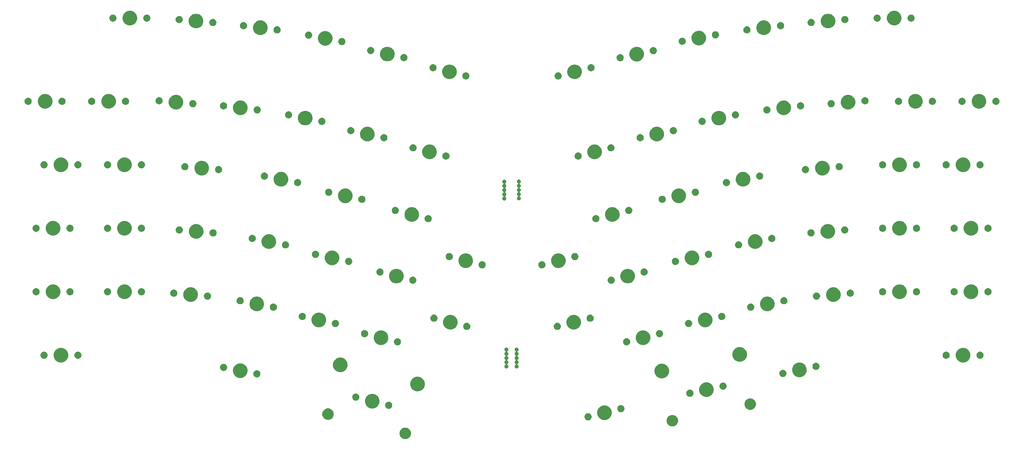
<source format=gts>
G04 #@! TF.GenerationSoftware,KiCad,Pcbnew,(5.0.2)-1*
G04 #@! TF.CreationDate,2019-04-06T17:54:21-07:00*
G04 #@! TF.ProjectId,AergoPcb,41657267-6f50-4636-922e-6b696361645f,rev?*
G04 #@! TF.SameCoordinates,Original*
G04 #@! TF.FileFunction,Soldermask,Top*
G04 #@! TF.FilePolarity,Negative*
%FSLAX46Y46*%
G04 Gerber Fmt 4.6, Leading zero omitted, Abs format (unit mm)*
G04 Created by KiCad (PCBNEW (5.0.2)-1) date 4/6/2019 5:54:21 PM*
%MOMM*%
%LPD*%
G01*
G04 APERTURE LIST*
%ADD10C,0.100000*%
G04 APERTURE END LIST*
D10*
G36*
X191981896Y-194043743D02*
X192295643Y-194173701D01*
X192578013Y-194362375D01*
X192818140Y-194602502D01*
X193006814Y-194884872D01*
X193136772Y-195198619D01*
X193203024Y-195531690D01*
X193203024Y-195871292D01*
X193136772Y-196204363D01*
X193006814Y-196518110D01*
X192818140Y-196800480D01*
X192578013Y-197040607D01*
X192295643Y-197229281D01*
X191981896Y-197359239D01*
X191648825Y-197425491D01*
X191309223Y-197425491D01*
X190976152Y-197359239D01*
X190662405Y-197229281D01*
X190380035Y-197040607D01*
X190139908Y-196800480D01*
X189951234Y-196518110D01*
X189821276Y-196204363D01*
X189755024Y-195871292D01*
X189755024Y-195531690D01*
X189821276Y-195198619D01*
X189951234Y-194884872D01*
X190139908Y-194602502D01*
X190380035Y-194362375D01*
X190662405Y-194173701D01*
X190976152Y-194043743D01*
X191309223Y-193977491D01*
X191648825Y-193977491D01*
X191981896Y-194043743D01*
X191981896Y-194043743D01*
G37*
G36*
X272082966Y-190235723D02*
X272396713Y-190365681D01*
X272679083Y-190554355D01*
X272919210Y-190794482D01*
X273107884Y-191076852D01*
X273237842Y-191390599D01*
X273304094Y-191723670D01*
X273304094Y-192063272D01*
X273237842Y-192396343D01*
X273107884Y-192710090D01*
X272919210Y-192992460D01*
X272679083Y-193232587D01*
X272396713Y-193421261D01*
X272082966Y-193551219D01*
X271749895Y-193617471D01*
X271410293Y-193617471D01*
X271077222Y-193551219D01*
X270763475Y-193421261D01*
X270481105Y-193232587D01*
X270240978Y-192992460D01*
X270052304Y-192710090D01*
X269922346Y-192396343D01*
X269856094Y-192063272D01*
X269856094Y-191723670D01*
X269922346Y-191390599D01*
X270052304Y-191076852D01*
X270240978Y-190794482D01*
X270481105Y-190554355D01*
X270763475Y-190365681D01*
X271077222Y-190235723D01*
X271410293Y-190169471D01*
X271749895Y-190169471D01*
X272082966Y-190235723D01*
X272082966Y-190235723D01*
G37*
G36*
X246611664Y-189697325D02*
X246807301Y-189778360D01*
X246983373Y-189896008D01*
X247133103Y-190045738D01*
X247250751Y-190221810D01*
X247331786Y-190417447D01*
X247373098Y-190625135D01*
X247373098Y-190836891D01*
X247331786Y-191044579D01*
X247250751Y-191240216D01*
X247133103Y-191416288D01*
X246983373Y-191566018D01*
X246807301Y-191683666D01*
X246611664Y-191764701D01*
X246403976Y-191806013D01*
X246192220Y-191806013D01*
X245984532Y-191764701D01*
X245788895Y-191683666D01*
X245612823Y-191566018D01*
X245463093Y-191416288D01*
X245345445Y-191240216D01*
X245264410Y-191044579D01*
X245223098Y-190836891D01*
X245223098Y-190625135D01*
X245264410Y-190417447D01*
X245345445Y-190221810D01*
X245463093Y-190045738D01*
X245612823Y-189896008D01*
X245788895Y-189778360D01*
X245984532Y-189697325D01*
X246192220Y-189656013D01*
X246403976Y-189656013D01*
X246611664Y-189697325D01*
X246611664Y-189697325D01*
G37*
G36*
X251867134Y-187392460D02*
X251867136Y-187392461D01*
X251867137Y-187392461D01*
X252266401Y-187557841D01*
X252625730Y-187797937D01*
X252931313Y-188103520D01*
X253171409Y-188462849D01*
X253303725Y-188782290D01*
X253336790Y-188862116D01*
X253421100Y-189285968D01*
X253421100Y-189718132D01*
X253355935Y-190045738D01*
X253336789Y-190141987D01*
X253171409Y-190541251D01*
X252931313Y-190900580D01*
X252625730Y-191206163D01*
X252266401Y-191446259D01*
X251867137Y-191611639D01*
X251867136Y-191611639D01*
X251867134Y-191611640D01*
X251443282Y-191695950D01*
X251011118Y-191695950D01*
X250587266Y-191611640D01*
X250587264Y-191611639D01*
X250587263Y-191611639D01*
X250187999Y-191446259D01*
X249828670Y-191206163D01*
X249523087Y-190900580D01*
X249282991Y-190541251D01*
X249117611Y-190141987D01*
X249098466Y-190045738D01*
X249033300Y-189718132D01*
X249033300Y-189285968D01*
X249117610Y-188862116D01*
X249150675Y-188782290D01*
X249282991Y-188462849D01*
X249523087Y-188103520D01*
X249828670Y-187797937D01*
X250187999Y-187557841D01*
X250587263Y-187392461D01*
X250587264Y-187392461D01*
X250587266Y-187392460D01*
X251011118Y-187308150D01*
X251443282Y-187308150D01*
X251867134Y-187392460D01*
X251867134Y-187392460D01*
G37*
G36*
X168815115Y-188267616D02*
X169128862Y-188397574D01*
X169411232Y-188586248D01*
X169651359Y-188826375D01*
X169840033Y-189108745D01*
X169969991Y-189422492D01*
X170036243Y-189755563D01*
X170036243Y-190095165D01*
X169969991Y-190428236D01*
X169840033Y-190741983D01*
X169651359Y-191024353D01*
X169411232Y-191264480D01*
X169128862Y-191453154D01*
X168815115Y-191583112D01*
X168482044Y-191649364D01*
X168142442Y-191649364D01*
X167809371Y-191583112D01*
X167495624Y-191453154D01*
X167213254Y-191264480D01*
X166973127Y-191024353D01*
X166784453Y-190741983D01*
X166654495Y-190428236D01*
X166588243Y-190095165D01*
X166588243Y-189755563D01*
X166654495Y-189422492D01*
X166784453Y-189108745D01*
X166973127Y-188826375D01*
X167213254Y-188586248D01*
X167495624Y-188397574D01*
X167809371Y-188267616D01*
X168142442Y-188201364D01*
X168482044Y-188201364D01*
X168815115Y-188267616D01*
X168815115Y-188267616D01*
G37*
G36*
X256469868Y-187239399D02*
X256665505Y-187320434D01*
X256841577Y-187438082D01*
X256991307Y-187587812D01*
X257108955Y-187763884D01*
X257189990Y-187959521D01*
X257231302Y-188167209D01*
X257231302Y-188378965D01*
X257189990Y-188586653D01*
X257108955Y-188782290D01*
X256991307Y-188958362D01*
X256841577Y-189108092D01*
X256665505Y-189225740D01*
X256469868Y-189306775D01*
X256262180Y-189348087D01*
X256050424Y-189348087D01*
X255842736Y-189306775D01*
X255647099Y-189225740D01*
X255471027Y-189108092D01*
X255321297Y-188958362D01*
X255203649Y-188782290D01*
X255122614Y-188586653D01*
X255081302Y-188378965D01*
X255081302Y-188167209D01*
X255122614Y-187959521D01*
X255203649Y-187763884D01*
X255321297Y-187587812D01*
X255471027Y-187438082D01*
X255647099Y-187320434D01*
X255842736Y-187239399D01*
X256050424Y-187198087D01*
X256262180Y-187198087D01*
X256469868Y-187239399D01*
X256469868Y-187239399D01*
G37*
G36*
X295437218Y-185271623D02*
X295750965Y-185401581D01*
X296033335Y-185590255D01*
X296273462Y-185830382D01*
X296462136Y-186112752D01*
X296592094Y-186426499D01*
X296658346Y-186759570D01*
X296658346Y-187099172D01*
X296592094Y-187432243D01*
X296462136Y-187745990D01*
X296273462Y-188028360D01*
X296033335Y-188268487D01*
X295750965Y-188457161D01*
X295437218Y-188587119D01*
X295104147Y-188653371D01*
X294764545Y-188653371D01*
X294431474Y-188587119D01*
X294117727Y-188457161D01*
X293835357Y-188268487D01*
X293595230Y-188028360D01*
X293406556Y-187745990D01*
X293276598Y-187432243D01*
X293210346Y-187099172D01*
X293210346Y-186759570D01*
X293276598Y-186426499D01*
X293406556Y-186112752D01*
X293595230Y-185830382D01*
X293835357Y-185590255D01*
X294117727Y-185401581D01*
X294431474Y-185271623D01*
X294764545Y-185205371D01*
X295104147Y-185205371D01*
X295437218Y-185271623D01*
X295437218Y-185271623D01*
G37*
G36*
X186828126Y-186231187D02*
X187023763Y-186312222D01*
X187199835Y-186429870D01*
X187349565Y-186579600D01*
X187467213Y-186755672D01*
X187548248Y-186951309D01*
X187589560Y-187158997D01*
X187589560Y-187370753D01*
X187548248Y-187578441D01*
X187467213Y-187774078D01*
X187349565Y-187950150D01*
X187199835Y-188099880D01*
X187023763Y-188217528D01*
X186828126Y-188298563D01*
X186620438Y-188339875D01*
X186408682Y-188339875D01*
X186200994Y-188298563D01*
X186005357Y-188217528D01*
X185829285Y-188099880D01*
X185679555Y-187950150D01*
X185561907Y-187774078D01*
X185480872Y-187578441D01*
X185439560Y-187370753D01*
X185439560Y-187158997D01*
X185480872Y-186951309D01*
X185561907Y-186755672D01*
X185679555Y-186579600D01*
X185829285Y-186429870D01*
X186005357Y-186312222D01*
X186200994Y-186231187D01*
X186408682Y-186189875D01*
X186620438Y-186189875D01*
X186828126Y-186231187D01*
X186828126Y-186231187D01*
G37*
G36*
X182225392Y-183926322D02*
X182225394Y-183926323D01*
X182225395Y-183926323D01*
X182624659Y-184091703D01*
X182983988Y-184331799D01*
X183289571Y-184637382D01*
X183529667Y-184996711D01*
X183643539Y-185271623D01*
X183695048Y-185395978D01*
X183779358Y-185819830D01*
X183779358Y-186251994D01*
X183714193Y-186579600D01*
X183695047Y-186675849D01*
X183529667Y-187075113D01*
X183289571Y-187434442D01*
X182983988Y-187740025D01*
X182624659Y-187980121D01*
X182225395Y-188145501D01*
X182225394Y-188145501D01*
X182225392Y-188145502D01*
X181801540Y-188229812D01*
X181369376Y-188229812D01*
X180945524Y-188145502D01*
X180945522Y-188145501D01*
X180945521Y-188145501D01*
X180546257Y-187980121D01*
X180186928Y-187740025D01*
X179881345Y-187434442D01*
X179641249Y-187075113D01*
X179475869Y-186675849D01*
X179456724Y-186579600D01*
X179391558Y-186251994D01*
X179391558Y-185819830D01*
X179475868Y-185395978D01*
X179527377Y-185271623D01*
X179641249Y-184996711D01*
X179881345Y-184637382D01*
X180186928Y-184331799D01*
X180546257Y-184091703D01*
X180945521Y-183926323D01*
X180945522Y-183926323D01*
X180945524Y-183926322D01*
X181369376Y-183842012D01*
X181801540Y-183842012D01*
X182225392Y-183926322D01*
X182225392Y-183926322D01*
G37*
G36*
X176969922Y-183773261D02*
X177165559Y-183854296D01*
X177341631Y-183971944D01*
X177491361Y-184121674D01*
X177609009Y-184297746D01*
X177690044Y-184493383D01*
X177731356Y-184701071D01*
X177731356Y-184912827D01*
X177690044Y-185120515D01*
X177609009Y-185316152D01*
X177491361Y-185492224D01*
X177341631Y-185641954D01*
X177165559Y-185759602D01*
X176969922Y-185840637D01*
X176762234Y-185881949D01*
X176550478Y-185881949D01*
X176342790Y-185840637D01*
X176147153Y-185759602D01*
X175971081Y-185641954D01*
X175821351Y-185492224D01*
X175703703Y-185316152D01*
X175622668Y-185120515D01*
X175581356Y-184912827D01*
X175581356Y-184701071D01*
X175622668Y-184493383D01*
X175703703Y-184297746D01*
X175821351Y-184121674D01*
X175971081Y-183971944D01*
X176147153Y-183854296D01*
X176342790Y-183773261D01*
X176550478Y-183731949D01*
X176762234Y-183731949D01*
X176969922Y-183773261D01*
X176969922Y-183773261D01*
G37*
G36*
X282444891Y-180469470D02*
X282444893Y-180469471D01*
X282444894Y-180469471D01*
X282844158Y-180634851D01*
X283203487Y-180874947D01*
X283509070Y-181180530D01*
X283749166Y-181539859D01*
X283755072Y-181554118D01*
X283914547Y-181939126D01*
X283998857Y-182362978D01*
X283998857Y-182795142D01*
X283936609Y-183108084D01*
X283914546Y-183218997D01*
X283749166Y-183618261D01*
X283509070Y-183977590D01*
X283203487Y-184283173D01*
X282844158Y-184523269D01*
X282444894Y-184688649D01*
X282444893Y-184688649D01*
X282444891Y-184688650D01*
X282021039Y-184772960D01*
X281588875Y-184772960D01*
X281165023Y-184688650D01*
X281165021Y-184688649D01*
X281165020Y-184688649D01*
X280765756Y-184523269D01*
X280406427Y-184283173D01*
X280100844Y-183977590D01*
X279860748Y-183618261D01*
X279695368Y-183218997D01*
X279673306Y-183108084D01*
X279611057Y-182795142D01*
X279611057Y-182362978D01*
X279695367Y-181939126D01*
X279854842Y-181554118D01*
X279860748Y-181539859D01*
X280100844Y-181180530D01*
X280406427Y-180874947D01*
X280765756Y-180634851D01*
X281165020Y-180469471D01*
X281165021Y-180469471D01*
X281165023Y-180469470D01*
X281588875Y-180385160D01*
X282021039Y-180385160D01*
X282444891Y-180469470D01*
X282444891Y-180469470D01*
G37*
G36*
X277149533Y-182601563D02*
X277345170Y-182682598D01*
X277521242Y-182800246D01*
X277670972Y-182949976D01*
X277788620Y-183126048D01*
X277869655Y-183321685D01*
X277910967Y-183529373D01*
X277910967Y-183741129D01*
X277869655Y-183948817D01*
X277788620Y-184144454D01*
X277670972Y-184320526D01*
X277521242Y-184470256D01*
X277345170Y-184587904D01*
X277149533Y-184668939D01*
X276941845Y-184710251D01*
X276730089Y-184710251D01*
X276522401Y-184668939D01*
X276326764Y-184587904D01*
X276150692Y-184470256D01*
X276000962Y-184320526D01*
X275883314Y-184144454D01*
X275802279Y-183948817D01*
X275760967Y-183741129D01*
X275760967Y-183529373D01*
X275802279Y-183321685D01*
X275883314Y-183126048D01*
X276000962Y-182949976D01*
X276150692Y-182800246D01*
X276326764Y-182682598D01*
X276522401Y-182601563D01*
X276730089Y-182560251D01*
X276941845Y-182560251D01*
X277149533Y-182601563D01*
X277149533Y-182601563D01*
G37*
G36*
X195805848Y-178804594D02*
X195805850Y-178804595D01*
X195805851Y-178804595D01*
X196205115Y-178969975D01*
X196564444Y-179210071D01*
X196870027Y-179515654D01*
X197110123Y-179874983D01*
X197275503Y-180274247D01*
X197275504Y-180274250D01*
X197359814Y-180698102D01*
X197359814Y-181130266D01*
X197278341Y-181539858D01*
X197275503Y-181554121D01*
X197110123Y-181953385D01*
X196870027Y-182312714D01*
X196564444Y-182618297D01*
X196205115Y-182858393D01*
X195805851Y-183023773D01*
X195805850Y-183023773D01*
X195805848Y-183023774D01*
X195381996Y-183108084D01*
X194949832Y-183108084D01*
X194525980Y-183023774D01*
X194525978Y-183023773D01*
X194525977Y-183023773D01*
X194126713Y-182858393D01*
X193767384Y-182618297D01*
X193461801Y-182312714D01*
X193221705Y-181953385D01*
X193056325Y-181554121D01*
X193053488Y-181539858D01*
X192972014Y-181130266D01*
X192972014Y-180698102D01*
X193056324Y-180274250D01*
X193056325Y-180274247D01*
X193221705Y-179874983D01*
X193461801Y-179515654D01*
X193767384Y-179210071D01*
X194126713Y-178969975D01*
X194525977Y-178804595D01*
X194525978Y-178804595D01*
X194525980Y-178804594D01*
X194949832Y-178720284D01*
X195381996Y-178720284D01*
X195805848Y-178804594D01*
X195805848Y-178804594D01*
G37*
G36*
X287087513Y-180489181D02*
X287283150Y-180570216D01*
X287459222Y-180687864D01*
X287608952Y-180837594D01*
X287726600Y-181013666D01*
X287807635Y-181209303D01*
X287848947Y-181416991D01*
X287848947Y-181628747D01*
X287807635Y-181836435D01*
X287726600Y-182032072D01*
X287608952Y-182208144D01*
X287459222Y-182357874D01*
X287283150Y-182475522D01*
X287087513Y-182556557D01*
X286879825Y-182597869D01*
X286668069Y-182597869D01*
X286460381Y-182556557D01*
X286264744Y-182475522D01*
X286088672Y-182357874D01*
X285938942Y-182208144D01*
X285821294Y-182032072D01*
X285740259Y-181836435D01*
X285698947Y-181628747D01*
X285698947Y-181416991D01*
X285740259Y-181209303D01*
X285821294Y-181013666D01*
X285938942Y-180837594D01*
X286088672Y-180687864D01*
X286264744Y-180570216D01*
X286460381Y-180489181D01*
X286668069Y-180447869D01*
X286879825Y-180447869D01*
X287087513Y-180489181D01*
X287087513Y-180489181D01*
G37*
G36*
X269051454Y-174876911D02*
X269051456Y-174876912D01*
X269051457Y-174876912D01*
X269450721Y-175042292D01*
X269810050Y-175282388D01*
X270115633Y-175587971D01*
X270355729Y-175947300D01*
X270521109Y-176346564D01*
X270521110Y-176346567D01*
X270605420Y-176770419D01*
X270605420Y-177202583D01*
X270527291Y-177595363D01*
X270521109Y-177626438D01*
X270355729Y-178025702D01*
X270115633Y-178385031D01*
X269810050Y-178690614D01*
X269450721Y-178930710D01*
X269051457Y-179096090D01*
X269051456Y-179096090D01*
X269051454Y-179096091D01*
X268627602Y-179180401D01*
X268195438Y-179180401D01*
X267771586Y-179096091D01*
X267771584Y-179096090D01*
X267771583Y-179096090D01*
X267372319Y-178930710D01*
X267012990Y-178690614D01*
X266707407Y-178385031D01*
X266467311Y-178025702D01*
X266301931Y-177626438D01*
X266295750Y-177595363D01*
X266217620Y-177202583D01*
X266217620Y-176770419D01*
X266301930Y-176346567D01*
X266301931Y-176346564D01*
X266467311Y-175947300D01*
X266707407Y-175587971D01*
X267012990Y-175282388D01*
X267372319Y-175042292D01*
X267771583Y-174876912D01*
X267771584Y-174876912D01*
X267771586Y-174876911D01*
X268195438Y-174792601D01*
X268627602Y-174792601D01*
X269051454Y-174876911D01*
X269051454Y-174876911D01*
G37*
G36*
X142630284Y-174765060D02*
X142630286Y-174765061D01*
X142630287Y-174765061D01*
X143029551Y-174930441D01*
X143388880Y-175170537D01*
X143694463Y-175476120D01*
X143934559Y-175835449D01*
X144099939Y-176234713D01*
X144099940Y-176234716D01*
X144184250Y-176658568D01*
X144184250Y-177090732D01*
X144145611Y-177284984D01*
X144099939Y-177514587D01*
X143934559Y-177913851D01*
X143694463Y-178273180D01*
X143388880Y-178578763D01*
X143029551Y-178818859D01*
X142630287Y-178984239D01*
X142630286Y-178984239D01*
X142630284Y-178984240D01*
X142206432Y-179068550D01*
X141774268Y-179068550D01*
X141350416Y-178984240D01*
X141350414Y-178984239D01*
X141350413Y-178984239D01*
X140951149Y-178818859D01*
X140591820Y-178578763D01*
X140286237Y-178273180D01*
X140046141Y-177913851D01*
X139880761Y-177514587D01*
X139835090Y-177284984D01*
X139796450Y-177090732D01*
X139796450Y-176658568D01*
X139880760Y-176234716D01*
X139880761Y-176234713D01*
X140046141Y-175835449D01*
X140286237Y-175476120D01*
X140591820Y-175170537D01*
X140951149Y-174930441D01*
X141350413Y-174765061D01*
X141350414Y-174765061D01*
X141350416Y-174765060D01*
X141774268Y-174680750D01*
X142206432Y-174680750D01*
X142630284Y-174765060D01*
X142630284Y-174765060D01*
G37*
G36*
X147290582Y-176810272D02*
X147486219Y-176891307D01*
X147662291Y-177008955D01*
X147812021Y-177158685D01*
X147929669Y-177334757D01*
X148010704Y-177530394D01*
X148052016Y-177738082D01*
X148052016Y-177949838D01*
X148010704Y-178157526D01*
X147929669Y-178353163D01*
X147812021Y-178529235D01*
X147662291Y-178678965D01*
X147486219Y-178796613D01*
X147290582Y-178877648D01*
X147082894Y-178918960D01*
X146871138Y-178918960D01*
X146663450Y-178877648D01*
X146467813Y-178796613D01*
X146291741Y-178678965D01*
X146142011Y-178529235D01*
X146024363Y-178353163D01*
X145943328Y-178157526D01*
X145902016Y-177949838D01*
X145902016Y-177738082D01*
X145943328Y-177530394D01*
X146024363Y-177334757D01*
X146142011Y-177158685D01*
X146291741Y-177008955D01*
X146467813Y-176891307D01*
X146663450Y-176810272D01*
X146871138Y-176768960D01*
X147082894Y-176768960D01*
X147290582Y-176810272D01*
X147290582Y-176810272D01*
G37*
G36*
X310328034Y-174535460D02*
X310328036Y-174535461D01*
X310328037Y-174535461D01*
X310727301Y-174700841D01*
X311086630Y-174940937D01*
X311392213Y-175246520D01*
X311632309Y-175605849D01*
X311773742Y-175947300D01*
X311797690Y-176005116D01*
X311882000Y-176428968D01*
X311882000Y-176861132D01*
X311805117Y-177247647D01*
X311797689Y-177284987D01*
X311632309Y-177684251D01*
X311392213Y-178043580D01*
X311086630Y-178349163D01*
X310727301Y-178589259D01*
X310328037Y-178754639D01*
X310328036Y-178754639D01*
X310328034Y-178754640D01*
X309904182Y-178838950D01*
X309472018Y-178838950D01*
X309048166Y-178754640D01*
X309048164Y-178754639D01*
X309048163Y-178754639D01*
X308648899Y-178589259D01*
X308289570Y-178349163D01*
X307983987Y-178043580D01*
X307743891Y-177684251D01*
X307578511Y-177284987D01*
X307571084Y-177247647D01*
X307494200Y-176861132D01*
X307494200Y-176428968D01*
X307578510Y-176005116D01*
X307602458Y-175947300D01*
X307743891Y-175605849D01*
X307983987Y-175246520D01*
X308289570Y-174940937D01*
X308648899Y-174700841D01*
X309048163Y-174535461D01*
X309048164Y-174535461D01*
X309048166Y-174535460D01*
X309472018Y-174451150D01*
X309904182Y-174451150D01*
X310328034Y-174535460D01*
X310328034Y-174535460D01*
G37*
G36*
X305032676Y-176667553D02*
X305228313Y-176748588D01*
X305404385Y-176866236D01*
X305554115Y-177015966D01*
X305671763Y-177192038D01*
X305752798Y-177387675D01*
X305794110Y-177595363D01*
X305794110Y-177807119D01*
X305752798Y-178014807D01*
X305671763Y-178210444D01*
X305554115Y-178386516D01*
X305404385Y-178536246D01*
X305228313Y-178653894D01*
X305032676Y-178734929D01*
X304824988Y-178776241D01*
X304613232Y-178776241D01*
X304405544Y-178734929D01*
X304209907Y-178653894D01*
X304033835Y-178536246D01*
X303884105Y-178386516D01*
X303766457Y-178210444D01*
X303685422Y-178014807D01*
X303644110Y-177807119D01*
X303644110Y-177595363D01*
X303685422Y-177387675D01*
X303766457Y-177192038D01*
X303884105Y-177015966D01*
X304033835Y-176866236D01*
X304209907Y-176748588D01*
X304405544Y-176667553D01*
X304613232Y-176626241D01*
X304824988Y-176626241D01*
X305032676Y-176667553D01*
X305032676Y-176667553D01*
G37*
G36*
X172639067Y-173028467D02*
X172639069Y-173028468D01*
X172639070Y-173028468D01*
X173038334Y-173193848D01*
X173397663Y-173433944D01*
X173703246Y-173739527D01*
X173943342Y-174098856D01*
X174089266Y-174451150D01*
X174108723Y-174498123D01*
X174193033Y-174921975D01*
X174193033Y-175354139D01*
X174142965Y-175605848D01*
X174108722Y-175777994D01*
X173943342Y-176177258D01*
X173703246Y-176536587D01*
X173397663Y-176842170D01*
X173038334Y-177082266D01*
X172639070Y-177247646D01*
X172639069Y-177247646D01*
X172639067Y-177247647D01*
X172215215Y-177331957D01*
X171783051Y-177331957D01*
X171359199Y-177247647D01*
X171359197Y-177247646D01*
X171359196Y-177247646D01*
X170959932Y-177082266D01*
X170600603Y-176842170D01*
X170295020Y-176536587D01*
X170054924Y-176177258D01*
X169889544Y-175777994D01*
X169855302Y-175605848D01*
X169805233Y-175354139D01*
X169805233Y-174921975D01*
X169889543Y-174498123D01*
X169909000Y-174451150D01*
X170054924Y-174098856D01*
X170295020Y-173739527D01*
X170600603Y-173433944D01*
X170959932Y-173193848D01*
X171359196Y-173028468D01*
X171359197Y-173028468D01*
X171359199Y-173028467D01*
X171783051Y-172944157D01*
X172215215Y-172944157D01*
X172639067Y-173028467D01*
X172639067Y-173028467D01*
G37*
G36*
X137317250Y-174871652D02*
X137512887Y-174952687D01*
X137688959Y-175070335D01*
X137838689Y-175220065D01*
X137956337Y-175396137D01*
X138037372Y-175591774D01*
X138078684Y-175799462D01*
X138078684Y-176011218D01*
X138037372Y-176218906D01*
X137956337Y-176414543D01*
X137838689Y-176590615D01*
X137688959Y-176740345D01*
X137512887Y-176857993D01*
X137317250Y-176939028D01*
X137109562Y-176980340D01*
X136897806Y-176980340D01*
X136690118Y-176939028D01*
X136494481Y-176857993D01*
X136318409Y-176740345D01*
X136168679Y-176590615D01*
X136051031Y-176414543D01*
X135969996Y-176218906D01*
X135928684Y-176011218D01*
X135928684Y-175799462D01*
X135969996Y-175591774D01*
X136051031Y-175396137D01*
X136168679Y-175220065D01*
X136318409Y-175070335D01*
X136494481Y-174952687D01*
X136690118Y-174871652D01*
X136897806Y-174830340D01*
X137109562Y-174830340D01*
X137317250Y-174871652D01*
X137317250Y-174871652D01*
G37*
G36*
X314970656Y-174555171D02*
X315166293Y-174636206D01*
X315342365Y-174753854D01*
X315492095Y-174903584D01*
X315609743Y-175079656D01*
X315690778Y-175275293D01*
X315732090Y-175482981D01*
X315732090Y-175694737D01*
X315690778Y-175902425D01*
X315609743Y-176098062D01*
X315492095Y-176274134D01*
X315342365Y-176423864D01*
X315166293Y-176541512D01*
X314970656Y-176622547D01*
X314762968Y-176663859D01*
X314551212Y-176663859D01*
X314343524Y-176622547D01*
X314147887Y-176541512D01*
X313971815Y-176423864D01*
X313822085Y-176274134D01*
X313704437Y-176098062D01*
X313623402Y-175902425D01*
X313582090Y-175694737D01*
X313582090Y-175482981D01*
X313623402Y-175275293D01*
X313704437Y-175079656D01*
X313822085Y-174903584D01*
X313971815Y-174753854D01*
X314147887Y-174636206D01*
X314343524Y-174555171D01*
X314551212Y-174513859D01*
X314762968Y-174513859D01*
X314970656Y-174555171D01*
X314970656Y-174555171D01*
G37*
G36*
X221993392Y-169972323D02*
X222101439Y-170017078D01*
X222198678Y-170082051D01*
X222281373Y-170164746D01*
X222346346Y-170261985D01*
X222391101Y-170370032D01*
X222413916Y-170484734D01*
X222413916Y-170601682D01*
X222391101Y-170716384D01*
X222346346Y-170824431D01*
X222281373Y-170921670D01*
X222198678Y-171004365D01*
X222101439Y-171069338D01*
X222101434Y-171069340D01*
X222094050Y-171074274D01*
X222075107Y-171089820D01*
X222059562Y-171108762D01*
X222048011Y-171130373D01*
X222040898Y-171153822D01*
X222038496Y-171178208D01*
X222040898Y-171202595D01*
X222048011Y-171226044D01*
X222059562Y-171247654D01*
X222075108Y-171266597D01*
X222094050Y-171282142D01*
X222101434Y-171287076D01*
X222101439Y-171287078D01*
X222198678Y-171352051D01*
X222281373Y-171434746D01*
X222346346Y-171531985D01*
X222391101Y-171640032D01*
X222413916Y-171754734D01*
X222413916Y-171871682D01*
X222391101Y-171986384D01*
X222346346Y-172094431D01*
X222281373Y-172191670D01*
X222198678Y-172274365D01*
X222101439Y-172339338D01*
X222101434Y-172339340D01*
X222094050Y-172344274D01*
X222075107Y-172359820D01*
X222059562Y-172378762D01*
X222048011Y-172400373D01*
X222040898Y-172423822D01*
X222038496Y-172448208D01*
X222040898Y-172472595D01*
X222048011Y-172496044D01*
X222059562Y-172517654D01*
X222075108Y-172536597D01*
X222094050Y-172552142D01*
X222101434Y-172557076D01*
X222101439Y-172557078D01*
X222198678Y-172622051D01*
X222281373Y-172704746D01*
X222346346Y-172801985D01*
X222391101Y-172910032D01*
X222413916Y-173024734D01*
X222413916Y-173141682D01*
X222391101Y-173256384D01*
X222346346Y-173364431D01*
X222281373Y-173461670D01*
X222198678Y-173544365D01*
X222101439Y-173609338D01*
X222101434Y-173609340D01*
X222094050Y-173614274D01*
X222075107Y-173629820D01*
X222059562Y-173648762D01*
X222048011Y-173670373D01*
X222040898Y-173693822D01*
X222038496Y-173718208D01*
X222040898Y-173742595D01*
X222048011Y-173766044D01*
X222059562Y-173787654D01*
X222075108Y-173806597D01*
X222094050Y-173822142D01*
X222101434Y-173827076D01*
X222101439Y-173827078D01*
X222198678Y-173892051D01*
X222281373Y-173974746D01*
X222346346Y-174071985D01*
X222391101Y-174180032D01*
X222413916Y-174294734D01*
X222413916Y-174411682D01*
X222391101Y-174526384D01*
X222346346Y-174634431D01*
X222281373Y-174731670D01*
X222198678Y-174814365D01*
X222101439Y-174879338D01*
X222094050Y-174884275D01*
X222075108Y-174899820D01*
X222059563Y-174918762D01*
X222048012Y-174940373D01*
X222040899Y-174963822D01*
X222038497Y-174988209D01*
X222040899Y-175012595D01*
X222048012Y-175036044D01*
X222059564Y-175057655D01*
X222075109Y-175076597D01*
X222094051Y-175092142D01*
X222101435Y-175097076D01*
X222101440Y-175097078D01*
X222198679Y-175162051D01*
X222281374Y-175244746D01*
X222346347Y-175341985D01*
X222391102Y-175450032D01*
X222413917Y-175564734D01*
X222413917Y-175681682D01*
X222391102Y-175796384D01*
X222346347Y-175904431D01*
X222281374Y-176001670D01*
X222198679Y-176084365D01*
X222101440Y-176149338D01*
X221993393Y-176194093D01*
X221878691Y-176216908D01*
X221761743Y-176216908D01*
X221647041Y-176194093D01*
X221538994Y-176149338D01*
X221441755Y-176084365D01*
X221359060Y-176001670D01*
X221294087Y-175904431D01*
X221249332Y-175796384D01*
X221226517Y-175681682D01*
X221226517Y-175564734D01*
X221249332Y-175450032D01*
X221294087Y-175341985D01*
X221359060Y-175244746D01*
X221441755Y-175162051D01*
X221538994Y-175097078D01*
X221538995Y-175097078D01*
X221546383Y-175092141D01*
X221565325Y-175076596D01*
X221580870Y-175057654D01*
X221592421Y-175036043D01*
X221599534Y-175012594D01*
X221601936Y-174988207D01*
X221599534Y-174963821D01*
X221592421Y-174940372D01*
X221580869Y-174918761D01*
X221565324Y-174899819D01*
X221546382Y-174884274D01*
X221538998Y-174879340D01*
X221538993Y-174879338D01*
X221441754Y-174814365D01*
X221359059Y-174731670D01*
X221294086Y-174634431D01*
X221249331Y-174526384D01*
X221226516Y-174411682D01*
X221226516Y-174294734D01*
X221249331Y-174180032D01*
X221294086Y-174071985D01*
X221359059Y-173974746D01*
X221441754Y-173892051D01*
X221538993Y-173827078D01*
X221538998Y-173827076D01*
X221546382Y-173822142D01*
X221565325Y-173806596D01*
X221580870Y-173787654D01*
X221592421Y-173766043D01*
X221599534Y-173742594D01*
X221601936Y-173718208D01*
X221599534Y-173693821D01*
X221592421Y-173670372D01*
X221580870Y-173648762D01*
X221565324Y-173629819D01*
X221546382Y-173614274D01*
X221538998Y-173609340D01*
X221538993Y-173609338D01*
X221441754Y-173544365D01*
X221359059Y-173461670D01*
X221294086Y-173364431D01*
X221249331Y-173256384D01*
X221226516Y-173141682D01*
X221226516Y-173024734D01*
X221249331Y-172910032D01*
X221294086Y-172801985D01*
X221359059Y-172704746D01*
X221441754Y-172622051D01*
X221538993Y-172557078D01*
X221538998Y-172557076D01*
X221546382Y-172552142D01*
X221565325Y-172536596D01*
X221580870Y-172517654D01*
X221592421Y-172496043D01*
X221599534Y-172472594D01*
X221601936Y-172448208D01*
X221599534Y-172423821D01*
X221592421Y-172400372D01*
X221580870Y-172378762D01*
X221565324Y-172359819D01*
X221546382Y-172344274D01*
X221538998Y-172339340D01*
X221538993Y-172339338D01*
X221441754Y-172274365D01*
X221359059Y-172191670D01*
X221294086Y-172094431D01*
X221249331Y-171986384D01*
X221226516Y-171871682D01*
X221226516Y-171754734D01*
X221249331Y-171640032D01*
X221294086Y-171531985D01*
X221359059Y-171434746D01*
X221441754Y-171352051D01*
X221538993Y-171287078D01*
X221538998Y-171287076D01*
X221546382Y-171282142D01*
X221565325Y-171266596D01*
X221580870Y-171247654D01*
X221592421Y-171226043D01*
X221599534Y-171202594D01*
X221601936Y-171178208D01*
X221599534Y-171153821D01*
X221592421Y-171130372D01*
X221580870Y-171108762D01*
X221565324Y-171089819D01*
X221546382Y-171074274D01*
X221538998Y-171069340D01*
X221538993Y-171069338D01*
X221441754Y-171004365D01*
X221359059Y-170921670D01*
X221294086Y-170824431D01*
X221249331Y-170716384D01*
X221226516Y-170601682D01*
X221226516Y-170484734D01*
X221249331Y-170370032D01*
X221294086Y-170261985D01*
X221359059Y-170164746D01*
X221441754Y-170082051D01*
X221538993Y-170017078D01*
X221647040Y-169972323D01*
X221761742Y-169949508D01*
X221878690Y-169949508D01*
X221993392Y-169972323D01*
X221993392Y-169972323D01*
G37*
G36*
X225051895Y-169972323D02*
X225159942Y-170017078D01*
X225257181Y-170082051D01*
X225339876Y-170164746D01*
X225404849Y-170261985D01*
X225449604Y-170370032D01*
X225472419Y-170484734D01*
X225472419Y-170601682D01*
X225449604Y-170716384D01*
X225404849Y-170824431D01*
X225339876Y-170921670D01*
X225257181Y-171004365D01*
X225159942Y-171069338D01*
X225159937Y-171069340D01*
X225152553Y-171074274D01*
X225133610Y-171089820D01*
X225118065Y-171108762D01*
X225106514Y-171130373D01*
X225099401Y-171153822D01*
X225096999Y-171178208D01*
X225099401Y-171202595D01*
X225106514Y-171226044D01*
X225118065Y-171247654D01*
X225133611Y-171266597D01*
X225152553Y-171282142D01*
X225159937Y-171287076D01*
X225159942Y-171287078D01*
X225257181Y-171352051D01*
X225339876Y-171434746D01*
X225404849Y-171531985D01*
X225449604Y-171640032D01*
X225472419Y-171754734D01*
X225472419Y-171871682D01*
X225449604Y-171986384D01*
X225404849Y-172094431D01*
X225339876Y-172191670D01*
X225257181Y-172274365D01*
X225159942Y-172339338D01*
X225159937Y-172339340D01*
X225152553Y-172344274D01*
X225133610Y-172359820D01*
X225118065Y-172378762D01*
X225106514Y-172400373D01*
X225099401Y-172423822D01*
X225096999Y-172448208D01*
X225099401Y-172472595D01*
X225106514Y-172496044D01*
X225118065Y-172517654D01*
X225133611Y-172536597D01*
X225152553Y-172552142D01*
X225159937Y-172557076D01*
X225159942Y-172557078D01*
X225257181Y-172622051D01*
X225339876Y-172704746D01*
X225404849Y-172801985D01*
X225449604Y-172910032D01*
X225472419Y-173024734D01*
X225472419Y-173141682D01*
X225449604Y-173256384D01*
X225404849Y-173364431D01*
X225339876Y-173461670D01*
X225257181Y-173544365D01*
X225159942Y-173609338D01*
X225159937Y-173609340D01*
X225152553Y-173614274D01*
X225133610Y-173629820D01*
X225118065Y-173648762D01*
X225106514Y-173670373D01*
X225099401Y-173693822D01*
X225096999Y-173718208D01*
X225099401Y-173742595D01*
X225106514Y-173766044D01*
X225118065Y-173787654D01*
X225133611Y-173806597D01*
X225152553Y-173822142D01*
X225159937Y-173827076D01*
X225159942Y-173827078D01*
X225257181Y-173892051D01*
X225339876Y-173974746D01*
X225404849Y-174071985D01*
X225449604Y-174180032D01*
X225472419Y-174294734D01*
X225472419Y-174411682D01*
X225449604Y-174526384D01*
X225404849Y-174634431D01*
X225339876Y-174731670D01*
X225257181Y-174814365D01*
X225159942Y-174879338D01*
X225152553Y-174884275D01*
X225133611Y-174899820D01*
X225118066Y-174918762D01*
X225106515Y-174940373D01*
X225099402Y-174963822D01*
X225097000Y-174988209D01*
X225099402Y-175012595D01*
X225106515Y-175036044D01*
X225118067Y-175057655D01*
X225133612Y-175076597D01*
X225152554Y-175092142D01*
X225159938Y-175097076D01*
X225159943Y-175097078D01*
X225257182Y-175162051D01*
X225339877Y-175244746D01*
X225404850Y-175341985D01*
X225449605Y-175450032D01*
X225472420Y-175564734D01*
X225472420Y-175681682D01*
X225449605Y-175796384D01*
X225404850Y-175904431D01*
X225339877Y-176001670D01*
X225257182Y-176084365D01*
X225159943Y-176149338D01*
X225051896Y-176194093D01*
X224937194Y-176216908D01*
X224820246Y-176216908D01*
X224705544Y-176194093D01*
X224597497Y-176149338D01*
X224500258Y-176084365D01*
X224417563Y-176001670D01*
X224352590Y-175904431D01*
X224307835Y-175796384D01*
X224285020Y-175681682D01*
X224285020Y-175564734D01*
X224307835Y-175450032D01*
X224352590Y-175341985D01*
X224417563Y-175244746D01*
X224500258Y-175162051D01*
X224597497Y-175097078D01*
X224597498Y-175097078D01*
X224604886Y-175092141D01*
X224623828Y-175076596D01*
X224639373Y-175057654D01*
X224650924Y-175036043D01*
X224658037Y-175012594D01*
X224660439Y-174988207D01*
X224658037Y-174963821D01*
X224650924Y-174940372D01*
X224639372Y-174918761D01*
X224623827Y-174899819D01*
X224604885Y-174884274D01*
X224597501Y-174879340D01*
X224597496Y-174879338D01*
X224500257Y-174814365D01*
X224417562Y-174731670D01*
X224352589Y-174634431D01*
X224307834Y-174526384D01*
X224285019Y-174411682D01*
X224285019Y-174294734D01*
X224307834Y-174180032D01*
X224352589Y-174071985D01*
X224417562Y-173974746D01*
X224500257Y-173892051D01*
X224597496Y-173827078D01*
X224597501Y-173827076D01*
X224604885Y-173822142D01*
X224623828Y-173806596D01*
X224639373Y-173787654D01*
X224650924Y-173766043D01*
X224658037Y-173742594D01*
X224660439Y-173718208D01*
X224658037Y-173693821D01*
X224650924Y-173670372D01*
X224639373Y-173648762D01*
X224623827Y-173629819D01*
X224604885Y-173614274D01*
X224597501Y-173609340D01*
X224597496Y-173609338D01*
X224500257Y-173544365D01*
X224417562Y-173461670D01*
X224352589Y-173364431D01*
X224307834Y-173256384D01*
X224285019Y-173141682D01*
X224285019Y-173024734D01*
X224307834Y-172910032D01*
X224352589Y-172801985D01*
X224417562Y-172704746D01*
X224500257Y-172622051D01*
X224597496Y-172557078D01*
X224597501Y-172557076D01*
X224604885Y-172552142D01*
X224623828Y-172536596D01*
X224639373Y-172517654D01*
X224650924Y-172496043D01*
X224658037Y-172472594D01*
X224660439Y-172448208D01*
X224658037Y-172423821D01*
X224650924Y-172400372D01*
X224639373Y-172378762D01*
X224623827Y-172359819D01*
X224604885Y-172344274D01*
X224597501Y-172339340D01*
X224597496Y-172339338D01*
X224500257Y-172274365D01*
X224417562Y-172191670D01*
X224352589Y-172094431D01*
X224307834Y-171986384D01*
X224285019Y-171871682D01*
X224285019Y-171754734D01*
X224307834Y-171640032D01*
X224352589Y-171531985D01*
X224417562Y-171434746D01*
X224500257Y-171352051D01*
X224597496Y-171287078D01*
X224597501Y-171287076D01*
X224604885Y-171282142D01*
X224623828Y-171266596D01*
X224639373Y-171247654D01*
X224650924Y-171226043D01*
X224658037Y-171202594D01*
X224660439Y-171178208D01*
X224658037Y-171153821D01*
X224650924Y-171130372D01*
X224639373Y-171108762D01*
X224623827Y-171089819D01*
X224604885Y-171074274D01*
X224597501Y-171069340D01*
X224597496Y-171069338D01*
X224500257Y-171004365D01*
X224417562Y-170921670D01*
X224352589Y-170824431D01*
X224307834Y-170716384D01*
X224285019Y-170601682D01*
X224285019Y-170484734D01*
X224307834Y-170370032D01*
X224352589Y-170261985D01*
X224417562Y-170164746D01*
X224500257Y-170082051D01*
X224597496Y-170017078D01*
X224705543Y-169972323D01*
X224820245Y-169949508D01*
X224937193Y-169949508D01*
X225051895Y-169972323D01*
X225051895Y-169972323D01*
G37*
G36*
X359414934Y-170134160D02*
X359414936Y-170134161D01*
X359414937Y-170134161D01*
X359814201Y-170299541D01*
X360173530Y-170539637D01*
X360479113Y-170845220D01*
X360719209Y-171204549D01*
X360884589Y-171603813D01*
X360884590Y-171603816D01*
X360968900Y-172027668D01*
X360968900Y-172459832D01*
X360900841Y-172801987D01*
X360884589Y-172883687D01*
X360719209Y-173282951D01*
X360479113Y-173642280D01*
X360173530Y-173947863D01*
X359814201Y-174187959D01*
X359414937Y-174353339D01*
X359414936Y-174353339D01*
X359414934Y-174353340D01*
X358991082Y-174437650D01*
X358558918Y-174437650D01*
X358135066Y-174353340D01*
X358135064Y-174353339D01*
X358135063Y-174353339D01*
X357735799Y-174187959D01*
X357376470Y-173947863D01*
X357070887Y-173642280D01*
X356830791Y-173282951D01*
X356665411Y-172883687D01*
X356649160Y-172801987D01*
X356581100Y-172459832D01*
X356581100Y-172027668D01*
X356665410Y-171603816D01*
X356665411Y-171603813D01*
X356830791Y-171204549D01*
X357070887Y-170845220D01*
X357376470Y-170539637D01*
X357735799Y-170299541D01*
X358135063Y-170134161D01*
X358135064Y-170134161D01*
X358135066Y-170134160D01*
X358558918Y-170049850D01*
X358991082Y-170049850D01*
X359414934Y-170134160D01*
X359414934Y-170134160D01*
G37*
G36*
X88873184Y-170134160D02*
X88873186Y-170134161D01*
X88873187Y-170134161D01*
X89272451Y-170299541D01*
X89631780Y-170539637D01*
X89937363Y-170845220D01*
X90177459Y-171204549D01*
X90342839Y-171603813D01*
X90342840Y-171603816D01*
X90427150Y-172027668D01*
X90427150Y-172459832D01*
X90359091Y-172801987D01*
X90342839Y-172883687D01*
X90177459Y-173282951D01*
X89937363Y-173642280D01*
X89631780Y-173947863D01*
X89272451Y-174187959D01*
X88873187Y-174353339D01*
X88873186Y-174353339D01*
X88873184Y-174353340D01*
X88449332Y-174437650D01*
X88017168Y-174437650D01*
X87593316Y-174353340D01*
X87593314Y-174353339D01*
X87593313Y-174353339D01*
X87194049Y-174187959D01*
X86834720Y-173947863D01*
X86529137Y-173642280D01*
X86289041Y-173282951D01*
X86123661Y-172883687D01*
X86107410Y-172801987D01*
X86039350Y-172459832D01*
X86039350Y-172027668D01*
X86123660Y-171603816D01*
X86123661Y-171603813D01*
X86289041Y-171204549D01*
X86529137Y-170845220D01*
X86834720Y-170539637D01*
X87194049Y-170299541D01*
X87593313Y-170134161D01*
X87593314Y-170134161D01*
X87593316Y-170134160D01*
X88017168Y-170049850D01*
X88449332Y-170049850D01*
X88873184Y-170134160D01*
X88873184Y-170134160D01*
G37*
G36*
X292405706Y-169912812D02*
X292405708Y-169912813D01*
X292405709Y-169912813D01*
X292804973Y-170078193D01*
X293164302Y-170318289D01*
X293469885Y-170623872D01*
X293709981Y-170983201D01*
X293862763Y-171352051D01*
X293875362Y-171382468D01*
X293959672Y-171806320D01*
X293959672Y-172238484D01*
X293883375Y-172622053D01*
X293875361Y-172662339D01*
X293709981Y-173061603D01*
X293469885Y-173420932D01*
X293164302Y-173726515D01*
X292804973Y-173966611D01*
X292405709Y-174131991D01*
X292405708Y-174131991D01*
X292405706Y-174131992D01*
X291981854Y-174216302D01*
X291549690Y-174216302D01*
X291125838Y-174131992D01*
X291125836Y-174131991D01*
X291125835Y-174131991D01*
X290726571Y-173966611D01*
X290367242Y-173726515D01*
X290061659Y-173420932D01*
X289821563Y-173061603D01*
X289656183Y-172662339D01*
X289648170Y-172622053D01*
X289571872Y-172238484D01*
X289571872Y-171806320D01*
X289656182Y-171382468D01*
X289668781Y-171352051D01*
X289821563Y-170983201D01*
X290061659Y-170623872D01*
X290367242Y-170318289D01*
X290726571Y-170078193D01*
X291125835Y-169912813D01*
X291125836Y-169912813D01*
X291125838Y-169912812D01*
X291549690Y-169828502D01*
X291981854Y-169828502D01*
X292405706Y-169912812D01*
X292405706Y-169912812D01*
G37*
G36*
X83466816Y-171210062D02*
X83662453Y-171291097D01*
X83838525Y-171408745D01*
X83988255Y-171558475D01*
X84105903Y-171734547D01*
X84186938Y-171930184D01*
X84228250Y-172137872D01*
X84228250Y-172349628D01*
X84186938Y-172557316D01*
X84105903Y-172752953D01*
X83988255Y-172929025D01*
X83838525Y-173078755D01*
X83662453Y-173196403D01*
X83466816Y-173277438D01*
X83259128Y-173318750D01*
X83047372Y-173318750D01*
X82839684Y-173277438D01*
X82644047Y-173196403D01*
X82467975Y-173078755D01*
X82318245Y-172929025D01*
X82200597Y-172752953D01*
X82119562Y-172557316D01*
X82078250Y-172349628D01*
X82078250Y-172137872D01*
X82119562Y-171930184D01*
X82200597Y-171734547D01*
X82318245Y-171558475D01*
X82467975Y-171408745D01*
X82644047Y-171291097D01*
X82839684Y-171210062D01*
X83047372Y-171168750D01*
X83259128Y-171168750D01*
X83466816Y-171210062D01*
X83466816Y-171210062D01*
G37*
G36*
X93626816Y-171210062D02*
X93822453Y-171291097D01*
X93998525Y-171408745D01*
X94148255Y-171558475D01*
X94265903Y-171734547D01*
X94346938Y-171930184D01*
X94388250Y-172137872D01*
X94388250Y-172349628D01*
X94346938Y-172557316D01*
X94265903Y-172752953D01*
X94148255Y-172929025D01*
X93998525Y-173078755D01*
X93822453Y-173196403D01*
X93626816Y-173277438D01*
X93419128Y-173318750D01*
X93207372Y-173318750D01*
X92999684Y-173277438D01*
X92804047Y-173196403D01*
X92627975Y-173078755D01*
X92478245Y-172929025D01*
X92360597Y-172752953D01*
X92279562Y-172557316D01*
X92238250Y-172349628D01*
X92238250Y-172137872D01*
X92279562Y-171930184D01*
X92360597Y-171734547D01*
X92478245Y-171558475D01*
X92627975Y-171408745D01*
X92804047Y-171291097D01*
X92999684Y-171210062D01*
X93207372Y-171168750D01*
X93419128Y-171168750D01*
X93626816Y-171210062D01*
X93626816Y-171210062D01*
G37*
G36*
X364168566Y-171210062D02*
X364364203Y-171291097D01*
X364540275Y-171408745D01*
X364690005Y-171558475D01*
X364807653Y-171734547D01*
X364888688Y-171930184D01*
X364930000Y-172137872D01*
X364930000Y-172349628D01*
X364888688Y-172557316D01*
X364807653Y-172752953D01*
X364690005Y-172929025D01*
X364540275Y-173078755D01*
X364364203Y-173196403D01*
X364219395Y-173256384D01*
X364168566Y-173277438D01*
X363960878Y-173318750D01*
X363749122Y-173318750D01*
X363541434Y-173277438D01*
X363490605Y-173256384D01*
X363345797Y-173196403D01*
X363169725Y-173078755D01*
X363019995Y-172929025D01*
X362902347Y-172752953D01*
X362821312Y-172557316D01*
X362780000Y-172349628D01*
X362780000Y-172137872D01*
X362821312Y-171930184D01*
X362902347Y-171734547D01*
X363019995Y-171558475D01*
X363169725Y-171408745D01*
X363345797Y-171291097D01*
X363541434Y-171210062D01*
X363749122Y-171168750D01*
X363960878Y-171168750D01*
X364168566Y-171210062D01*
X364168566Y-171210062D01*
G37*
G36*
X354008566Y-171210062D02*
X354204203Y-171291097D01*
X354380275Y-171408745D01*
X354530005Y-171558475D01*
X354647653Y-171734547D01*
X354728688Y-171930184D01*
X354770000Y-172137872D01*
X354770000Y-172349628D01*
X354728688Y-172557316D01*
X354647653Y-172752953D01*
X354530005Y-172929025D01*
X354380275Y-173078755D01*
X354204203Y-173196403D01*
X354008566Y-173277438D01*
X353800878Y-173318750D01*
X353589122Y-173318750D01*
X353381434Y-173277438D01*
X353185797Y-173196403D01*
X353009725Y-173078755D01*
X352859995Y-172929025D01*
X352742347Y-172752953D01*
X352661312Y-172557316D01*
X352620000Y-172349628D01*
X352620000Y-172137872D01*
X352661312Y-171930184D01*
X352742347Y-171734547D01*
X352859995Y-171558475D01*
X353009725Y-171408745D01*
X353185797Y-171291097D01*
X353381434Y-171210062D01*
X353589122Y-171168750D01*
X353800878Y-171168750D01*
X354008566Y-171210062D01*
X354008566Y-171210062D01*
G37*
G36*
X189458718Y-167180625D02*
X189654355Y-167261660D01*
X189830427Y-167379308D01*
X189980157Y-167529038D01*
X190097805Y-167705110D01*
X190178840Y-167900747D01*
X190220152Y-168108435D01*
X190220152Y-168320191D01*
X190178840Y-168527879D01*
X190097805Y-168723516D01*
X189980157Y-168899588D01*
X189830427Y-169049318D01*
X189654355Y-169166966D01*
X189458718Y-169248001D01*
X189251030Y-169289313D01*
X189039274Y-169289313D01*
X188831586Y-169248001D01*
X188635949Y-169166966D01*
X188459877Y-169049318D01*
X188310147Y-168899588D01*
X188192499Y-168723516D01*
X188111464Y-168527879D01*
X188070152Y-168320191D01*
X188070152Y-168108435D01*
X188111464Y-167900747D01*
X188192499Y-167705110D01*
X188310147Y-167529038D01*
X188459877Y-167379308D01*
X188635949Y-167261660D01*
X188831586Y-167180625D01*
X189039274Y-167139313D01*
X189251030Y-167139313D01*
X189458718Y-167180625D01*
X189458718Y-167180625D01*
G37*
G36*
X258176664Y-167180625D02*
X258372301Y-167261660D01*
X258548373Y-167379308D01*
X258698103Y-167529038D01*
X258815751Y-167705110D01*
X258896786Y-167900747D01*
X258938098Y-168108435D01*
X258938098Y-168320191D01*
X258896786Y-168527879D01*
X258815751Y-168723516D01*
X258698103Y-168899588D01*
X258548373Y-169049318D01*
X258372301Y-169166966D01*
X258176664Y-169248001D01*
X257968976Y-169289313D01*
X257757220Y-169289313D01*
X257549532Y-169248001D01*
X257353895Y-169166966D01*
X257177823Y-169049318D01*
X257028093Y-168899588D01*
X256910445Y-168723516D01*
X256829410Y-168527879D01*
X256788098Y-168320191D01*
X256788098Y-168108435D01*
X256829410Y-167900747D01*
X256910445Y-167705110D01*
X257028093Y-167529038D01*
X257177823Y-167379308D01*
X257353895Y-167261660D01*
X257549532Y-167180625D01*
X257757220Y-167139313D01*
X257968976Y-167139313D01*
X258176664Y-167180625D01*
X258176664Y-167180625D01*
G37*
G36*
X184855984Y-164875760D02*
X184855986Y-164875761D01*
X184855987Y-164875761D01*
X185255251Y-165041141D01*
X185614580Y-165281237D01*
X185920163Y-165586820D01*
X186160259Y-165946149D01*
X186211540Y-166069953D01*
X186325640Y-166345416D01*
X186409950Y-166769268D01*
X186409950Y-167201432D01*
X186344785Y-167529038D01*
X186325639Y-167625287D01*
X186160259Y-168024551D01*
X185920163Y-168383880D01*
X185614580Y-168689463D01*
X185255251Y-168929559D01*
X184855987Y-169094939D01*
X184855986Y-169094939D01*
X184855984Y-169094940D01*
X184432132Y-169179250D01*
X183999968Y-169179250D01*
X183576116Y-169094940D01*
X183576114Y-169094939D01*
X183576113Y-169094939D01*
X183176849Y-168929559D01*
X182817520Y-168689463D01*
X182511937Y-168383880D01*
X182271841Y-168024551D01*
X182106461Y-167625287D01*
X182087316Y-167529038D01*
X182022150Y-167201432D01*
X182022150Y-166769268D01*
X182106460Y-166345416D01*
X182220560Y-166069953D01*
X182271841Y-165946149D01*
X182511937Y-165586820D01*
X182817520Y-165281237D01*
X183176849Y-165041141D01*
X183576113Y-164875761D01*
X183576114Y-164875761D01*
X183576116Y-164875760D01*
X183999968Y-164791450D01*
X184432132Y-164791450D01*
X184855984Y-164875760D01*
X184855984Y-164875760D01*
G37*
G36*
X263432134Y-164875760D02*
X263432136Y-164875761D01*
X263432137Y-164875761D01*
X263831401Y-165041141D01*
X264190730Y-165281237D01*
X264496313Y-165586820D01*
X264736409Y-165946149D01*
X264787690Y-166069953D01*
X264901790Y-166345416D01*
X264986100Y-166769268D01*
X264986100Y-167201432D01*
X264920935Y-167529038D01*
X264901789Y-167625287D01*
X264736409Y-168024551D01*
X264496313Y-168383880D01*
X264190730Y-168689463D01*
X263831401Y-168929559D01*
X263432137Y-169094939D01*
X263432136Y-169094939D01*
X263432134Y-169094940D01*
X263008282Y-169179250D01*
X262576118Y-169179250D01*
X262152266Y-169094940D01*
X262152264Y-169094939D01*
X262152263Y-169094939D01*
X261752999Y-168929559D01*
X261393670Y-168689463D01*
X261088087Y-168383880D01*
X260847991Y-168024551D01*
X260682611Y-167625287D01*
X260663466Y-167529038D01*
X260598300Y-167201432D01*
X260598300Y-166769268D01*
X260682610Y-166345416D01*
X260796710Y-166069953D01*
X260847991Y-165946149D01*
X261088087Y-165586820D01*
X261393670Y-165281237D01*
X261752999Y-165041141D01*
X262152263Y-164875761D01*
X262152264Y-164875761D01*
X262152266Y-164875760D01*
X262576118Y-164791450D01*
X263008282Y-164791450D01*
X263432134Y-164875760D01*
X263432134Y-164875760D01*
G37*
G36*
X268034868Y-164722699D02*
X268230505Y-164803734D01*
X268406577Y-164921382D01*
X268556307Y-165071112D01*
X268673955Y-165247184D01*
X268754990Y-165442821D01*
X268796302Y-165650509D01*
X268796302Y-165862265D01*
X268754990Y-166069953D01*
X268673955Y-166265590D01*
X268556307Y-166441662D01*
X268406577Y-166591392D01*
X268230505Y-166709040D01*
X268034868Y-166790075D01*
X267827180Y-166831387D01*
X267615424Y-166831387D01*
X267407736Y-166790075D01*
X267212099Y-166709040D01*
X267036027Y-166591392D01*
X266886297Y-166441662D01*
X266768649Y-166265590D01*
X266687614Y-166069953D01*
X266646302Y-165862265D01*
X266646302Y-165650509D01*
X266687614Y-165442821D01*
X266768649Y-165247184D01*
X266886297Y-165071112D01*
X267036027Y-164921382D01*
X267212099Y-164803734D01*
X267407736Y-164722699D01*
X267615424Y-164681387D01*
X267827180Y-164681387D01*
X268034868Y-164722699D01*
X268034868Y-164722699D01*
G37*
G36*
X179600514Y-164722699D02*
X179796151Y-164803734D01*
X179972223Y-164921382D01*
X180121953Y-165071112D01*
X180239601Y-165247184D01*
X180320636Y-165442821D01*
X180361948Y-165650509D01*
X180361948Y-165862265D01*
X180320636Y-166069953D01*
X180239601Y-166265590D01*
X180121953Y-166441662D01*
X179972223Y-166591392D01*
X179796151Y-166709040D01*
X179600514Y-166790075D01*
X179392826Y-166831387D01*
X179181070Y-166831387D01*
X178973382Y-166790075D01*
X178777745Y-166709040D01*
X178601673Y-166591392D01*
X178451943Y-166441662D01*
X178334295Y-166265590D01*
X178253260Y-166069953D01*
X178211948Y-165862265D01*
X178211948Y-165650509D01*
X178253260Y-165442821D01*
X178334295Y-165247184D01*
X178451943Y-165071112D01*
X178601673Y-164921382D01*
X178777745Y-164803734D01*
X178973382Y-164722699D01*
X179181070Y-164681387D01*
X179392826Y-164681387D01*
X179600514Y-164722699D01*
X179600514Y-164722699D01*
G37*
G36*
X237388264Y-162547125D02*
X237583901Y-162628160D01*
X237759973Y-162745808D01*
X237909703Y-162895538D01*
X238027351Y-163071610D01*
X238108386Y-163267247D01*
X238149698Y-163474935D01*
X238149698Y-163686691D01*
X238108386Y-163894379D01*
X238027351Y-164090016D01*
X237909703Y-164266088D01*
X237759973Y-164415818D01*
X237583901Y-164533466D01*
X237388264Y-164614501D01*
X237180576Y-164655813D01*
X236968820Y-164655813D01*
X236761132Y-164614501D01*
X236565495Y-164533466D01*
X236389423Y-164415818D01*
X236239693Y-164266088D01*
X236122045Y-164090016D01*
X236041010Y-163894379D01*
X235999698Y-163686691D01*
X235999698Y-163474935D01*
X236041010Y-163267247D01*
X236122045Y-163071610D01*
X236239693Y-162895538D01*
X236389423Y-162745808D01*
X236565495Y-162628160D01*
X236761132Y-162547125D01*
X236968820Y-162505813D01*
X237180576Y-162505813D01*
X237388264Y-162547125D01*
X237388264Y-162547125D01*
G37*
G36*
X210247118Y-162547125D02*
X210442755Y-162628160D01*
X210618827Y-162745808D01*
X210768557Y-162895538D01*
X210886205Y-163071610D01*
X210967240Y-163267247D01*
X211008552Y-163474935D01*
X211008552Y-163686691D01*
X210967240Y-163894379D01*
X210886205Y-164090016D01*
X210768557Y-164266088D01*
X210618827Y-164415818D01*
X210442755Y-164533466D01*
X210247118Y-164614501D01*
X210039430Y-164655813D01*
X209827674Y-164655813D01*
X209619986Y-164614501D01*
X209424349Y-164533466D01*
X209248277Y-164415818D01*
X209098547Y-164266088D01*
X208980899Y-164090016D01*
X208899864Y-163894379D01*
X208858552Y-163686691D01*
X208858552Y-163474935D01*
X208899864Y-163267247D01*
X208980899Y-163071610D01*
X209098547Y-162895538D01*
X209248277Y-162745808D01*
X209424349Y-162628160D01*
X209619986Y-162547125D01*
X209827674Y-162505813D01*
X210039430Y-162505813D01*
X210247118Y-162547125D01*
X210247118Y-162547125D01*
G37*
G36*
X205644384Y-160242260D02*
X205644386Y-160242261D01*
X205644387Y-160242261D01*
X206043651Y-160407641D01*
X206402980Y-160647737D01*
X206708563Y-160953320D01*
X206948659Y-161312649D01*
X206999116Y-161434464D01*
X207114040Y-161711916D01*
X207198350Y-162135768D01*
X207198350Y-162567932D01*
X207133185Y-162895538D01*
X207114039Y-162991787D01*
X206948659Y-163391051D01*
X206708563Y-163750380D01*
X206402980Y-164055963D01*
X206043651Y-164296059D01*
X205644387Y-164461439D01*
X205644386Y-164461439D01*
X205644384Y-164461440D01*
X205220532Y-164545750D01*
X204788368Y-164545750D01*
X204364516Y-164461440D01*
X204364514Y-164461439D01*
X204364513Y-164461439D01*
X203965249Y-164296059D01*
X203605920Y-164055963D01*
X203300337Y-163750380D01*
X203060241Y-163391051D01*
X202894861Y-162991787D01*
X202875716Y-162895538D01*
X202810550Y-162567932D01*
X202810550Y-162135768D01*
X202894860Y-161711916D01*
X203009784Y-161434464D01*
X203060241Y-161312649D01*
X203300337Y-160953320D01*
X203605920Y-160647737D01*
X203965249Y-160407641D01*
X204364513Y-160242261D01*
X204364514Y-160242261D01*
X204364516Y-160242260D01*
X204788368Y-160157950D01*
X205220532Y-160157950D01*
X205644384Y-160242260D01*
X205644384Y-160242260D01*
G37*
G36*
X242643734Y-160242260D02*
X242643736Y-160242261D01*
X242643737Y-160242261D01*
X243043001Y-160407641D01*
X243402330Y-160647737D01*
X243707913Y-160953320D01*
X243948009Y-161312649D01*
X243998466Y-161434464D01*
X244113390Y-161711916D01*
X244197700Y-162135768D01*
X244197700Y-162567932D01*
X244132535Y-162895538D01*
X244113389Y-162991787D01*
X243948009Y-163391051D01*
X243707913Y-163750380D01*
X243402330Y-164055963D01*
X243043001Y-164296059D01*
X242643737Y-164461439D01*
X242643736Y-164461439D01*
X242643734Y-164461440D01*
X242219882Y-164545750D01*
X241787718Y-164545750D01*
X241363866Y-164461440D01*
X241363864Y-164461439D01*
X241363863Y-164461439D01*
X240964599Y-164296059D01*
X240605270Y-164055963D01*
X240299687Y-163750380D01*
X240059591Y-163391051D01*
X239894211Y-162991787D01*
X239875066Y-162895538D01*
X239809900Y-162567932D01*
X239809900Y-162135768D01*
X239894210Y-161711916D01*
X240009134Y-161434464D01*
X240059591Y-161312649D01*
X240299687Y-160953320D01*
X240605270Y-160647737D01*
X240964599Y-160407641D01*
X241363863Y-160242261D01*
X241363864Y-160242261D01*
X241363866Y-160242260D01*
X241787718Y-160157950D01*
X242219882Y-160157950D01*
X242643734Y-160242260D01*
X242643734Y-160242260D01*
G37*
G36*
X282073134Y-159546060D02*
X282073136Y-159546061D01*
X282073137Y-159546061D01*
X282472401Y-159711441D01*
X282831730Y-159951537D01*
X283137313Y-160257120D01*
X283377409Y-160616449D01*
X283414227Y-160705337D01*
X283542790Y-161015716D01*
X283627100Y-161439568D01*
X283627100Y-161871732D01*
X283570441Y-162156575D01*
X283542789Y-162295587D01*
X283377409Y-162694851D01*
X283137313Y-163054180D01*
X282831730Y-163359763D01*
X282472401Y-163599859D01*
X282073137Y-163765239D01*
X282073136Y-163765239D01*
X282073134Y-163765240D01*
X281649282Y-163849550D01*
X281217118Y-163849550D01*
X280793266Y-163765240D01*
X280793264Y-163765239D01*
X280793263Y-163765239D01*
X280393999Y-163599859D01*
X280034670Y-163359763D01*
X279729087Y-163054180D01*
X279488991Y-162694851D01*
X279323611Y-162295587D01*
X279295960Y-162156575D01*
X279239300Y-161871732D01*
X279239300Y-161439568D01*
X279323610Y-161015716D01*
X279452173Y-160705337D01*
X279488991Y-160616449D01*
X279729087Y-160257120D01*
X280034670Y-159951537D01*
X280393999Y-159711441D01*
X280793263Y-159546061D01*
X280793264Y-159546061D01*
X280793266Y-159546060D01*
X281217118Y-159461750D01*
X281649282Y-159461750D01*
X282073134Y-159546060D01*
X282073134Y-159546060D01*
G37*
G36*
X166214984Y-159546060D02*
X166214986Y-159546061D01*
X166214987Y-159546061D01*
X166614251Y-159711441D01*
X166973580Y-159951537D01*
X167279163Y-160257120D01*
X167519259Y-160616449D01*
X167556077Y-160705337D01*
X167684640Y-161015716D01*
X167768950Y-161439568D01*
X167768950Y-161871732D01*
X167712291Y-162156575D01*
X167684639Y-162295587D01*
X167519259Y-162694851D01*
X167279163Y-163054180D01*
X166973580Y-163359763D01*
X166614251Y-163599859D01*
X166214987Y-163765239D01*
X166214986Y-163765239D01*
X166214984Y-163765240D01*
X165791132Y-163849550D01*
X165358968Y-163849550D01*
X164935116Y-163765240D01*
X164935114Y-163765239D01*
X164935113Y-163765239D01*
X164535849Y-163599859D01*
X164176520Y-163359763D01*
X163870937Y-163054180D01*
X163630841Y-162694851D01*
X163465461Y-162295587D01*
X163437810Y-162156575D01*
X163381150Y-161871732D01*
X163381150Y-161439568D01*
X163465460Y-161015716D01*
X163594023Y-160705337D01*
X163630841Y-160616449D01*
X163870937Y-160257120D01*
X164176520Y-159951537D01*
X164535849Y-159711441D01*
X164935113Y-159546061D01*
X164935114Y-159546061D01*
X164935116Y-159546060D01*
X165358968Y-159461750D01*
X165791132Y-159461750D01*
X166214984Y-159546060D01*
X166214984Y-159546060D01*
G37*
G36*
X276777776Y-161678153D02*
X276973413Y-161759188D01*
X277149485Y-161876836D01*
X277299215Y-162026566D01*
X277416863Y-162202638D01*
X277497898Y-162398275D01*
X277539210Y-162605963D01*
X277539210Y-162817719D01*
X277497898Y-163025407D01*
X277416863Y-163221044D01*
X277299215Y-163397116D01*
X277149485Y-163546846D01*
X276973413Y-163664494D01*
X276777776Y-163745529D01*
X276570088Y-163786841D01*
X276358332Y-163786841D01*
X276150644Y-163745529D01*
X275955007Y-163664494D01*
X275778935Y-163546846D01*
X275629205Y-163397116D01*
X275511557Y-163221044D01*
X275430522Y-163025407D01*
X275389210Y-162817719D01*
X275389210Y-162605963D01*
X275430522Y-162398275D01*
X275511557Y-162202638D01*
X275629205Y-162026566D01*
X275778935Y-161876836D01*
X275955007Y-161759188D01*
X276150644Y-161678153D01*
X276358332Y-161636841D01*
X276570088Y-161636841D01*
X276777776Y-161678153D01*
X276777776Y-161678153D01*
G37*
G36*
X170857606Y-161678153D02*
X171053243Y-161759188D01*
X171229315Y-161876836D01*
X171379045Y-162026566D01*
X171496693Y-162202638D01*
X171577728Y-162398275D01*
X171619040Y-162605963D01*
X171619040Y-162817719D01*
X171577728Y-163025407D01*
X171496693Y-163221044D01*
X171379045Y-163397116D01*
X171229315Y-163546846D01*
X171053243Y-163664494D01*
X170857606Y-163745529D01*
X170649918Y-163786841D01*
X170438162Y-163786841D01*
X170230474Y-163745529D01*
X170034837Y-163664494D01*
X169858765Y-163546846D01*
X169709035Y-163397116D01*
X169591387Y-163221044D01*
X169510352Y-163025407D01*
X169469040Y-162817719D01*
X169469040Y-162605963D01*
X169510352Y-162398275D01*
X169591387Y-162202638D01*
X169709035Y-162026566D01*
X169858765Y-161876836D01*
X170034837Y-161759188D01*
X170230474Y-161678153D01*
X170438162Y-161636841D01*
X170649918Y-161636841D01*
X170857606Y-161678153D01*
X170857606Y-161678153D01*
G37*
G36*
X200388914Y-160089199D02*
X200584551Y-160170234D01*
X200760623Y-160287882D01*
X200910353Y-160437612D01*
X201028001Y-160613684D01*
X201109036Y-160809321D01*
X201150348Y-161017009D01*
X201150348Y-161228765D01*
X201109036Y-161436453D01*
X201028001Y-161632090D01*
X200910353Y-161808162D01*
X200760623Y-161957892D01*
X200584551Y-162075540D01*
X200388914Y-162156575D01*
X200181226Y-162197887D01*
X199969470Y-162197887D01*
X199761782Y-162156575D01*
X199566145Y-162075540D01*
X199390073Y-161957892D01*
X199240343Y-161808162D01*
X199122695Y-161632090D01*
X199041660Y-161436453D01*
X199000348Y-161228765D01*
X199000348Y-161017009D01*
X199041660Y-160809321D01*
X199122695Y-160613684D01*
X199240343Y-160437612D01*
X199390073Y-160287882D01*
X199566145Y-160170234D01*
X199761782Y-160089199D01*
X199969470Y-160047887D01*
X200181226Y-160047887D01*
X200388914Y-160089199D01*
X200388914Y-160089199D01*
G37*
G36*
X247246468Y-160089199D02*
X247442105Y-160170234D01*
X247618177Y-160287882D01*
X247767907Y-160437612D01*
X247885555Y-160613684D01*
X247966590Y-160809321D01*
X248007902Y-161017009D01*
X248007902Y-161228765D01*
X247966590Y-161436453D01*
X247885555Y-161632090D01*
X247767907Y-161808162D01*
X247618177Y-161957892D01*
X247442105Y-162075540D01*
X247246468Y-162156575D01*
X247038780Y-162197887D01*
X246827024Y-162197887D01*
X246619336Y-162156575D01*
X246423699Y-162075540D01*
X246247627Y-161957892D01*
X246097897Y-161808162D01*
X245980249Y-161632090D01*
X245899214Y-161436453D01*
X245857902Y-161228765D01*
X245857902Y-161017009D01*
X245899214Y-160809321D01*
X245980249Y-160613684D01*
X246097897Y-160437612D01*
X246247627Y-160287882D01*
X246423699Y-160170234D01*
X246619336Y-160089199D01*
X246827024Y-160047887D01*
X247038780Y-160047887D01*
X247246468Y-160089199D01*
X247246468Y-160089199D01*
G37*
G36*
X286715756Y-159565771D02*
X286911393Y-159646806D01*
X287087465Y-159764454D01*
X287237195Y-159914184D01*
X287354843Y-160090256D01*
X287435878Y-160285893D01*
X287477190Y-160493581D01*
X287477190Y-160705337D01*
X287435878Y-160913025D01*
X287354843Y-161108662D01*
X287237195Y-161284734D01*
X287087465Y-161434464D01*
X286911393Y-161552112D01*
X286718308Y-161632090D01*
X286715756Y-161633147D01*
X286508068Y-161674459D01*
X286296312Y-161674459D01*
X286088624Y-161633147D01*
X286086072Y-161632090D01*
X285892987Y-161552112D01*
X285716915Y-161434464D01*
X285567185Y-161284734D01*
X285449537Y-161108662D01*
X285368502Y-160913025D01*
X285327190Y-160705337D01*
X285327190Y-160493581D01*
X285368502Y-160285893D01*
X285449537Y-160090256D01*
X285567185Y-159914184D01*
X285716915Y-159764454D01*
X285892987Y-159646806D01*
X286088624Y-159565771D01*
X286296312Y-159524459D01*
X286508068Y-159524459D01*
X286715756Y-159565771D01*
X286715756Y-159565771D01*
G37*
G36*
X160919626Y-159565771D02*
X161115263Y-159646806D01*
X161291335Y-159764454D01*
X161441065Y-159914184D01*
X161558713Y-160090256D01*
X161639748Y-160285893D01*
X161681060Y-160493581D01*
X161681060Y-160705337D01*
X161639748Y-160913025D01*
X161558713Y-161108662D01*
X161441065Y-161284734D01*
X161291335Y-161434464D01*
X161115263Y-161552112D01*
X160922178Y-161632090D01*
X160919626Y-161633147D01*
X160711938Y-161674459D01*
X160500182Y-161674459D01*
X160292494Y-161633147D01*
X160289942Y-161632090D01*
X160096857Y-161552112D01*
X159920785Y-161434464D01*
X159771055Y-161284734D01*
X159653407Y-161108662D01*
X159572372Y-160913025D01*
X159531060Y-160705337D01*
X159531060Y-160493581D01*
X159572372Y-160285893D01*
X159653407Y-160090256D01*
X159771055Y-159914184D01*
X159920785Y-159764454D01*
X160096857Y-159646806D01*
X160292494Y-159565771D01*
X160500182Y-159524459D01*
X160711938Y-159524459D01*
X160919626Y-159565771D01*
X160919626Y-159565771D01*
G37*
G36*
X147593184Y-154736960D02*
X147593186Y-154736961D01*
X147593187Y-154736961D01*
X147992451Y-154902341D01*
X148351780Y-155142437D01*
X148657363Y-155448020D01*
X148897459Y-155807349D01*
X149062839Y-156206613D01*
X149062840Y-156206616D01*
X149147150Y-156630468D01*
X149147150Y-157062632D01*
X149133633Y-157130588D01*
X149062839Y-157486487D01*
X148897459Y-157885751D01*
X148657363Y-158245080D01*
X148351780Y-158550663D01*
X147992451Y-158790759D01*
X147593187Y-158956139D01*
X147593186Y-158956139D01*
X147593184Y-158956140D01*
X147169332Y-159040450D01*
X146737168Y-159040450D01*
X146313316Y-158956140D01*
X146313314Y-158956139D01*
X146313313Y-158956139D01*
X145914049Y-158790759D01*
X145554720Y-158550663D01*
X145249137Y-158245080D01*
X145009041Y-157885751D01*
X144843661Y-157486487D01*
X144772868Y-157130588D01*
X144759350Y-157062632D01*
X144759350Y-156630468D01*
X144843660Y-156206616D01*
X144843661Y-156206613D01*
X145009041Y-155807349D01*
X145249137Y-155448020D01*
X145554720Y-155142437D01*
X145914049Y-154902341D01*
X146313313Y-154736961D01*
X146313314Y-154736961D01*
X146313316Y-154736960D01*
X146737168Y-154652650D01*
X147169332Y-154652650D01*
X147593184Y-154736960D01*
X147593184Y-154736960D01*
G37*
G36*
X300694934Y-154736960D02*
X300694936Y-154736961D01*
X300694937Y-154736961D01*
X301094201Y-154902341D01*
X301453530Y-155142437D01*
X301759113Y-155448020D01*
X301999209Y-155807349D01*
X302164589Y-156206613D01*
X302164590Y-156206616D01*
X302248900Y-156630468D01*
X302248900Y-157062632D01*
X302235383Y-157130588D01*
X302164589Y-157486487D01*
X301999209Y-157885751D01*
X301759113Y-158245080D01*
X301453530Y-158550663D01*
X301094201Y-158790759D01*
X300694937Y-158956139D01*
X300694936Y-158956139D01*
X300694934Y-158956140D01*
X300271082Y-159040450D01*
X299838918Y-159040450D01*
X299415066Y-158956140D01*
X299415064Y-158956139D01*
X299415063Y-158956139D01*
X299015799Y-158790759D01*
X298656470Y-158550663D01*
X298350887Y-158245080D01*
X298110791Y-157885751D01*
X297945411Y-157486487D01*
X297874618Y-157130588D01*
X297861100Y-157062632D01*
X297861100Y-156630468D01*
X297945410Y-156206616D01*
X297945411Y-156206613D01*
X298110791Y-155807349D01*
X298350887Y-155448020D01*
X298656470Y-155142437D01*
X299015799Y-154902341D01*
X299415063Y-154736961D01*
X299415064Y-154736961D01*
X299415066Y-154736960D01*
X299838918Y-154652650D01*
X300271082Y-154652650D01*
X300694934Y-154736960D01*
X300694934Y-154736960D01*
G37*
G36*
X152253482Y-156782172D02*
X152449119Y-156863207D01*
X152625191Y-156980855D01*
X152774921Y-157130585D01*
X152892569Y-157306657D01*
X152973604Y-157502294D01*
X153014916Y-157709982D01*
X153014916Y-157921738D01*
X152973604Y-158129426D01*
X152892569Y-158325063D01*
X152774921Y-158501135D01*
X152625191Y-158650865D01*
X152449119Y-158768513D01*
X152253482Y-158849548D01*
X152045794Y-158890860D01*
X151834038Y-158890860D01*
X151626350Y-158849548D01*
X151430713Y-158768513D01*
X151254641Y-158650865D01*
X151104911Y-158501135D01*
X150987263Y-158325063D01*
X150906228Y-158129426D01*
X150864916Y-157921738D01*
X150864916Y-157709982D01*
X150906228Y-157502294D01*
X150987263Y-157306657D01*
X151104911Y-157130585D01*
X151254641Y-156980855D01*
X151430713Y-156863207D01*
X151626350Y-156782172D01*
X151834038Y-156740860D01*
X152045794Y-156740860D01*
X152253482Y-156782172D01*
X152253482Y-156782172D01*
G37*
G36*
X295381900Y-156782172D02*
X295577537Y-156863207D01*
X295753609Y-156980855D01*
X295903339Y-157130585D01*
X296020987Y-157306657D01*
X296102022Y-157502294D01*
X296143334Y-157709982D01*
X296143334Y-157921738D01*
X296102022Y-158129426D01*
X296020987Y-158325063D01*
X295903339Y-158501135D01*
X295753609Y-158650865D01*
X295577537Y-158768513D01*
X295381900Y-158849548D01*
X295174212Y-158890860D01*
X294962456Y-158890860D01*
X294754768Y-158849548D01*
X294559131Y-158768513D01*
X294383059Y-158650865D01*
X294233329Y-158501135D01*
X294115681Y-158325063D01*
X294034646Y-158129426D01*
X293993334Y-157921738D01*
X293993334Y-157709982D01*
X294034646Y-157502294D01*
X294115681Y-157306657D01*
X294233329Y-157130585D01*
X294383059Y-156980855D01*
X294559131Y-156863207D01*
X294754768Y-156782172D01*
X294962456Y-156740860D01*
X295174212Y-156740860D01*
X295381900Y-156782172D01*
X295381900Y-156782172D01*
G37*
G36*
X305355232Y-154843552D02*
X305550869Y-154924587D01*
X305726941Y-155042235D01*
X305876671Y-155191965D01*
X305994319Y-155368037D01*
X306075354Y-155563674D01*
X306116666Y-155771362D01*
X306116666Y-155983118D01*
X306075354Y-156190806D01*
X305994319Y-156386443D01*
X305876671Y-156562515D01*
X305726941Y-156712245D01*
X305550869Y-156829893D01*
X305355232Y-156910928D01*
X305147544Y-156952240D01*
X304935788Y-156952240D01*
X304728100Y-156910928D01*
X304532463Y-156829893D01*
X304356391Y-156712245D01*
X304206661Y-156562515D01*
X304089013Y-156386443D01*
X304007978Y-156190806D01*
X303966666Y-155983118D01*
X303966666Y-155771362D01*
X304007978Y-155563674D01*
X304089013Y-155368037D01*
X304206661Y-155191965D01*
X304356391Y-155042235D01*
X304532463Y-154924587D01*
X304728100Y-154843552D01*
X304935788Y-154802240D01*
X305147544Y-154802240D01*
X305355232Y-154843552D01*
X305355232Y-154843552D01*
G37*
G36*
X142280150Y-154843552D02*
X142475787Y-154924587D01*
X142651859Y-155042235D01*
X142801589Y-155191965D01*
X142919237Y-155368037D01*
X143000272Y-155563674D01*
X143041584Y-155771362D01*
X143041584Y-155983118D01*
X143000272Y-156190806D01*
X142919237Y-156386443D01*
X142801589Y-156562515D01*
X142651859Y-156712245D01*
X142475787Y-156829893D01*
X142280150Y-156910928D01*
X142072462Y-156952240D01*
X141860706Y-156952240D01*
X141653018Y-156910928D01*
X141457381Y-156829893D01*
X141281309Y-156712245D01*
X141131579Y-156562515D01*
X141013931Y-156386443D01*
X140932896Y-156190806D01*
X140891584Y-155983118D01*
X140891584Y-155771362D01*
X140932896Y-155563674D01*
X141013931Y-155368037D01*
X141131579Y-155191965D01*
X141281309Y-155042235D01*
X141457381Y-154924587D01*
X141653018Y-154843552D01*
X141860706Y-154802240D01*
X142072462Y-154802240D01*
X142280150Y-154843552D01*
X142280150Y-154843552D01*
G37*
G36*
X320521034Y-151950560D02*
X320521036Y-151950561D01*
X320521037Y-151950561D01*
X320920301Y-152115941D01*
X321279630Y-152356037D01*
X321585213Y-152661620D01*
X321825309Y-153020949D01*
X321940741Y-153299628D01*
X321990690Y-153420216D01*
X322075000Y-153844068D01*
X322075000Y-154276232D01*
X321992219Y-154692399D01*
X321990689Y-154700087D01*
X321825309Y-155099351D01*
X321585213Y-155458680D01*
X321279630Y-155764263D01*
X320920301Y-156004359D01*
X320521037Y-156169739D01*
X320521036Y-156169739D01*
X320521034Y-156169740D01*
X320097182Y-156254050D01*
X319665018Y-156254050D01*
X319241166Y-156169740D01*
X319241164Y-156169739D01*
X319241163Y-156169739D01*
X318841899Y-156004359D01*
X318482570Y-155764263D01*
X318176987Y-155458680D01*
X317936891Y-155099351D01*
X317771511Y-154700087D01*
X317769982Y-154692399D01*
X317687200Y-154276232D01*
X317687200Y-153844068D01*
X317771510Y-153420216D01*
X317821459Y-153299628D01*
X317936891Y-153020949D01*
X318176987Y-152661620D01*
X318482570Y-152356037D01*
X318841899Y-152115941D01*
X319241163Y-151950561D01*
X319241164Y-151950561D01*
X319241166Y-151950560D01*
X319665018Y-151866250D01*
X320097182Y-151866250D01*
X320521034Y-151950560D01*
X320521034Y-151950560D01*
G37*
G36*
X127767084Y-151950560D02*
X127767086Y-151950561D01*
X127767087Y-151950561D01*
X128166351Y-152115941D01*
X128525680Y-152356037D01*
X128831263Y-152661620D01*
X129071359Y-153020949D01*
X129186791Y-153299628D01*
X129236740Y-153420216D01*
X129321050Y-153844068D01*
X129321050Y-154276232D01*
X129238269Y-154692399D01*
X129236739Y-154700087D01*
X129071359Y-155099351D01*
X128831263Y-155458680D01*
X128525680Y-155764263D01*
X128166351Y-156004359D01*
X127767087Y-156169739D01*
X127767086Y-156169739D01*
X127767084Y-156169740D01*
X127343232Y-156254050D01*
X126911068Y-156254050D01*
X126487216Y-156169740D01*
X126487214Y-156169739D01*
X126487213Y-156169739D01*
X126087949Y-156004359D01*
X125728620Y-155764263D01*
X125423037Y-155458680D01*
X125182941Y-155099351D01*
X125017561Y-154700087D01*
X125016032Y-154692399D01*
X124933250Y-154276232D01*
X124933250Y-153844068D01*
X125017560Y-153420216D01*
X125067509Y-153299628D01*
X125182941Y-153020949D01*
X125423037Y-152661620D01*
X125728620Y-152356037D01*
X126087949Y-152115941D01*
X126487213Y-151950561D01*
X126487214Y-151950561D01*
X126487216Y-151950560D01*
X126911068Y-151866250D01*
X127343232Y-151866250D01*
X127767084Y-151950560D01*
X127767084Y-151950560D01*
G37*
G36*
X132501385Y-153469213D02*
X132697022Y-153550248D01*
X132873094Y-153667896D01*
X133022824Y-153817626D01*
X133140472Y-153993698D01*
X133221507Y-154189335D01*
X133262819Y-154397023D01*
X133262819Y-154608779D01*
X133221507Y-154816467D01*
X133140472Y-155012104D01*
X133022824Y-155188176D01*
X132873094Y-155337906D01*
X132697022Y-155455554D01*
X132501385Y-155536589D01*
X132293697Y-155577901D01*
X132081941Y-155577901D01*
X131874253Y-155536589D01*
X131678616Y-155455554D01*
X131502544Y-155337906D01*
X131352814Y-155188176D01*
X131235166Y-155012104D01*
X131154131Y-154816467D01*
X131112819Y-154608779D01*
X131112819Y-154397023D01*
X131154131Y-154189335D01*
X131235166Y-153993698D01*
X131352814Y-153817626D01*
X131502544Y-153667896D01*
X131678616Y-153550248D01*
X131874253Y-153469213D01*
X132081941Y-153427901D01*
X132293697Y-153427901D01*
X132501385Y-153469213D01*
X132501385Y-153469213D01*
G37*
G36*
X315133997Y-153469213D02*
X315329634Y-153550248D01*
X315505706Y-153667896D01*
X315655436Y-153817626D01*
X315773084Y-153993698D01*
X315854119Y-154189335D01*
X315895431Y-154397023D01*
X315895431Y-154608779D01*
X315854119Y-154816467D01*
X315773084Y-155012104D01*
X315655436Y-155188176D01*
X315505706Y-155337906D01*
X315329634Y-155455554D01*
X315133997Y-155536589D01*
X314926309Y-155577901D01*
X314714553Y-155577901D01*
X314506865Y-155536589D01*
X314311228Y-155455554D01*
X314135156Y-155337906D01*
X313985426Y-155188176D01*
X313867778Y-155012104D01*
X313786743Y-154816467D01*
X313745431Y-154608779D01*
X313745431Y-154397023D01*
X313786743Y-154189335D01*
X313867778Y-153993698D01*
X313985426Y-153817626D01*
X314135156Y-153667896D01*
X314311228Y-153550248D01*
X314506865Y-153469213D01*
X314714553Y-153427901D01*
X314926309Y-153427901D01*
X315133997Y-153469213D01*
X315133997Y-153469213D01*
G37*
G36*
X107923184Y-151084160D02*
X107923186Y-151084161D01*
X107923187Y-151084161D01*
X108322451Y-151249541D01*
X108681780Y-151489637D01*
X108987363Y-151795220D01*
X109227459Y-152154549D01*
X109388111Y-152542399D01*
X109392840Y-152553816D01*
X109477150Y-152977668D01*
X109477150Y-153409832D01*
X109396034Y-153817629D01*
X109392839Y-153833687D01*
X109227459Y-154232951D01*
X108987363Y-154592280D01*
X108681780Y-154897863D01*
X108322451Y-155137959D01*
X107923187Y-155303339D01*
X107923186Y-155303339D01*
X107923184Y-155303340D01*
X107499332Y-155387650D01*
X107067168Y-155387650D01*
X106643316Y-155303340D01*
X106643314Y-155303339D01*
X106643313Y-155303339D01*
X106244049Y-155137959D01*
X105884720Y-154897863D01*
X105579137Y-154592280D01*
X105339041Y-154232951D01*
X105173661Y-153833687D01*
X105170467Y-153817629D01*
X105089350Y-153409832D01*
X105089350Y-152977668D01*
X105173660Y-152553816D01*
X105178389Y-152542399D01*
X105339041Y-152154549D01*
X105579137Y-151795220D01*
X105884720Y-151489637D01*
X106244049Y-151249541D01*
X106643313Y-151084161D01*
X106643314Y-151084161D01*
X106643316Y-151084160D01*
X107067168Y-150999850D01*
X107499332Y-150999850D01*
X107923184Y-151084160D01*
X107923184Y-151084160D01*
G37*
G36*
X361796184Y-151084160D02*
X361796186Y-151084161D01*
X361796187Y-151084161D01*
X362195451Y-151249541D01*
X362554780Y-151489637D01*
X362860363Y-151795220D01*
X363100459Y-152154549D01*
X363261111Y-152542399D01*
X363265840Y-152553816D01*
X363350150Y-152977668D01*
X363350150Y-153409832D01*
X363269034Y-153817629D01*
X363265839Y-153833687D01*
X363100459Y-154232951D01*
X362860363Y-154592280D01*
X362554780Y-154897863D01*
X362195451Y-155137959D01*
X361796187Y-155303339D01*
X361796186Y-155303339D01*
X361796184Y-155303340D01*
X361372332Y-155387650D01*
X360940168Y-155387650D01*
X360516316Y-155303340D01*
X360516314Y-155303339D01*
X360516313Y-155303339D01*
X360117049Y-155137959D01*
X359757720Y-154897863D01*
X359452137Y-154592280D01*
X359212041Y-154232951D01*
X359046661Y-153833687D01*
X359043467Y-153817629D01*
X358962350Y-153409832D01*
X358962350Y-152977668D01*
X359046660Y-152553816D01*
X359051389Y-152542399D01*
X359212041Y-152154549D01*
X359452137Y-151795220D01*
X359757720Y-151489637D01*
X360117049Y-151249541D01*
X360516313Y-151084161D01*
X360516314Y-151084161D01*
X360516316Y-151084160D01*
X360940168Y-150999850D01*
X361372332Y-150999850D01*
X361796184Y-151084160D01*
X361796184Y-151084160D01*
G37*
G36*
X340364934Y-151084160D02*
X340364936Y-151084161D01*
X340364937Y-151084161D01*
X340764201Y-151249541D01*
X341123530Y-151489637D01*
X341429113Y-151795220D01*
X341669209Y-152154549D01*
X341829861Y-152542399D01*
X341834590Y-152553816D01*
X341918900Y-152977668D01*
X341918900Y-153409832D01*
X341837784Y-153817629D01*
X341834589Y-153833687D01*
X341669209Y-154232951D01*
X341429113Y-154592280D01*
X341123530Y-154897863D01*
X340764201Y-155137959D01*
X340364937Y-155303339D01*
X340364936Y-155303339D01*
X340364934Y-155303340D01*
X339941082Y-155387650D01*
X339508918Y-155387650D01*
X339085066Y-155303340D01*
X339085064Y-155303339D01*
X339085063Y-155303339D01*
X338685799Y-155137959D01*
X338326470Y-154897863D01*
X338020887Y-154592280D01*
X337780791Y-154232951D01*
X337615411Y-153833687D01*
X337612217Y-153817629D01*
X337531100Y-153409832D01*
X337531100Y-152977668D01*
X337615410Y-152553816D01*
X337620139Y-152542399D01*
X337780791Y-152154549D01*
X338020887Y-151795220D01*
X338326470Y-151489637D01*
X338685799Y-151249541D01*
X339085063Y-151084161D01*
X339085064Y-151084161D01*
X339085066Y-151084160D01*
X339508918Y-150999850D01*
X339941082Y-150999850D01*
X340364934Y-151084160D01*
X340364934Y-151084160D01*
G37*
G36*
X86491884Y-151084160D02*
X86491886Y-151084161D01*
X86491887Y-151084161D01*
X86891151Y-151249541D01*
X87250480Y-151489637D01*
X87556063Y-151795220D01*
X87796159Y-152154549D01*
X87956811Y-152542399D01*
X87961540Y-152553816D01*
X88045850Y-152977668D01*
X88045850Y-153409832D01*
X87964734Y-153817629D01*
X87961539Y-153833687D01*
X87796159Y-154232951D01*
X87556063Y-154592280D01*
X87250480Y-154897863D01*
X86891151Y-155137959D01*
X86491887Y-155303339D01*
X86491886Y-155303339D01*
X86491884Y-155303340D01*
X86068032Y-155387650D01*
X85635868Y-155387650D01*
X85212016Y-155303340D01*
X85212014Y-155303339D01*
X85212013Y-155303339D01*
X84812749Y-155137959D01*
X84453420Y-154897863D01*
X84147837Y-154592280D01*
X83907741Y-154232951D01*
X83742361Y-153833687D01*
X83739167Y-153817629D01*
X83658050Y-153409832D01*
X83658050Y-152977668D01*
X83742360Y-152553816D01*
X83747089Y-152542399D01*
X83907741Y-152154549D01*
X84147837Y-151795220D01*
X84453420Y-151489637D01*
X84812749Y-151249541D01*
X85212013Y-151084161D01*
X85212014Y-151084161D01*
X85212016Y-151084160D01*
X85635868Y-150999850D01*
X86068032Y-150999850D01*
X86491884Y-151084160D01*
X86491884Y-151084160D01*
G37*
G36*
X325255335Y-152583711D02*
X325450972Y-152664746D01*
X325627044Y-152782394D01*
X325776774Y-152932124D01*
X325894422Y-153108196D01*
X325975457Y-153303833D01*
X326016769Y-153511521D01*
X326016769Y-153723277D01*
X325975457Y-153930965D01*
X325894422Y-154126602D01*
X325776774Y-154302674D01*
X325627044Y-154452404D01*
X325450972Y-154570052D01*
X325255335Y-154651087D01*
X325047647Y-154692399D01*
X324835891Y-154692399D01*
X324628203Y-154651087D01*
X324432566Y-154570052D01*
X324256494Y-154452404D01*
X324106764Y-154302674D01*
X323989116Y-154126602D01*
X323908081Y-153930965D01*
X323866769Y-153723277D01*
X323866769Y-153511521D01*
X323908081Y-153303833D01*
X323989116Y-153108196D01*
X324106764Y-152932124D01*
X324256494Y-152782394D01*
X324432566Y-152664746D01*
X324628203Y-152583711D01*
X324835891Y-152542399D01*
X325047647Y-152542399D01*
X325255335Y-152583711D01*
X325255335Y-152583711D01*
G37*
G36*
X122380047Y-152583711D02*
X122575684Y-152664746D01*
X122751756Y-152782394D01*
X122901486Y-152932124D01*
X123019134Y-153108196D01*
X123100169Y-153303833D01*
X123141481Y-153511521D01*
X123141481Y-153723277D01*
X123100169Y-153930965D01*
X123019134Y-154126602D01*
X122901486Y-154302674D01*
X122751756Y-154452404D01*
X122575684Y-154570052D01*
X122380047Y-154651087D01*
X122172359Y-154692399D01*
X121960603Y-154692399D01*
X121752915Y-154651087D01*
X121557278Y-154570052D01*
X121381206Y-154452404D01*
X121231476Y-154302674D01*
X121113828Y-154126602D01*
X121032793Y-153930965D01*
X120991481Y-153723277D01*
X120991481Y-153511521D01*
X121032793Y-153303833D01*
X121113828Y-153108196D01*
X121231476Y-152932124D01*
X121381206Y-152782394D01*
X121557278Y-152664746D01*
X121752915Y-152583711D01*
X121960603Y-152542399D01*
X122172359Y-152542399D01*
X122380047Y-152583711D01*
X122380047Y-152583711D01*
G37*
G36*
X81085516Y-152160062D02*
X81281153Y-152241097D01*
X81457225Y-152358745D01*
X81606955Y-152508475D01*
X81724603Y-152684547D01*
X81805638Y-152880184D01*
X81846950Y-153087872D01*
X81846950Y-153299628D01*
X81805638Y-153507316D01*
X81724603Y-153702953D01*
X81606955Y-153879025D01*
X81457225Y-154028755D01*
X81281153Y-154146403D01*
X81085516Y-154227438D01*
X80877828Y-154268750D01*
X80666072Y-154268750D01*
X80458384Y-154227438D01*
X80262747Y-154146403D01*
X80086675Y-154028755D01*
X79936945Y-153879025D01*
X79819297Y-153702953D01*
X79738262Y-153507316D01*
X79696950Y-153299628D01*
X79696950Y-153087872D01*
X79738262Y-152880184D01*
X79819297Y-152684547D01*
X79936945Y-152508475D01*
X80086675Y-152358745D01*
X80262747Y-152241097D01*
X80458384Y-152160062D01*
X80666072Y-152118750D01*
X80877828Y-152118750D01*
X81085516Y-152160062D01*
X81085516Y-152160062D01*
G37*
G36*
X91245516Y-152160062D02*
X91441153Y-152241097D01*
X91617225Y-152358745D01*
X91766955Y-152508475D01*
X91884603Y-152684547D01*
X91965638Y-152880184D01*
X92006950Y-153087872D01*
X92006950Y-153299628D01*
X91965638Y-153507316D01*
X91884603Y-153702953D01*
X91766955Y-153879025D01*
X91617225Y-154028755D01*
X91441153Y-154146403D01*
X91245516Y-154227438D01*
X91037828Y-154268750D01*
X90826072Y-154268750D01*
X90618384Y-154227438D01*
X90422747Y-154146403D01*
X90246675Y-154028755D01*
X90096945Y-153879025D01*
X89979297Y-153702953D01*
X89898262Y-153507316D01*
X89856950Y-153299628D01*
X89856950Y-153087872D01*
X89898262Y-152880184D01*
X89979297Y-152684547D01*
X90096945Y-152508475D01*
X90246675Y-152358745D01*
X90422747Y-152241097D01*
X90618384Y-152160062D01*
X90826072Y-152118750D01*
X91037828Y-152118750D01*
X91245516Y-152160062D01*
X91245516Y-152160062D01*
G37*
G36*
X334958566Y-152160062D02*
X335154203Y-152241097D01*
X335330275Y-152358745D01*
X335480005Y-152508475D01*
X335597653Y-152684547D01*
X335678688Y-152880184D01*
X335720000Y-153087872D01*
X335720000Y-153299628D01*
X335678688Y-153507316D01*
X335597653Y-153702953D01*
X335480005Y-153879025D01*
X335330275Y-154028755D01*
X335154203Y-154146403D01*
X334958566Y-154227438D01*
X334750878Y-154268750D01*
X334539122Y-154268750D01*
X334331434Y-154227438D01*
X334135797Y-154146403D01*
X333959725Y-154028755D01*
X333809995Y-153879025D01*
X333692347Y-153702953D01*
X333611312Y-153507316D01*
X333570000Y-153299628D01*
X333570000Y-153087872D01*
X333611312Y-152880184D01*
X333692347Y-152684547D01*
X333809995Y-152508475D01*
X333959725Y-152358745D01*
X334135797Y-152241097D01*
X334331434Y-152160062D01*
X334539122Y-152118750D01*
X334750878Y-152118750D01*
X334958566Y-152160062D01*
X334958566Y-152160062D01*
G37*
G36*
X102516816Y-152160062D02*
X102712453Y-152241097D01*
X102888525Y-152358745D01*
X103038255Y-152508475D01*
X103155903Y-152684547D01*
X103236938Y-152880184D01*
X103278250Y-153087872D01*
X103278250Y-153299628D01*
X103236938Y-153507316D01*
X103155903Y-153702953D01*
X103038255Y-153879025D01*
X102888525Y-154028755D01*
X102712453Y-154146403D01*
X102516816Y-154227438D01*
X102309128Y-154268750D01*
X102097372Y-154268750D01*
X101889684Y-154227438D01*
X101694047Y-154146403D01*
X101517975Y-154028755D01*
X101368245Y-153879025D01*
X101250597Y-153702953D01*
X101169562Y-153507316D01*
X101128250Y-153299628D01*
X101128250Y-153087872D01*
X101169562Y-152880184D01*
X101250597Y-152684547D01*
X101368245Y-152508475D01*
X101517975Y-152358745D01*
X101694047Y-152241097D01*
X101889684Y-152160062D01*
X102097372Y-152118750D01*
X102309128Y-152118750D01*
X102516816Y-152160062D01*
X102516816Y-152160062D01*
G37*
G36*
X112676816Y-152160062D02*
X112872453Y-152241097D01*
X113048525Y-152358745D01*
X113198255Y-152508475D01*
X113315903Y-152684547D01*
X113396938Y-152880184D01*
X113438250Y-153087872D01*
X113438250Y-153299628D01*
X113396938Y-153507316D01*
X113315903Y-153702953D01*
X113198255Y-153879025D01*
X113048525Y-154028755D01*
X112872453Y-154146403D01*
X112676816Y-154227438D01*
X112469128Y-154268750D01*
X112257372Y-154268750D01*
X112049684Y-154227438D01*
X111854047Y-154146403D01*
X111677975Y-154028755D01*
X111528245Y-153879025D01*
X111410597Y-153702953D01*
X111329562Y-153507316D01*
X111288250Y-153299628D01*
X111288250Y-153087872D01*
X111329562Y-152880184D01*
X111410597Y-152684547D01*
X111528245Y-152508475D01*
X111677975Y-152358745D01*
X111854047Y-152241097D01*
X112049684Y-152160062D01*
X112257372Y-152118750D01*
X112469128Y-152118750D01*
X112676816Y-152160062D01*
X112676816Y-152160062D01*
G37*
G36*
X345118566Y-152160062D02*
X345314203Y-152241097D01*
X345490275Y-152358745D01*
X345640005Y-152508475D01*
X345757653Y-152684547D01*
X345838688Y-152880184D01*
X345880000Y-153087872D01*
X345880000Y-153299628D01*
X345838688Y-153507316D01*
X345757653Y-153702953D01*
X345640005Y-153879025D01*
X345490275Y-154028755D01*
X345314203Y-154146403D01*
X345118566Y-154227438D01*
X344910878Y-154268750D01*
X344699122Y-154268750D01*
X344491434Y-154227438D01*
X344295797Y-154146403D01*
X344119725Y-154028755D01*
X343969995Y-153879025D01*
X343852347Y-153702953D01*
X343771312Y-153507316D01*
X343730000Y-153299628D01*
X343730000Y-153087872D01*
X343771312Y-152880184D01*
X343852347Y-152684547D01*
X343969995Y-152508475D01*
X344119725Y-152358745D01*
X344295797Y-152241097D01*
X344491434Y-152160062D01*
X344699122Y-152118750D01*
X344910878Y-152118750D01*
X345118566Y-152160062D01*
X345118566Y-152160062D01*
G37*
G36*
X356389816Y-152160062D02*
X356585453Y-152241097D01*
X356761525Y-152358745D01*
X356911255Y-152508475D01*
X357028903Y-152684547D01*
X357109938Y-152880184D01*
X357151250Y-153087872D01*
X357151250Y-153299628D01*
X357109938Y-153507316D01*
X357028903Y-153702953D01*
X356911255Y-153879025D01*
X356761525Y-154028755D01*
X356585453Y-154146403D01*
X356389816Y-154227438D01*
X356182128Y-154268750D01*
X355970372Y-154268750D01*
X355762684Y-154227438D01*
X355567047Y-154146403D01*
X355390975Y-154028755D01*
X355241245Y-153879025D01*
X355123597Y-153702953D01*
X355042562Y-153507316D01*
X355001250Y-153299628D01*
X355001250Y-153087872D01*
X355042562Y-152880184D01*
X355123597Y-152684547D01*
X355241245Y-152508475D01*
X355390975Y-152358745D01*
X355567047Y-152241097D01*
X355762684Y-152160062D01*
X355970372Y-152118750D01*
X356182128Y-152118750D01*
X356389816Y-152160062D01*
X356389816Y-152160062D01*
G37*
G36*
X366549816Y-152160062D02*
X366745453Y-152241097D01*
X366921525Y-152358745D01*
X367071255Y-152508475D01*
X367188903Y-152684547D01*
X367269938Y-152880184D01*
X367311250Y-153087872D01*
X367311250Y-153299628D01*
X367269938Y-153507316D01*
X367188903Y-153702953D01*
X367071255Y-153879025D01*
X366921525Y-154028755D01*
X366745453Y-154146403D01*
X366549816Y-154227438D01*
X366342128Y-154268750D01*
X366130372Y-154268750D01*
X365922684Y-154227438D01*
X365727047Y-154146403D01*
X365550975Y-154028755D01*
X365401245Y-153879025D01*
X365283597Y-153702953D01*
X365202562Y-153507316D01*
X365161250Y-153299628D01*
X365161250Y-153087872D01*
X365202562Y-152880184D01*
X365283597Y-152684547D01*
X365401245Y-152508475D01*
X365550975Y-152358745D01*
X365727047Y-152241097D01*
X365922684Y-152160062D01*
X366130372Y-152118750D01*
X366342128Y-152118750D01*
X366549816Y-152160062D01*
X366549816Y-152160062D01*
G37*
G36*
X253568064Y-148696525D02*
X253763701Y-148777560D01*
X253939773Y-148895208D01*
X254089503Y-149044938D01*
X254207151Y-149221010D01*
X254288186Y-149416647D01*
X254329498Y-149624335D01*
X254329498Y-149836091D01*
X254288186Y-150043779D01*
X254207151Y-150239416D01*
X254089503Y-150415488D01*
X253939773Y-150565218D01*
X253763701Y-150682866D01*
X253568064Y-150763901D01*
X253360376Y-150805213D01*
X253148620Y-150805213D01*
X252940932Y-150763901D01*
X252745295Y-150682866D01*
X252569223Y-150565218D01*
X252419493Y-150415488D01*
X252301845Y-150239416D01*
X252220810Y-150043779D01*
X252179498Y-149836091D01*
X252179498Y-149624335D01*
X252220810Y-149416647D01*
X252301845Y-149221010D01*
X252419493Y-149044938D01*
X252569223Y-148895208D01*
X252745295Y-148777560D01*
X252940932Y-148696525D01*
X253148620Y-148655213D01*
X253360376Y-148655213D01*
X253568064Y-148696525D01*
X253568064Y-148696525D01*
G37*
G36*
X194067318Y-148696525D02*
X194262955Y-148777560D01*
X194439027Y-148895208D01*
X194588757Y-149044938D01*
X194706405Y-149221010D01*
X194787440Y-149416647D01*
X194828752Y-149624335D01*
X194828752Y-149836091D01*
X194787440Y-150043779D01*
X194706405Y-150239416D01*
X194588757Y-150415488D01*
X194439027Y-150565218D01*
X194262955Y-150682866D01*
X194067318Y-150763901D01*
X193859630Y-150805213D01*
X193647874Y-150805213D01*
X193440186Y-150763901D01*
X193244549Y-150682866D01*
X193068477Y-150565218D01*
X192918747Y-150415488D01*
X192801099Y-150239416D01*
X192720064Y-150043779D01*
X192678752Y-149836091D01*
X192678752Y-149624335D01*
X192720064Y-149416647D01*
X192801099Y-149221010D01*
X192918747Y-149044938D01*
X193068477Y-148895208D01*
X193244549Y-148777560D01*
X193440186Y-148696525D01*
X193647874Y-148655213D01*
X193859630Y-148655213D01*
X194067318Y-148696525D01*
X194067318Y-148696525D01*
G37*
G36*
X258823534Y-146391660D02*
X258823536Y-146391661D01*
X258823537Y-146391661D01*
X259222801Y-146557041D01*
X259582130Y-146797137D01*
X259887713Y-147102720D01*
X260127809Y-147462049D01*
X260179090Y-147585853D01*
X260293190Y-147861316D01*
X260377500Y-148285168D01*
X260377500Y-148717332D01*
X260312335Y-149044938D01*
X260293189Y-149141187D01*
X260127809Y-149540451D01*
X259887713Y-149899780D01*
X259582130Y-150205363D01*
X259222801Y-150445459D01*
X258823537Y-150610839D01*
X258823536Y-150610839D01*
X258823534Y-150610840D01*
X258399682Y-150695150D01*
X257967518Y-150695150D01*
X257543666Y-150610840D01*
X257543664Y-150610839D01*
X257543663Y-150610839D01*
X257144399Y-150445459D01*
X256785070Y-150205363D01*
X256479487Y-149899780D01*
X256239391Y-149540451D01*
X256074011Y-149141187D01*
X256054866Y-149044938D01*
X255989700Y-148717332D01*
X255989700Y-148285168D01*
X256074010Y-147861316D01*
X256188110Y-147585853D01*
X256239391Y-147462049D01*
X256479487Y-147102720D01*
X256785070Y-146797137D01*
X257144399Y-146557041D01*
X257543663Y-146391661D01*
X257543664Y-146391661D01*
X257543666Y-146391660D01*
X257967518Y-146307350D01*
X258399682Y-146307350D01*
X258823534Y-146391660D01*
X258823534Y-146391660D01*
G37*
G36*
X189464584Y-146391660D02*
X189464586Y-146391661D01*
X189464587Y-146391661D01*
X189863851Y-146557041D01*
X190223180Y-146797137D01*
X190528763Y-147102720D01*
X190768859Y-147462049D01*
X190820140Y-147585853D01*
X190934240Y-147861316D01*
X191018550Y-148285168D01*
X191018550Y-148717332D01*
X190953385Y-149044938D01*
X190934239Y-149141187D01*
X190768859Y-149540451D01*
X190528763Y-149899780D01*
X190223180Y-150205363D01*
X189863851Y-150445459D01*
X189464587Y-150610839D01*
X189464586Y-150610839D01*
X189464584Y-150610840D01*
X189040732Y-150695150D01*
X188608568Y-150695150D01*
X188184716Y-150610840D01*
X188184714Y-150610839D01*
X188184713Y-150610839D01*
X187785449Y-150445459D01*
X187426120Y-150205363D01*
X187120537Y-149899780D01*
X186880441Y-149540451D01*
X186715061Y-149141187D01*
X186695916Y-149044938D01*
X186630750Y-148717332D01*
X186630750Y-148285168D01*
X186715060Y-147861316D01*
X186829160Y-147585853D01*
X186880441Y-147462049D01*
X187120537Y-147102720D01*
X187426120Y-146797137D01*
X187785449Y-146557041D01*
X188184713Y-146391661D01*
X188184714Y-146391661D01*
X188184716Y-146391660D01*
X188608568Y-146307350D01*
X189040732Y-146307350D01*
X189464584Y-146391660D01*
X189464584Y-146391660D01*
G37*
G36*
X263426268Y-146238599D02*
X263621905Y-146319634D01*
X263797977Y-146437282D01*
X263947707Y-146587012D01*
X264065355Y-146763084D01*
X264146390Y-146958721D01*
X264187702Y-147166409D01*
X264187702Y-147378165D01*
X264146390Y-147585853D01*
X264065355Y-147781490D01*
X263947707Y-147957562D01*
X263797977Y-148107292D01*
X263621905Y-148224940D01*
X263426268Y-148305975D01*
X263218580Y-148347287D01*
X263006824Y-148347287D01*
X262799136Y-148305975D01*
X262603499Y-148224940D01*
X262427427Y-148107292D01*
X262277697Y-147957562D01*
X262160049Y-147781490D01*
X262079014Y-147585853D01*
X262037702Y-147378165D01*
X262037702Y-147166409D01*
X262079014Y-146958721D01*
X262160049Y-146763084D01*
X262277697Y-146587012D01*
X262427427Y-146437282D01*
X262603499Y-146319634D01*
X262799136Y-146238599D01*
X263006824Y-146197287D01*
X263218580Y-146197287D01*
X263426268Y-146238599D01*
X263426268Y-146238599D01*
G37*
G36*
X184209114Y-146238599D02*
X184404751Y-146319634D01*
X184580823Y-146437282D01*
X184730553Y-146587012D01*
X184848201Y-146763084D01*
X184929236Y-146958721D01*
X184970548Y-147166409D01*
X184970548Y-147378165D01*
X184929236Y-147585853D01*
X184848201Y-147781490D01*
X184730553Y-147957562D01*
X184580823Y-148107292D01*
X184404751Y-148224940D01*
X184209114Y-148305975D01*
X184001426Y-148347287D01*
X183789670Y-148347287D01*
X183581982Y-148305975D01*
X183386345Y-148224940D01*
X183210273Y-148107292D01*
X183060543Y-147957562D01*
X182942895Y-147781490D01*
X182861860Y-147585853D01*
X182820548Y-147378165D01*
X182820548Y-147166409D01*
X182861860Y-146958721D01*
X182942895Y-146763084D01*
X183060543Y-146587012D01*
X183210273Y-146437282D01*
X183386345Y-146319634D01*
X183581982Y-146238599D01*
X183789670Y-146197287D01*
X184001426Y-146197287D01*
X184209114Y-146238599D01*
X184209114Y-146238599D01*
G37*
G36*
X214855718Y-144063025D02*
X215051355Y-144144060D01*
X215227427Y-144261708D01*
X215377157Y-144411438D01*
X215494805Y-144587510D01*
X215575840Y-144783147D01*
X215617152Y-144990835D01*
X215617152Y-145202591D01*
X215575840Y-145410279D01*
X215494805Y-145605916D01*
X215377157Y-145781988D01*
X215227427Y-145931718D01*
X215051355Y-146049366D01*
X214855718Y-146130401D01*
X214648030Y-146171713D01*
X214436274Y-146171713D01*
X214228586Y-146130401D01*
X214032949Y-146049366D01*
X213856877Y-145931718D01*
X213707147Y-145781988D01*
X213589499Y-145605916D01*
X213508464Y-145410279D01*
X213467152Y-145202591D01*
X213467152Y-144990835D01*
X213508464Y-144783147D01*
X213589499Y-144587510D01*
X213707147Y-144411438D01*
X213856877Y-144261708D01*
X214032949Y-144144060D01*
X214228586Y-144063025D01*
X214436274Y-144021713D01*
X214648030Y-144021713D01*
X214855718Y-144063025D01*
X214855718Y-144063025D01*
G37*
G36*
X232779664Y-144063025D02*
X232975301Y-144144060D01*
X233151373Y-144261708D01*
X233301103Y-144411438D01*
X233418751Y-144587510D01*
X233499786Y-144783147D01*
X233541098Y-144990835D01*
X233541098Y-145202591D01*
X233499786Y-145410279D01*
X233418751Y-145605916D01*
X233301103Y-145781988D01*
X233151373Y-145931718D01*
X232975301Y-146049366D01*
X232779664Y-146130401D01*
X232571976Y-146171713D01*
X232360220Y-146171713D01*
X232152532Y-146130401D01*
X231956895Y-146049366D01*
X231780823Y-145931718D01*
X231631093Y-145781988D01*
X231513445Y-145605916D01*
X231432410Y-145410279D01*
X231391098Y-145202591D01*
X231391098Y-144990835D01*
X231432410Y-144783147D01*
X231513445Y-144587510D01*
X231631093Y-144411438D01*
X231780823Y-144261708D01*
X231956895Y-144144060D01*
X232152532Y-144063025D01*
X232360220Y-144021713D01*
X232571976Y-144021713D01*
X232779664Y-144063025D01*
X232779664Y-144063025D01*
G37*
G36*
X210252984Y-141758160D02*
X210252986Y-141758161D01*
X210252987Y-141758161D01*
X210652251Y-141923541D01*
X211011580Y-142163637D01*
X211317163Y-142469220D01*
X211557259Y-142828549D01*
X211680255Y-143125489D01*
X211722640Y-143227816D01*
X211806950Y-143651668D01*
X211806950Y-144083832D01*
X211739986Y-144420482D01*
X211722639Y-144507687D01*
X211557259Y-144906951D01*
X211317163Y-145266280D01*
X211011580Y-145571863D01*
X210652251Y-145811959D01*
X210252987Y-145977339D01*
X210252986Y-145977339D01*
X210252984Y-145977340D01*
X209829132Y-146061650D01*
X209396968Y-146061650D01*
X208973116Y-145977340D01*
X208973114Y-145977339D01*
X208973113Y-145977339D01*
X208573849Y-145811959D01*
X208214520Y-145571863D01*
X207908937Y-145266280D01*
X207668841Y-144906951D01*
X207503461Y-144507687D01*
X207486115Y-144420482D01*
X207419150Y-144083832D01*
X207419150Y-143651668D01*
X207503460Y-143227816D01*
X207545845Y-143125489D01*
X207668841Y-142828549D01*
X207908937Y-142469220D01*
X208214520Y-142163637D01*
X208573849Y-141923541D01*
X208973113Y-141758161D01*
X208973114Y-141758161D01*
X208973116Y-141758160D01*
X209396968Y-141673850D01*
X209829132Y-141673850D01*
X210252984Y-141758160D01*
X210252984Y-141758160D01*
G37*
G36*
X238035134Y-141758160D02*
X238035136Y-141758161D01*
X238035137Y-141758161D01*
X238434401Y-141923541D01*
X238793730Y-142163637D01*
X239099313Y-142469220D01*
X239339409Y-142828549D01*
X239462405Y-143125489D01*
X239504790Y-143227816D01*
X239589100Y-143651668D01*
X239589100Y-144083832D01*
X239522136Y-144420482D01*
X239504789Y-144507687D01*
X239339409Y-144906951D01*
X239099313Y-145266280D01*
X238793730Y-145571863D01*
X238434401Y-145811959D01*
X238035137Y-145977339D01*
X238035136Y-145977339D01*
X238035134Y-145977340D01*
X237611282Y-146061650D01*
X237179118Y-146061650D01*
X236755266Y-145977340D01*
X236755264Y-145977339D01*
X236755263Y-145977339D01*
X236355999Y-145811959D01*
X235996670Y-145571863D01*
X235691087Y-145266280D01*
X235450991Y-144906951D01*
X235285611Y-144507687D01*
X235268265Y-144420482D01*
X235201300Y-144083832D01*
X235201300Y-143651668D01*
X235285610Y-143227816D01*
X235327995Y-143125489D01*
X235450991Y-142828549D01*
X235691087Y-142469220D01*
X235996670Y-142163637D01*
X236355999Y-141923541D01*
X236755263Y-141758161D01*
X236755264Y-141758161D01*
X236755266Y-141758160D01*
X237179118Y-141673850D01*
X237611282Y-141673850D01*
X238035134Y-141758160D01*
X238035134Y-141758160D01*
G37*
G36*
X170175684Y-140912360D02*
X170175686Y-140912361D01*
X170175687Y-140912361D01*
X170574951Y-141077741D01*
X170934280Y-141317837D01*
X171239863Y-141623420D01*
X171479959Y-141982749D01*
X171602804Y-142279325D01*
X171645340Y-142382016D01*
X171729650Y-142805868D01*
X171729650Y-143238032D01*
X171647372Y-143651670D01*
X171645339Y-143661887D01*
X171479959Y-144061151D01*
X171239863Y-144420480D01*
X170934280Y-144726063D01*
X170574951Y-144966159D01*
X170175687Y-145131539D01*
X170175686Y-145131539D01*
X170175684Y-145131540D01*
X169751832Y-145215850D01*
X169319668Y-145215850D01*
X168895816Y-145131540D01*
X168895814Y-145131539D01*
X168895813Y-145131539D01*
X168496549Y-144966159D01*
X168137220Y-144726063D01*
X167831637Y-144420480D01*
X167591541Y-144061151D01*
X167426161Y-143661887D01*
X167424129Y-143651670D01*
X167341850Y-143238032D01*
X167341850Y-142805868D01*
X167426160Y-142382016D01*
X167468696Y-142279325D01*
X167591541Y-141982749D01*
X167831637Y-141623420D01*
X168137220Y-141317837D01*
X168496549Y-141077741D01*
X168895813Y-140912361D01*
X168895814Y-140912361D01*
X168895816Y-140912360D01*
X169319668Y-140828050D01*
X169751832Y-140828050D01*
X170175684Y-140912360D01*
X170175684Y-140912360D01*
G37*
G36*
X278112434Y-140912360D02*
X278112436Y-140912361D01*
X278112437Y-140912361D01*
X278511701Y-141077741D01*
X278871030Y-141317837D01*
X279176613Y-141623420D01*
X279416709Y-141982749D01*
X279539554Y-142279325D01*
X279582090Y-142382016D01*
X279666400Y-142805868D01*
X279666400Y-143238032D01*
X279584122Y-143651670D01*
X279582089Y-143661887D01*
X279416709Y-144061151D01*
X279176613Y-144420480D01*
X278871030Y-144726063D01*
X278511701Y-144966159D01*
X278112437Y-145131539D01*
X278112436Y-145131539D01*
X278112434Y-145131540D01*
X277688582Y-145215850D01*
X277256418Y-145215850D01*
X276832566Y-145131540D01*
X276832564Y-145131539D01*
X276832563Y-145131539D01*
X276433299Y-144966159D01*
X276073970Y-144726063D01*
X275768387Y-144420480D01*
X275528291Y-144061151D01*
X275362911Y-143661887D01*
X275360879Y-143651670D01*
X275278600Y-143238032D01*
X275278600Y-142805868D01*
X275362910Y-142382016D01*
X275405446Y-142279325D01*
X275528291Y-141982749D01*
X275768387Y-141623420D01*
X276073970Y-141317837D01*
X276433299Y-141077741D01*
X276832563Y-140912361D01*
X276832564Y-140912361D01*
X276832566Y-140912360D01*
X277256418Y-140828050D01*
X277688582Y-140828050D01*
X278112434Y-140912360D01*
X278112434Y-140912360D01*
G37*
G36*
X174818306Y-143044453D02*
X175013943Y-143125488D01*
X175190015Y-143243136D01*
X175339745Y-143392866D01*
X175457393Y-143568938D01*
X175538428Y-143764575D01*
X175579740Y-143972263D01*
X175579740Y-144184019D01*
X175538428Y-144391707D01*
X175457393Y-144587344D01*
X175339745Y-144763416D01*
X175190015Y-144913146D01*
X175013943Y-145030794D01*
X174818306Y-145111829D01*
X174610618Y-145153141D01*
X174398862Y-145153141D01*
X174191174Y-145111829D01*
X173995537Y-145030794D01*
X173819465Y-144913146D01*
X173669735Y-144763416D01*
X173552087Y-144587344D01*
X173471052Y-144391707D01*
X173429740Y-144184019D01*
X173429740Y-143972263D01*
X173471052Y-143764575D01*
X173552087Y-143568938D01*
X173669735Y-143392866D01*
X173819465Y-143243136D01*
X173995537Y-143125488D01*
X174191174Y-143044453D01*
X174398862Y-143003141D01*
X174610618Y-143003141D01*
X174818306Y-143044453D01*
X174818306Y-143044453D01*
G37*
G36*
X272817076Y-143044453D02*
X273012713Y-143125488D01*
X273188785Y-143243136D01*
X273338515Y-143392866D01*
X273456163Y-143568938D01*
X273537198Y-143764575D01*
X273578510Y-143972263D01*
X273578510Y-144184019D01*
X273537198Y-144391707D01*
X273456163Y-144587344D01*
X273338515Y-144763416D01*
X273188785Y-144913146D01*
X273012713Y-145030794D01*
X272817076Y-145111829D01*
X272609388Y-145153141D01*
X272397632Y-145153141D01*
X272189944Y-145111829D01*
X271994307Y-145030794D01*
X271818235Y-144913146D01*
X271668505Y-144763416D01*
X271550857Y-144587344D01*
X271469822Y-144391707D01*
X271428510Y-144184019D01*
X271428510Y-143972263D01*
X271469822Y-143764575D01*
X271550857Y-143568938D01*
X271668505Y-143392866D01*
X271818235Y-143243136D01*
X271994307Y-143125488D01*
X272189944Y-143044453D01*
X272397632Y-143003141D01*
X272609388Y-143003141D01*
X272817076Y-143044453D01*
X272817076Y-143044453D01*
G37*
G36*
X242637868Y-141605099D02*
X242833505Y-141686134D01*
X243009577Y-141803782D01*
X243159307Y-141953512D01*
X243276955Y-142129584D01*
X243357990Y-142325221D01*
X243399302Y-142532909D01*
X243399302Y-142744665D01*
X243357990Y-142952353D01*
X243276955Y-143147990D01*
X243159307Y-143324062D01*
X243009577Y-143473792D01*
X242833505Y-143591440D01*
X242663437Y-143661884D01*
X242637868Y-143672475D01*
X242430180Y-143713787D01*
X242218424Y-143713787D01*
X242010736Y-143672475D01*
X241985167Y-143661884D01*
X241815099Y-143591440D01*
X241639027Y-143473792D01*
X241489297Y-143324062D01*
X241371649Y-143147990D01*
X241290614Y-142952353D01*
X241249302Y-142744665D01*
X241249302Y-142532909D01*
X241290614Y-142325221D01*
X241371649Y-142129584D01*
X241489297Y-141953512D01*
X241639027Y-141803782D01*
X241815099Y-141686134D01*
X242010736Y-141605099D01*
X242218424Y-141563787D01*
X242430180Y-141563787D01*
X242637868Y-141605099D01*
X242637868Y-141605099D01*
G37*
G36*
X204997514Y-141605099D02*
X205193151Y-141686134D01*
X205369223Y-141803782D01*
X205518953Y-141953512D01*
X205636601Y-142129584D01*
X205717636Y-142325221D01*
X205758948Y-142532909D01*
X205758948Y-142744665D01*
X205717636Y-142952353D01*
X205636601Y-143147990D01*
X205518953Y-143324062D01*
X205369223Y-143473792D01*
X205193151Y-143591440D01*
X205023083Y-143661884D01*
X204997514Y-143672475D01*
X204789826Y-143713787D01*
X204578070Y-143713787D01*
X204370382Y-143672475D01*
X204344813Y-143661884D01*
X204174745Y-143591440D01*
X203998673Y-143473792D01*
X203848943Y-143324062D01*
X203731295Y-143147990D01*
X203650260Y-142952353D01*
X203608948Y-142744665D01*
X203608948Y-142532909D01*
X203650260Y-142325221D01*
X203731295Y-142129584D01*
X203848943Y-141953512D01*
X203998673Y-141803782D01*
X204174745Y-141686134D01*
X204370382Y-141605099D01*
X204578070Y-141563787D01*
X204789826Y-141563787D01*
X204997514Y-141605099D01*
X204997514Y-141605099D01*
G37*
G36*
X282755056Y-140932071D02*
X282950693Y-141013106D01*
X283126765Y-141130754D01*
X283276495Y-141280484D01*
X283394143Y-141456556D01*
X283475178Y-141652193D01*
X283516490Y-141859881D01*
X283516490Y-142071637D01*
X283475178Y-142279325D01*
X283394143Y-142474962D01*
X283276495Y-142651034D01*
X283126765Y-142800764D01*
X282950693Y-142918412D01*
X282755056Y-142999447D01*
X282547368Y-143040759D01*
X282335612Y-143040759D01*
X282127924Y-142999447D01*
X281932287Y-142918412D01*
X281756215Y-142800764D01*
X281606485Y-142651034D01*
X281488837Y-142474962D01*
X281407802Y-142279325D01*
X281366490Y-142071637D01*
X281366490Y-141859881D01*
X281407802Y-141652193D01*
X281488837Y-141456556D01*
X281606485Y-141280484D01*
X281756215Y-141130754D01*
X281932287Y-141013106D01*
X282127924Y-140932071D01*
X282335612Y-140890759D01*
X282547368Y-140890759D01*
X282755056Y-140932071D01*
X282755056Y-140932071D01*
G37*
G36*
X164880326Y-140932071D02*
X165075963Y-141013106D01*
X165252035Y-141130754D01*
X165401765Y-141280484D01*
X165519413Y-141456556D01*
X165600448Y-141652193D01*
X165641760Y-141859881D01*
X165641760Y-142071637D01*
X165600448Y-142279325D01*
X165519413Y-142474962D01*
X165401765Y-142651034D01*
X165252035Y-142800764D01*
X165075963Y-142918412D01*
X164880326Y-142999447D01*
X164672638Y-143040759D01*
X164460882Y-143040759D01*
X164253194Y-142999447D01*
X164057557Y-142918412D01*
X163881485Y-142800764D01*
X163731755Y-142651034D01*
X163614107Y-142474962D01*
X163533072Y-142279325D01*
X163491760Y-142071637D01*
X163491760Y-141859881D01*
X163533072Y-141652193D01*
X163614107Y-141456556D01*
X163731755Y-141280484D01*
X163881485Y-141130754D01*
X164057557Y-141013106D01*
X164253194Y-140932071D01*
X164460882Y-140890759D01*
X164672638Y-140890759D01*
X164880326Y-140932071D01*
X164880326Y-140932071D01*
G37*
G36*
X151228084Y-136036960D02*
X151228086Y-136036961D01*
X151228087Y-136036961D01*
X151627351Y-136202341D01*
X151986680Y-136442437D01*
X152292263Y-136748020D01*
X152532359Y-137107349D01*
X152697739Y-137506613D01*
X152697740Y-137506616D01*
X152782050Y-137930468D01*
X152782050Y-138362632D01*
X152768533Y-138430588D01*
X152697739Y-138786487D01*
X152532359Y-139185751D01*
X152292263Y-139545080D01*
X151986680Y-139850663D01*
X151627351Y-140090759D01*
X151228087Y-140256139D01*
X151228086Y-140256139D01*
X151228084Y-140256140D01*
X150804232Y-140340450D01*
X150372068Y-140340450D01*
X149948216Y-140256140D01*
X149948214Y-140256139D01*
X149948213Y-140256139D01*
X149548949Y-140090759D01*
X149189620Y-139850663D01*
X148884037Y-139545080D01*
X148643941Y-139185751D01*
X148478561Y-138786487D01*
X148407768Y-138430588D01*
X148394250Y-138362632D01*
X148394250Y-137930468D01*
X148478560Y-137506616D01*
X148478561Y-137506613D01*
X148643941Y-137107349D01*
X148884037Y-136748020D01*
X149189620Y-136442437D01*
X149548949Y-136202341D01*
X149948213Y-136036961D01*
X149948214Y-136036961D01*
X149948216Y-136036960D01*
X150372068Y-135952650D01*
X150804232Y-135952650D01*
X151228084Y-136036960D01*
X151228084Y-136036960D01*
G37*
G36*
X297060034Y-136036960D02*
X297060036Y-136036961D01*
X297060037Y-136036961D01*
X297459301Y-136202341D01*
X297818630Y-136442437D01*
X298124213Y-136748020D01*
X298364309Y-137107349D01*
X298529689Y-137506613D01*
X298529690Y-137506616D01*
X298614000Y-137930468D01*
X298614000Y-138362632D01*
X298600483Y-138430588D01*
X298529689Y-138786487D01*
X298364309Y-139185751D01*
X298124213Y-139545080D01*
X297818630Y-139850663D01*
X297459301Y-140090759D01*
X297060037Y-140256139D01*
X297060036Y-140256139D01*
X297060034Y-140256140D01*
X296636182Y-140340450D01*
X296204018Y-140340450D01*
X295780166Y-140256140D01*
X295780164Y-140256139D01*
X295780163Y-140256139D01*
X295380899Y-140090759D01*
X295021570Y-139850663D01*
X294715987Y-139545080D01*
X294475891Y-139185751D01*
X294310511Y-138786487D01*
X294239718Y-138430588D01*
X294226200Y-138362632D01*
X294226200Y-137930468D01*
X294310510Y-137506616D01*
X294310511Y-137506613D01*
X294475891Y-137107349D01*
X294715987Y-136748020D01*
X295021570Y-136442437D01*
X295380899Y-136202341D01*
X295780163Y-136036961D01*
X295780164Y-136036961D01*
X295780166Y-136036960D01*
X296204018Y-135952650D01*
X296636182Y-135952650D01*
X297060034Y-136036960D01*
X297060034Y-136036960D01*
G37*
G36*
X291747000Y-138082172D02*
X291942637Y-138163207D01*
X292118709Y-138280855D01*
X292268439Y-138430585D01*
X292386087Y-138606657D01*
X292467122Y-138802294D01*
X292508434Y-139009982D01*
X292508434Y-139221738D01*
X292467122Y-139429426D01*
X292386087Y-139625063D01*
X292268439Y-139801135D01*
X292118709Y-139950865D01*
X291942637Y-140068513D01*
X291747000Y-140149548D01*
X291539312Y-140190860D01*
X291327556Y-140190860D01*
X291119868Y-140149548D01*
X290924231Y-140068513D01*
X290748159Y-139950865D01*
X290598429Y-139801135D01*
X290480781Y-139625063D01*
X290399746Y-139429426D01*
X290358434Y-139221738D01*
X290358434Y-139009982D01*
X290399746Y-138802294D01*
X290480781Y-138606657D01*
X290598429Y-138430585D01*
X290748159Y-138280855D01*
X290924231Y-138163207D01*
X291119868Y-138082172D01*
X291327556Y-138040860D01*
X291539312Y-138040860D01*
X291747000Y-138082172D01*
X291747000Y-138082172D01*
G37*
G36*
X155888382Y-138082172D02*
X156084019Y-138163207D01*
X156260091Y-138280855D01*
X156409821Y-138430585D01*
X156527469Y-138606657D01*
X156608504Y-138802294D01*
X156649816Y-139009982D01*
X156649816Y-139221738D01*
X156608504Y-139429426D01*
X156527469Y-139625063D01*
X156409821Y-139801135D01*
X156260091Y-139950865D01*
X156084019Y-140068513D01*
X155888382Y-140149548D01*
X155680694Y-140190860D01*
X155468938Y-140190860D01*
X155261250Y-140149548D01*
X155065613Y-140068513D01*
X154889541Y-139950865D01*
X154739811Y-139801135D01*
X154622163Y-139625063D01*
X154541128Y-139429426D01*
X154499816Y-139221738D01*
X154499816Y-139009982D01*
X154541128Y-138802294D01*
X154622163Y-138606657D01*
X154739811Y-138430585D01*
X154889541Y-138280855D01*
X155065613Y-138163207D01*
X155261250Y-138082172D01*
X155468938Y-138040860D01*
X155680694Y-138040860D01*
X155888382Y-138082172D01*
X155888382Y-138082172D01*
G37*
G36*
X301720332Y-136143552D02*
X301915969Y-136224587D01*
X302092041Y-136342235D01*
X302241771Y-136491965D01*
X302359419Y-136668037D01*
X302440454Y-136863674D01*
X302481766Y-137071362D01*
X302481766Y-137283118D01*
X302440454Y-137490806D01*
X302359419Y-137686443D01*
X302241771Y-137862515D01*
X302092041Y-138012245D01*
X301915969Y-138129893D01*
X301720332Y-138210928D01*
X301512644Y-138252240D01*
X301300888Y-138252240D01*
X301093200Y-138210928D01*
X300897563Y-138129893D01*
X300721491Y-138012245D01*
X300571761Y-137862515D01*
X300454113Y-137686443D01*
X300373078Y-137490806D01*
X300331766Y-137283118D01*
X300331766Y-137071362D01*
X300373078Y-136863674D01*
X300454113Y-136668037D01*
X300571761Y-136491965D01*
X300721491Y-136342235D01*
X300897563Y-136224587D01*
X301093200Y-136143552D01*
X301300888Y-136102240D01*
X301512644Y-136102240D01*
X301720332Y-136143552D01*
X301720332Y-136143552D01*
G37*
G36*
X145915050Y-136143552D02*
X146110687Y-136224587D01*
X146286759Y-136342235D01*
X146436489Y-136491965D01*
X146554137Y-136668037D01*
X146635172Y-136863674D01*
X146676484Y-137071362D01*
X146676484Y-137283118D01*
X146635172Y-137490806D01*
X146554137Y-137686443D01*
X146436489Y-137862515D01*
X146286759Y-138012245D01*
X146110687Y-138129893D01*
X145915050Y-138210928D01*
X145707362Y-138252240D01*
X145495606Y-138252240D01*
X145287918Y-138210928D01*
X145092281Y-138129893D01*
X144916209Y-138012245D01*
X144766479Y-137862515D01*
X144648831Y-137686443D01*
X144567796Y-137490806D01*
X144526484Y-137283118D01*
X144526484Y-137071362D01*
X144567796Y-136863674D01*
X144648831Y-136668037D01*
X144766479Y-136491965D01*
X144916209Y-136342235D01*
X145092281Y-136224587D01*
X145287918Y-136143552D01*
X145495606Y-136102240D01*
X145707362Y-136102240D01*
X145915050Y-136143552D01*
X145915050Y-136143552D01*
G37*
G36*
X318860734Y-132973060D02*
X318860736Y-132973061D01*
X318860737Y-132973061D01*
X319260001Y-133138441D01*
X319619330Y-133378537D01*
X319924913Y-133684120D01*
X320165009Y-134043449D01*
X320330389Y-134442713D01*
X320330390Y-134442716D01*
X320414700Y-134866568D01*
X320414700Y-135298732D01*
X320331919Y-135714899D01*
X320330389Y-135722587D01*
X320165009Y-136121851D01*
X319924913Y-136481180D01*
X319619330Y-136786763D01*
X319260001Y-137026859D01*
X318860737Y-137192239D01*
X318860736Y-137192239D01*
X318860734Y-137192240D01*
X318436882Y-137276550D01*
X318004718Y-137276550D01*
X317580866Y-137192240D01*
X317580864Y-137192239D01*
X317580863Y-137192239D01*
X317181599Y-137026859D01*
X316822270Y-136786763D01*
X316516687Y-136481180D01*
X316276591Y-136121851D01*
X316111211Y-135722587D01*
X316109682Y-135714899D01*
X316026900Y-135298732D01*
X316026900Y-134866568D01*
X316111210Y-134442716D01*
X316111211Y-134442713D01*
X316276591Y-134043449D01*
X316516687Y-133684120D01*
X316822270Y-133378537D01*
X317181599Y-133138441D01*
X317580863Y-132973061D01*
X317580864Y-132973061D01*
X317580866Y-132973060D01*
X318004718Y-132888750D01*
X318436882Y-132888750D01*
X318860734Y-132973060D01*
X318860734Y-132973060D01*
G37*
G36*
X129427384Y-132973060D02*
X129427386Y-132973061D01*
X129427387Y-132973061D01*
X129826651Y-133138441D01*
X130185980Y-133378537D01*
X130491563Y-133684120D01*
X130731659Y-134043449D01*
X130897039Y-134442713D01*
X130897040Y-134442716D01*
X130981350Y-134866568D01*
X130981350Y-135298732D01*
X130898569Y-135714899D01*
X130897039Y-135722587D01*
X130731659Y-136121851D01*
X130491563Y-136481180D01*
X130185980Y-136786763D01*
X129826651Y-137026859D01*
X129427387Y-137192239D01*
X129427386Y-137192239D01*
X129427384Y-137192240D01*
X129003532Y-137276550D01*
X128571368Y-137276550D01*
X128147516Y-137192240D01*
X128147514Y-137192239D01*
X128147513Y-137192239D01*
X127748249Y-137026859D01*
X127388920Y-136786763D01*
X127083337Y-136481180D01*
X126843241Y-136121851D01*
X126677861Y-135722587D01*
X126676332Y-135714899D01*
X126593550Y-135298732D01*
X126593550Y-134866568D01*
X126677860Y-134442716D01*
X126677861Y-134442713D01*
X126843241Y-134043449D01*
X127083337Y-133684120D01*
X127388920Y-133378537D01*
X127748249Y-133138441D01*
X128147513Y-132973061D01*
X128147514Y-132973061D01*
X128147516Y-132973060D01*
X128571368Y-132888750D01*
X129003532Y-132888750D01*
X129427384Y-132973060D01*
X129427384Y-132973060D01*
G37*
G36*
X313473697Y-134491713D02*
X313669334Y-134572748D01*
X313845406Y-134690396D01*
X313995136Y-134840126D01*
X314112784Y-135016198D01*
X314193819Y-135211835D01*
X314235131Y-135419523D01*
X314235131Y-135631279D01*
X314193819Y-135838967D01*
X314112784Y-136034604D01*
X313995136Y-136210676D01*
X313845406Y-136360406D01*
X313669334Y-136478054D01*
X313473697Y-136559089D01*
X313266009Y-136600401D01*
X313054253Y-136600401D01*
X312846565Y-136559089D01*
X312650928Y-136478054D01*
X312474856Y-136360406D01*
X312325126Y-136210676D01*
X312207478Y-136034604D01*
X312126443Y-135838967D01*
X312085131Y-135631279D01*
X312085131Y-135419523D01*
X312126443Y-135211835D01*
X312207478Y-135016198D01*
X312325126Y-134840126D01*
X312474856Y-134690396D01*
X312650928Y-134572748D01*
X312846565Y-134491713D01*
X313054253Y-134450401D01*
X313266009Y-134450401D01*
X313473697Y-134491713D01*
X313473697Y-134491713D01*
G37*
G36*
X134161685Y-134491713D02*
X134357322Y-134572748D01*
X134533394Y-134690396D01*
X134683124Y-134840126D01*
X134800772Y-135016198D01*
X134881807Y-135211835D01*
X134923119Y-135419523D01*
X134923119Y-135631279D01*
X134881807Y-135838967D01*
X134800772Y-136034604D01*
X134683124Y-136210676D01*
X134533394Y-136360406D01*
X134357322Y-136478054D01*
X134161685Y-136559089D01*
X133953997Y-136600401D01*
X133742241Y-136600401D01*
X133534553Y-136559089D01*
X133338916Y-136478054D01*
X133162844Y-136360406D01*
X133013114Y-136210676D01*
X132895466Y-136034604D01*
X132814431Y-135838967D01*
X132773119Y-135631279D01*
X132773119Y-135419523D01*
X132814431Y-135211835D01*
X132895466Y-135016198D01*
X133013114Y-134840126D01*
X133162844Y-134690396D01*
X133338916Y-134572748D01*
X133534553Y-134491713D01*
X133742241Y-134450401D01*
X133953997Y-134450401D01*
X134161685Y-134491713D01*
X134161685Y-134491713D01*
G37*
G36*
X361796234Y-132034160D02*
X361796236Y-132034161D01*
X361796237Y-132034161D01*
X362195501Y-132199541D01*
X362554830Y-132439637D01*
X362860413Y-132745220D01*
X363100509Y-133104549D01*
X363265889Y-133503813D01*
X363265890Y-133503816D01*
X363350200Y-133927668D01*
X363350200Y-134359832D01*
X363284447Y-134690394D01*
X363265889Y-134783687D01*
X363100509Y-135182951D01*
X362860413Y-135542280D01*
X362554830Y-135847863D01*
X362195501Y-136087959D01*
X361796237Y-136253339D01*
X361796236Y-136253339D01*
X361796234Y-136253340D01*
X361372382Y-136337650D01*
X360940218Y-136337650D01*
X360516366Y-136253340D01*
X360516364Y-136253339D01*
X360516363Y-136253339D01*
X360117099Y-136087959D01*
X359757770Y-135847863D01*
X359452187Y-135542280D01*
X359212091Y-135182951D01*
X359046711Y-134783687D01*
X359028154Y-134690394D01*
X358962400Y-134359832D01*
X358962400Y-133927668D01*
X359046710Y-133503816D01*
X359046711Y-133503813D01*
X359212091Y-133104549D01*
X359452187Y-132745220D01*
X359757770Y-132439637D01*
X360117099Y-132199541D01*
X360516363Y-132034161D01*
X360516364Y-132034161D01*
X360516366Y-132034160D01*
X360940218Y-131949850D01*
X361372382Y-131949850D01*
X361796234Y-132034160D01*
X361796234Y-132034160D01*
G37*
G36*
X107923184Y-132034160D02*
X107923186Y-132034161D01*
X107923187Y-132034161D01*
X108322451Y-132199541D01*
X108681780Y-132439637D01*
X108987363Y-132745220D01*
X109227459Y-133104549D01*
X109392839Y-133503813D01*
X109392840Y-133503816D01*
X109477150Y-133927668D01*
X109477150Y-134359832D01*
X109411397Y-134690394D01*
X109392839Y-134783687D01*
X109227459Y-135182951D01*
X108987363Y-135542280D01*
X108681780Y-135847863D01*
X108322451Y-136087959D01*
X107923187Y-136253339D01*
X107923186Y-136253339D01*
X107923184Y-136253340D01*
X107499332Y-136337650D01*
X107067168Y-136337650D01*
X106643316Y-136253340D01*
X106643314Y-136253339D01*
X106643313Y-136253339D01*
X106244049Y-136087959D01*
X105884720Y-135847863D01*
X105579137Y-135542280D01*
X105339041Y-135182951D01*
X105173661Y-134783687D01*
X105155104Y-134690394D01*
X105089350Y-134359832D01*
X105089350Y-133927668D01*
X105173660Y-133503816D01*
X105173661Y-133503813D01*
X105339041Y-133104549D01*
X105579137Y-132745220D01*
X105884720Y-132439637D01*
X106244049Y-132199541D01*
X106643313Y-132034161D01*
X106643314Y-132034161D01*
X106643316Y-132034160D01*
X107067168Y-131949850D01*
X107499332Y-131949850D01*
X107923184Y-132034160D01*
X107923184Y-132034160D01*
G37*
G36*
X86491884Y-132034160D02*
X86491886Y-132034161D01*
X86491887Y-132034161D01*
X86891151Y-132199541D01*
X87250480Y-132439637D01*
X87556063Y-132745220D01*
X87796159Y-133104549D01*
X87961539Y-133503813D01*
X87961540Y-133503816D01*
X88045850Y-133927668D01*
X88045850Y-134359832D01*
X87980097Y-134690394D01*
X87961539Y-134783687D01*
X87796159Y-135182951D01*
X87556063Y-135542280D01*
X87250480Y-135847863D01*
X86891151Y-136087959D01*
X86491887Y-136253339D01*
X86491886Y-136253339D01*
X86491884Y-136253340D01*
X86068032Y-136337650D01*
X85635868Y-136337650D01*
X85212016Y-136253340D01*
X85212014Y-136253339D01*
X85212013Y-136253339D01*
X84812749Y-136087959D01*
X84453420Y-135847863D01*
X84147837Y-135542280D01*
X83907741Y-135182951D01*
X83742361Y-134783687D01*
X83723804Y-134690394D01*
X83658050Y-134359832D01*
X83658050Y-133927668D01*
X83742360Y-133503816D01*
X83742361Y-133503813D01*
X83907741Y-133104549D01*
X84147837Y-132745220D01*
X84453420Y-132439637D01*
X84812749Y-132199541D01*
X85212013Y-132034161D01*
X85212014Y-132034161D01*
X85212016Y-132034160D01*
X85635868Y-131949850D01*
X86068032Y-131949850D01*
X86491884Y-132034160D01*
X86491884Y-132034160D01*
G37*
G36*
X340364934Y-132034160D02*
X340364936Y-132034161D01*
X340364937Y-132034161D01*
X340764201Y-132199541D01*
X341123530Y-132439637D01*
X341429113Y-132745220D01*
X341669209Y-133104549D01*
X341834589Y-133503813D01*
X341834590Y-133503816D01*
X341918900Y-133927668D01*
X341918900Y-134359832D01*
X341853147Y-134690394D01*
X341834589Y-134783687D01*
X341669209Y-135182951D01*
X341429113Y-135542280D01*
X341123530Y-135847863D01*
X340764201Y-136087959D01*
X340364937Y-136253339D01*
X340364936Y-136253339D01*
X340364934Y-136253340D01*
X339941082Y-136337650D01*
X339508918Y-136337650D01*
X339085066Y-136253340D01*
X339085064Y-136253339D01*
X339085063Y-136253339D01*
X338685799Y-136087959D01*
X338326470Y-135847863D01*
X338020887Y-135542280D01*
X337780791Y-135182951D01*
X337615411Y-134783687D01*
X337596854Y-134690394D01*
X337531100Y-134359832D01*
X337531100Y-133927668D01*
X337615410Y-133503816D01*
X337615411Y-133503813D01*
X337780791Y-133104549D01*
X338020887Y-132745220D01*
X338326470Y-132439637D01*
X338685799Y-132199541D01*
X339085063Y-132034161D01*
X339085064Y-132034161D01*
X339085066Y-132034160D01*
X339508918Y-131949850D01*
X339941082Y-131949850D01*
X340364934Y-132034160D01*
X340364934Y-132034160D01*
G37*
G36*
X124040347Y-133606211D02*
X124235984Y-133687246D01*
X124412056Y-133804894D01*
X124561786Y-133954624D01*
X124679434Y-134130696D01*
X124760469Y-134326333D01*
X124801781Y-134534021D01*
X124801781Y-134745777D01*
X124760469Y-134953465D01*
X124679434Y-135149102D01*
X124561786Y-135325174D01*
X124412056Y-135474904D01*
X124235984Y-135592552D01*
X124040347Y-135673587D01*
X123832659Y-135714899D01*
X123620903Y-135714899D01*
X123413215Y-135673587D01*
X123217578Y-135592552D01*
X123041506Y-135474904D01*
X122891776Y-135325174D01*
X122774128Y-135149102D01*
X122693093Y-134953465D01*
X122651781Y-134745777D01*
X122651781Y-134534021D01*
X122693093Y-134326333D01*
X122774128Y-134130696D01*
X122891776Y-133954624D01*
X123041506Y-133804894D01*
X123217578Y-133687246D01*
X123413215Y-133606211D01*
X123620903Y-133564899D01*
X123832659Y-133564899D01*
X124040347Y-133606211D01*
X124040347Y-133606211D01*
G37*
G36*
X323595035Y-133606211D02*
X323790672Y-133687246D01*
X323966744Y-133804894D01*
X324116474Y-133954624D01*
X324234122Y-134130696D01*
X324315157Y-134326333D01*
X324356469Y-134534021D01*
X324356469Y-134745777D01*
X324315157Y-134953465D01*
X324234122Y-135149102D01*
X324116474Y-135325174D01*
X323966744Y-135474904D01*
X323790672Y-135592552D01*
X323595035Y-135673587D01*
X323387347Y-135714899D01*
X323175591Y-135714899D01*
X322967903Y-135673587D01*
X322772266Y-135592552D01*
X322596194Y-135474904D01*
X322446464Y-135325174D01*
X322328816Y-135149102D01*
X322247781Y-134953465D01*
X322206469Y-134745777D01*
X322206469Y-134534021D01*
X322247781Y-134326333D01*
X322328816Y-134130696D01*
X322446464Y-133954624D01*
X322596194Y-133804894D01*
X322772266Y-133687246D01*
X322967903Y-133606211D01*
X323175591Y-133564899D01*
X323387347Y-133564899D01*
X323595035Y-133606211D01*
X323595035Y-133606211D01*
G37*
G36*
X91245516Y-133110062D02*
X91441153Y-133191097D01*
X91617225Y-133308745D01*
X91766955Y-133458475D01*
X91884603Y-133634547D01*
X91965638Y-133830184D01*
X92006950Y-134037872D01*
X92006950Y-134249628D01*
X91965638Y-134457316D01*
X91884603Y-134652953D01*
X91766955Y-134829025D01*
X91617225Y-134978755D01*
X91441153Y-135096403D01*
X91245516Y-135177438D01*
X91037828Y-135218750D01*
X90826072Y-135218750D01*
X90618384Y-135177438D01*
X90422747Y-135096403D01*
X90246675Y-134978755D01*
X90096945Y-134829025D01*
X89979297Y-134652953D01*
X89898262Y-134457316D01*
X89856950Y-134249628D01*
X89856950Y-134037872D01*
X89898262Y-133830184D01*
X89979297Y-133634547D01*
X90096945Y-133458475D01*
X90246675Y-133308745D01*
X90422747Y-133191097D01*
X90618384Y-133110062D01*
X90826072Y-133068750D01*
X91037828Y-133068750D01*
X91245516Y-133110062D01*
X91245516Y-133110062D01*
G37*
G36*
X81085516Y-133110062D02*
X81281153Y-133191097D01*
X81457225Y-133308745D01*
X81606955Y-133458475D01*
X81724603Y-133634547D01*
X81805638Y-133830184D01*
X81846950Y-134037872D01*
X81846950Y-134249628D01*
X81805638Y-134457316D01*
X81724603Y-134652953D01*
X81606955Y-134829025D01*
X81457225Y-134978755D01*
X81281153Y-135096403D01*
X81085516Y-135177438D01*
X80877828Y-135218750D01*
X80666072Y-135218750D01*
X80458384Y-135177438D01*
X80262747Y-135096403D01*
X80086675Y-134978755D01*
X79936945Y-134829025D01*
X79819297Y-134652953D01*
X79738262Y-134457316D01*
X79696950Y-134249628D01*
X79696950Y-134037872D01*
X79738262Y-133830184D01*
X79819297Y-133634547D01*
X79936945Y-133458475D01*
X80086675Y-133308745D01*
X80262747Y-133191097D01*
X80458384Y-133110062D01*
X80666072Y-133068750D01*
X80877828Y-133068750D01*
X81085516Y-133110062D01*
X81085516Y-133110062D01*
G37*
G36*
X112676816Y-133110062D02*
X112872453Y-133191097D01*
X113048525Y-133308745D01*
X113198255Y-133458475D01*
X113315903Y-133634547D01*
X113396938Y-133830184D01*
X113438250Y-134037872D01*
X113438250Y-134249628D01*
X113396938Y-134457316D01*
X113315903Y-134652953D01*
X113198255Y-134829025D01*
X113048525Y-134978755D01*
X112872453Y-135096403D01*
X112676816Y-135177438D01*
X112469128Y-135218750D01*
X112257372Y-135218750D01*
X112049684Y-135177438D01*
X111854047Y-135096403D01*
X111677975Y-134978755D01*
X111528245Y-134829025D01*
X111410597Y-134652953D01*
X111329562Y-134457316D01*
X111288250Y-134249628D01*
X111288250Y-134037872D01*
X111329562Y-133830184D01*
X111410597Y-133634547D01*
X111528245Y-133458475D01*
X111677975Y-133308745D01*
X111854047Y-133191097D01*
X112049684Y-133110062D01*
X112257372Y-133068750D01*
X112469128Y-133068750D01*
X112676816Y-133110062D01*
X112676816Y-133110062D01*
G37*
G36*
X102516816Y-133110062D02*
X102712453Y-133191097D01*
X102888525Y-133308745D01*
X103038255Y-133458475D01*
X103155903Y-133634547D01*
X103236938Y-133830184D01*
X103278250Y-134037872D01*
X103278250Y-134249628D01*
X103236938Y-134457316D01*
X103155903Y-134652953D01*
X103038255Y-134829025D01*
X102888525Y-134978755D01*
X102712453Y-135096403D01*
X102516816Y-135177438D01*
X102309128Y-135218750D01*
X102097372Y-135218750D01*
X101889684Y-135177438D01*
X101694047Y-135096403D01*
X101517975Y-134978755D01*
X101368245Y-134829025D01*
X101250597Y-134652953D01*
X101169562Y-134457316D01*
X101128250Y-134249628D01*
X101128250Y-134037872D01*
X101169562Y-133830184D01*
X101250597Y-133634547D01*
X101368245Y-133458475D01*
X101517975Y-133308745D01*
X101694047Y-133191097D01*
X101889684Y-133110062D01*
X102097372Y-133068750D01*
X102309128Y-133068750D01*
X102516816Y-133110062D01*
X102516816Y-133110062D01*
G37*
G36*
X334958566Y-133110062D02*
X335154203Y-133191097D01*
X335330275Y-133308745D01*
X335480005Y-133458475D01*
X335597653Y-133634547D01*
X335678688Y-133830184D01*
X335720000Y-134037872D01*
X335720000Y-134249628D01*
X335678688Y-134457316D01*
X335597653Y-134652953D01*
X335480005Y-134829025D01*
X335330275Y-134978755D01*
X335154203Y-135096403D01*
X334958566Y-135177438D01*
X334750878Y-135218750D01*
X334539122Y-135218750D01*
X334331434Y-135177438D01*
X334135797Y-135096403D01*
X333959725Y-134978755D01*
X333809995Y-134829025D01*
X333692347Y-134652953D01*
X333611312Y-134457316D01*
X333570000Y-134249628D01*
X333570000Y-134037872D01*
X333611312Y-133830184D01*
X333692347Y-133634547D01*
X333809995Y-133458475D01*
X333959725Y-133308745D01*
X334135797Y-133191097D01*
X334331434Y-133110062D01*
X334539122Y-133068750D01*
X334750878Y-133068750D01*
X334958566Y-133110062D01*
X334958566Y-133110062D01*
G37*
G36*
X345118566Y-133110062D02*
X345314203Y-133191097D01*
X345490275Y-133308745D01*
X345640005Y-133458475D01*
X345757653Y-133634547D01*
X345838688Y-133830184D01*
X345880000Y-134037872D01*
X345880000Y-134249628D01*
X345838688Y-134457316D01*
X345757653Y-134652953D01*
X345640005Y-134829025D01*
X345490275Y-134978755D01*
X345314203Y-135096403D01*
X345118566Y-135177438D01*
X344910878Y-135218750D01*
X344699122Y-135218750D01*
X344491434Y-135177438D01*
X344295797Y-135096403D01*
X344119725Y-134978755D01*
X343969995Y-134829025D01*
X343852347Y-134652953D01*
X343771312Y-134457316D01*
X343730000Y-134249628D01*
X343730000Y-134037872D01*
X343771312Y-133830184D01*
X343852347Y-133634547D01*
X343969995Y-133458475D01*
X344119725Y-133308745D01*
X344295797Y-133191097D01*
X344491434Y-133110062D01*
X344699122Y-133068750D01*
X344910878Y-133068750D01*
X345118566Y-133110062D01*
X345118566Y-133110062D01*
G37*
G36*
X356389866Y-133110062D02*
X356585503Y-133191097D01*
X356761575Y-133308745D01*
X356911305Y-133458475D01*
X357028953Y-133634547D01*
X357109988Y-133830184D01*
X357151300Y-134037872D01*
X357151300Y-134249628D01*
X357109988Y-134457316D01*
X357028953Y-134652953D01*
X356911305Y-134829025D01*
X356761575Y-134978755D01*
X356585503Y-135096403D01*
X356389866Y-135177438D01*
X356182178Y-135218750D01*
X355970422Y-135218750D01*
X355762734Y-135177438D01*
X355567097Y-135096403D01*
X355391025Y-134978755D01*
X355241295Y-134829025D01*
X355123647Y-134652953D01*
X355042612Y-134457316D01*
X355001300Y-134249628D01*
X355001300Y-134037872D01*
X355042612Y-133830184D01*
X355123647Y-133634547D01*
X355241295Y-133458475D01*
X355391025Y-133308745D01*
X355567097Y-133191097D01*
X355762734Y-133110062D01*
X355970422Y-133068750D01*
X356182178Y-133068750D01*
X356389866Y-133110062D01*
X356389866Y-133110062D01*
G37*
G36*
X366549866Y-133110062D02*
X366745503Y-133191097D01*
X366921575Y-133308745D01*
X367071305Y-133458475D01*
X367188953Y-133634547D01*
X367269988Y-133830184D01*
X367311300Y-134037872D01*
X367311300Y-134249628D01*
X367269988Y-134457316D01*
X367188953Y-134652953D01*
X367071305Y-134829025D01*
X366921575Y-134978755D01*
X366745503Y-135096403D01*
X366549866Y-135177438D01*
X366342178Y-135218750D01*
X366130422Y-135218750D01*
X365922734Y-135177438D01*
X365727097Y-135096403D01*
X365551025Y-134978755D01*
X365401295Y-134829025D01*
X365283647Y-134652953D01*
X365202612Y-134457316D01*
X365161300Y-134249628D01*
X365161300Y-134037872D01*
X365202612Y-133830184D01*
X365283647Y-133634547D01*
X365401295Y-133458475D01*
X365551025Y-133308745D01*
X365727097Y-133191097D01*
X365922734Y-133110062D01*
X366130422Y-133068750D01*
X366342178Y-133068750D01*
X366549866Y-133110062D01*
X366549866Y-133110062D01*
G37*
G36*
X198675918Y-130212425D02*
X198871555Y-130293460D01*
X199047627Y-130411108D01*
X199197357Y-130560838D01*
X199315005Y-130736910D01*
X199396040Y-130932547D01*
X199437352Y-131140235D01*
X199437352Y-131351991D01*
X199396040Y-131559679D01*
X199315005Y-131755316D01*
X199197357Y-131931388D01*
X199047627Y-132081118D01*
X198871555Y-132198766D01*
X198675918Y-132279801D01*
X198468230Y-132321113D01*
X198256474Y-132321113D01*
X198048786Y-132279801D01*
X197853149Y-132198766D01*
X197677077Y-132081118D01*
X197527347Y-131931388D01*
X197409699Y-131755316D01*
X197328664Y-131559679D01*
X197287352Y-131351991D01*
X197287352Y-131140235D01*
X197328664Y-130932547D01*
X197409699Y-130736910D01*
X197527347Y-130560838D01*
X197677077Y-130411108D01*
X197853149Y-130293460D01*
X198048786Y-130212425D01*
X198256474Y-130171113D01*
X198468230Y-130171113D01*
X198675918Y-130212425D01*
X198675918Y-130212425D01*
G37*
G36*
X248959464Y-130212425D02*
X249155101Y-130293460D01*
X249331173Y-130411108D01*
X249480903Y-130560838D01*
X249598551Y-130736910D01*
X249679586Y-130932547D01*
X249720898Y-131140235D01*
X249720898Y-131351991D01*
X249679586Y-131559679D01*
X249598551Y-131755316D01*
X249480903Y-131931388D01*
X249331173Y-132081118D01*
X249155101Y-132198766D01*
X248959464Y-132279801D01*
X248751776Y-132321113D01*
X248540020Y-132321113D01*
X248332332Y-132279801D01*
X248136695Y-132198766D01*
X247960623Y-132081118D01*
X247810893Y-131931388D01*
X247693245Y-131755316D01*
X247612210Y-131559679D01*
X247570898Y-131351991D01*
X247570898Y-131140235D01*
X247612210Y-130932547D01*
X247693245Y-130736910D01*
X247810893Y-130560838D01*
X247960623Y-130411108D01*
X248136695Y-130293460D01*
X248332332Y-130212425D01*
X248540020Y-130171113D01*
X248751776Y-130171113D01*
X248959464Y-130212425D01*
X248959464Y-130212425D01*
G37*
G36*
X194073184Y-127907560D02*
X194073186Y-127907561D01*
X194073187Y-127907561D01*
X194472451Y-128072941D01*
X194831780Y-128313037D01*
X195137363Y-128618620D01*
X195377459Y-128977949D01*
X195428740Y-129101753D01*
X195542840Y-129377216D01*
X195627150Y-129801068D01*
X195627150Y-130233232D01*
X195561985Y-130560838D01*
X195542839Y-130657087D01*
X195377459Y-131056351D01*
X195137363Y-131415680D01*
X194831780Y-131721263D01*
X194472451Y-131961359D01*
X194073187Y-132126739D01*
X194073186Y-132126739D01*
X194073184Y-132126740D01*
X193649332Y-132211050D01*
X193217168Y-132211050D01*
X192793316Y-132126740D01*
X192793314Y-132126739D01*
X192793313Y-132126739D01*
X192394049Y-131961359D01*
X192034720Y-131721263D01*
X191729137Y-131415680D01*
X191489041Y-131056351D01*
X191323661Y-130657087D01*
X191304516Y-130560838D01*
X191239350Y-130233232D01*
X191239350Y-129801068D01*
X191323660Y-129377216D01*
X191437760Y-129101753D01*
X191489041Y-128977949D01*
X191729137Y-128618620D01*
X192034720Y-128313037D01*
X192394049Y-128072941D01*
X192793313Y-127907561D01*
X192793314Y-127907561D01*
X192793316Y-127907560D01*
X193217168Y-127823250D01*
X193649332Y-127823250D01*
X194073184Y-127907560D01*
X194073184Y-127907560D01*
G37*
G36*
X254214934Y-127907560D02*
X254214936Y-127907561D01*
X254214937Y-127907561D01*
X254614201Y-128072941D01*
X254973530Y-128313037D01*
X255279113Y-128618620D01*
X255519209Y-128977949D01*
X255570490Y-129101753D01*
X255684590Y-129377216D01*
X255768900Y-129801068D01*
X255768900Y-130233232D01*
X255703735Y-130560838D01*
X255684589Y-130657087D01*
X255519209Y-131056351D01*
X255279113Y-131415680D01*
X254973530Y-131721263D01*
X254614201Y-131961359D01*
X254214937Y-132126739D01*
X254214936Y-132126739D01*
X254214934Y-132126740D01*
X253791082Y-132211050D01*
X253358918Y-132211050D01*
X252935066Y-132126740D01*
X252935064Y-132126739D01*
X252935063Y-132126739D01*
X252535799Y-131961359D01*
X252176470Y-131721263D01*
X251870887Y-131415680D01*
X251630791Y-131056351D01*
X251465411Y-130657087D01*
X251446266Y-130560838D01*
X251381100Y-130233232D01*
X251381100Y-129801068D01*
X251465410Y-129377216D01*
X251579510Y-129101753D01*
X251630791Y-128977949D01*
X251870887Y-128618620D01*
X252176470Y-128313037D01*
X252535799Y-128072941D01*
X252935063Y-127907561D01*
X252935064Y-127907561D01*
X252935066Y-127907560D01*
X253358918Y-127823250D01*
X253791082Y-127823250D01*
X254214934Y-127907560D01*
X254214934Y-127907560D01*
G37*
G36*
X188817714Y-127754499D02*
X189013351Y-127835534D01*
X189189423Y-127953182D01*
X189339153Y-128102912D01*
X189456801Y-128278984D01*
X189537836Y-128474621D01*
X189579148Y-128682309D01*
X189579148Y-128894065D01*
X189537836Y-129101753D01*
X189456801Y-129297390D01*
X189339153Y-129473462D01*
X189189423Y-129623192D01*
X189013351Y-129740840D01*
X188817714Y-129821875D01*
X188610026Y-129863187D01*
X188398270Y-129863187D01*
X188190582Y-129821875D01*
X187994945Y-129740840D01*
X187818873Y-129623192D01*
X187669143Y-129473462D01*
X187551495Y-129297390D01*
X187470460Y-129101753D01*
X187429148Y-128894065D01*
X187429148Y-128682309D01*
X187470460Y-128474621D01*
X187551495Y-128278984D01*
X187669143Y-128102912D01*
X187818873Y-127953182D01*
X187994945Y-127835534D01*
X188190582Y-127754499D01*
X188398270Y-127713187D01*
X188610026Y-127713187D01*
X188817714Y-127754499D01*
X188817714Y-127754499D01*
G37*
G36*
X258817668Y-127754499D02*
X259013305Y-127835534D01*
X259189377Y-127953182D01*
X259339107Y-128102912D01*
X259456755Y-128278984D01*
X259537790Y-128474621D01*
X259579102Y-128682309D01*
X259579102Y-128894065D01*
X259537790Y-129101753D01*
X259456755Y-129297390D01*
X259339107Y-129473462D01*
X259189377Y-129623192D01*
X259013305Y-129740840D01*
X258817668Y-129821875D01*
X258609980Y-129863187D01*
X258398224Y-129863187D01*
X258190536Y-129821875D01*
X257994899Y-129740840D01*
X257818827Y-129623192D01*
X257669097Y-129473462D01*
X257551449Y-129297390D01*
X257470414Y-129101753D01*
X257429102Y-128894065D01*
X257429102Y-128682309D01*
X257470414Y-128474621D01*
X257551449Y-128278984D01*
X257669097Y-128102912D01*
X257818827Y-127953182D01*
X257994899Y-127835534D01*
X258190536Y-127754499D01*
X258398224Y-127713187D01*
X258609980Y-127713187D01*
X258817668Y-127754499D01*
X258817668Y-127754499D01*
G37*
G36*
X274151734Y-122278660D02*
X274151736Y-122278661D01*
X274151737Y-122278661D01*
X274551001Y-122444041D01*
X274910330Y-122684137D01*
X275215913Y-122989720D01*
X275456009Y-123349049D01*
X275589273Y-123670779D01*
X275621390Y-123748316D01*
X275705700Y-124172168D01*
X275705700Y-124604332D01*
X275648881Y-124889979D01*
X275621389Y-125028187D01*
X275456009Y-125427451D01*
X275215913Y-125786780D01*
X274910330Y-126092363D01*
X274551001Y-126332459D01*
X274151737Y-126497839D01*
X274151736Y-126497839D01*
X274151734Y-126497840D01*
X273727882Y-126582150D01*
X273295718Y-126582150D01*
X272871866Y-126497840D01*
X272871864Y-126497839D01*
X272871863Y-126497839D01*
X272472599Y-126332459D01*
X272113270Y-126092363D01*
X271807687Y-125786780D01*
X271567591Y-125427451D01*
X271402211Y-125028187D01*
X271374720Y-124889979D01*
X271317900Y-124604332D01*
X271317900Y-124172168D01*
X271402210Y-123748316D01*
X271434327Y-123670779D01*
X271567591Y-123349049D01*
X271807687Y-122989720D01*
X272113270Y-122684137D01*
X272472599Y-122444041D01*
X272871863Y-122278661D01*
X272871864Y-122278661D01*
X272871866Y-122278660D01*
X273295718Y-122194350D01*
X273727882Y-122194350D01*
X274151734Y-122278660D01*
X274151734Y-122278660D01*
G37*
G36*
X174136384Y-122278660D02*
X174136386Y-122278661D01*
X174136387Y-122278661D01*
X174535651Y-122444041D01*
X174894980Y-122684137D01*
X175200563Y-122989720D01*
X175440659Y-123349049D01*
X175573923Y-123670779D01*
X175606040Y-123748316D01*
X175690350Y-124172168D01*
X175690350Y-124604332D01*
X175633531Y-124889979D01*
X175606039Y-125028187D01*
X175440659Y-125427451D01*
X175200563Y-125786780D01*
X174894980Y-126092363D01*
X174535651Y-126332459D01*
X174136387Y-126497839D01*
X174136386Y-126497839D01*
X174136384Y-126497840D01*
X173712532Y-126582150D01*
X173280368Y-126582150D01*
X172856516Y-126497840D01*
X172856514Y-126497839D01*
X172856513Y-126497839D01*
X172457249Y-126332459D01*
X172097920Y-126092363D01*
X171792337Y-125786780D01*
X171552241Y-125427451D01*
X171386861Y-125028187D01*
X171359370Y-124889979D01*
X171302550Y-124604332D01*
X171302550Y-124172168D01*
X171386860Y-123748316D01*
X171418977Y-123670779D01*
X171552241Y-123349049D01*
X171792337Y-122989720D01*
X172097920Y-122684137D01*
X172457249Y-122444041D01*
X172856513Y-122278661D01*
X172856514Y-122278661D01*
X172856516Y-122278660D01*
X173280368Y-122194350D01*
X173712532Y-122194350D01*
X174136384Y-122278660D01*
X174136384Y-122278660D01*
G37*
G36*
X268856376Y-124410753D02*
X269052013Y-124491788D01*
X269228085Y-124609436D01*
X269377815Y-124759166D01*
X269495463Y-124935238D01*
X269576498Y-125130875D01*
X269617810Y-125338563D01*
X269617810Y-125550319D01*
X269576498Y-125758007D01*
X269495463Y-125953644D01*
X269377815Y-126129716D01*
X269228085Y-126279446D01*
X269052013Y-126397094D01*
X268856376Y-126478129D01*
X268648688Y-126519441D01*
X268436932Y-126519441D01*
X268229244Y-126478129D01*
X268033607Y-126397094D01*
X267857535Y-126279446D01*
X267707805Y-126129716D01*
X267590157Y-125953644D01*
X267509122Y-125758007D01*
X267467810Y-125550319D01*
X267467810Y-125338563D01*
X267509122Y-125130875D01*
X267590157Y-124935238D01*
X267707805Y-124759166D01*
X267857535Y-124609436D01*
X268033607Y-124491788D01*
X268229244Y-124410753D01*
X268436932Y-124369441D01*
X268648688Y-124369441D01*
X268856376Y-124410753D01*
X268856376Y-124410753D01*
G37*
G36*
X178779006Y-124410753D02*
X178974643Y-124491788D01*
X179150715Y-124609436D01*
X179300445Y-124759166D01*
X179418093Y-124935238D01*
X179499128Y-125130875D01*
X179540440Y-125338563D01*
X179540440Y-125550319D01*
X179499128Y-125758007D01*
X179418093Y-125953644D01*
X179300445Y-126129716D01*
X179150715Y-126279446D01*
X178974643Y-126397094D01*
X178779006Y-126478129D01*
X178571318Y-126519441D01*
X178359562Y-126519441D01*
X178151874Y-126478129D01*
X177956237Y-126397094D01*
X177780165Y-126279446D01*
X177630435Y-126129716D01*
X177512787Y-125953644D01*
X177431752Y-125758007D01*
X177390440Y-125550319D01*
X177390440Y-125338563D01*
X177431752Y-125130875D01*
X177512787Y-124935238D01*
X177630435Y-124759166D01*
X177780165Y-124609436D01*
X177956237Y-124491788D01*
X178151874Y-124410753D01*
X178359562Y-124369441D01*
X178571318Y-124369441D01*
X178779006Y-124410753D01*
X178779006Y-124410753D01*
G37*
G36*
X221356376Y-119571115D02*
X221464423Y-119615870D01*
X221561662Y-119680843D01*
X221644357Y-119763538D01*
X221709330Y-119860777D01*
X221754085Y-119968824D01*
X221776900Y-120083526D01*
X221776900Y-120200474D01*
X221754085Y-120315176D01*
X221709330Y-120423223D01*
X221644357Y-120520462D01*
X221561662Y-120603157D01*
X221464423Y-120668130D01*
X221464418Y-120668132D01*
X221457034Y-120673066D01*
X221438091Y-120688612D01*
X221422546Y-120707554D01*
X221410995Y-120729165D01*
X221403882Y-120752614D01*
X221401480Y-120777000D01*
X221403882Y-120801387D01*
X221410995Y-120824836D01*
X221422546Y-120846446D01*
X221438092Y-120865389D01*
X221457034Y-120880934D01*
X221464418Y-120885868D01*
X221464423Y-120885870D01*
X221561662Y-120950843D01*
X221644357Y-121033538D01*
X221709330Y-121130777D01*
X221754085Y-121238824D01*
X221776900Y-121353526D01*
X221776900Y-121470474D01*
X221754085Y-121585176D01*
X221709330Y-121693223D01*
X221644357Y-121790462D01*
X221561662Y-121873157D01*
X221464423Y-121938130D01*
X221464418Y-121938132D01*
X221457034Y-121943066D01*
X221438091Y-121958612D01*
X221422546Y-121977554D01*
X221410995Y-121999165D01*
X221403882Y-122022614D01*
X221401480Y-122047000D01*
X221403882Y-122071387D01*
X221410995Y-122094836D01*
X221422546Y-122116446D01*
X221438092Y-122135389D01*
X221457034Y-122150934D01*
X221464418Y-122155868D01*
X221464423Y-122155870D01*
X221561662Y-122220843D01*
X221644357Y-122303538D01*
X221709330Y-122400777D01*
X221754085Y-122508824D01*
X221776900Y-122623526D01*
X221776900Y-122740474D01*
X221754085Y-122855176D01*
X221709330Y-122963223D01*
X221644357Y-123060462D01*
X221561662Y-123143157D01*
X221464423Y-123208130D01*
X221464418Y-123208132D01*
X221457034Y-123213066D01*
X221438091Y-123228612D01*
X221422546Y-123247554D01*
X221410995Y-123269165D01*
X221403882Y-123292614D01*
X221401480Y-123317000D01*
X221403882Y-123341387D01*
X221410995Y-123364836D01*
X221422546Y-123386446D01*
X221438092Y-123405389D01*
X221457034Y-123420934D01*
X221464418Y-123425868D01*
X221464423Y-123425870D01*
X221561662Y-123490843D01*
X221644357Y-123573538D01*
X221709330Y-123670777D01*
X221754085Y-123778824D01*
X221776900Y-123893526D01*
X221776900Y-124010474D01*
X221754085Y-124125176D01*
X221709330Y-124233223D01*
X221644357Y-124330462D01*
X221561662Y-124413157D01*
X221464423Y-124478130D01*
X221457034Y-124483067D01*
X221438092Y-124498612D01*
X221422547Y-124517554D01*
X221410996Y-124539165D01*
X221403883Y-124562614D01*
X221401481Y-124587001D01*
X221403883Y-124611387D01*
X221410996Y-124634836D01*
X221422548Y-124656447D01*
X221438093Y-124675389D01*
X221457035Y-124690934D01*
X221464419Y-124695868D01*
X221464424Y-124695870D01*
X221561663Y-124760843D01*
X221644358Y-124843538D01*
X221709331Y-124940777D01*
X221754086Y-125048824D01*
X221776901Y-125163526D01*
X221776901Y-125280474D01*
X221754086Y-125395176D01*
X221709331Y-125503223D01*
X221644358Y-125600462D01*
X221561663Y-125683157D01*
X221464424Y-125748130D01*
X221356377Y-125792885D01*
X221241675Y-125815700D01*
X221124727Y-125815700D01*
X221010025Y-125792885D01*
X220901978Y-125748130D01*
X220804739Y-125683157D01*
X220722044Y-125600462D01*
X220657071Y-125503223D01*
X220612316Y-125395176D01*
X220589501Y-125280474D01*
X220589501Y-125163526D01*
X220612316Y-125048824D01*
X220657071Y-124940777D01*
X220722044Y-124843538D01*
X220804739Y-124760843D01*
X220901978Y-124695870D01*
X220901979Y-124695870D01*
X220909367Y-124690933D01*
X220928309Y-124675388D01*
X220943854Y-124656446D01*
X220955405Y-124634835D01*
X220962518Y-124611386D01*
X220964920Y-124586999D01*
X220962518Y-124562613D01*
X220955405Y-124539164D01*
X220943853Y-124517553D01*
X220928308Y-124498611D01*
X220909366Y-124483066D01*
X220901982Y-124478132D01*
X220901977Y-124478130D01*
X220804738Y-124413157D01*
X220722043Y-124330462D01*
X220657070Y-124233223D01*
X220612315Y-124125176D01*
X220589500Y-124010474D01*
X220589500Y-123893526D01*
X220612315Y-123778824D01*
X220657070Y-123670777D01*
X220722043Y-123573538D01*
X220804738Y-123490843D01*
X220901977Y-123425870D01*
X220901982Y-123425868D01*
X220909366Y-123420934D01*
X220928309Y-123405388D01*
X220943854Y-123386446D01*
X220955405Y-123364835D01*
X220962518Y-123341386D01*
X220964920Y-123317000D01*
X220962518Y-123292613D01*
X220955405Y-123269164D01*
X220943854Y-123247554D01*
X220928308Y-123228611D01*
X220909366Y-123213066D01*
X220901982Y-123208132D01*
X220901977Y-123208130D01*
X220804738Y-123143157D01*
X220722043Y-123060462D01*
X220657070Y-122963223D01*
X220612315Y-122855176D01*
X220589500Y-122740474D01*
X220589500Y-122623526D01*
X220612315Y-122508824D01*
X220657070Y-122400777D01*
X220722043Y-122303538D01*
X220804738Y-122220843D01*
X220901977Y-122155870D01*
X220901982Y-122155868D01*
X220909366Y-122150934D01*
X220928309Y-122135388D01*
X220943854Y-122116446D01*
X220955405Y-122094835D01*
X220962518Y-122071386D01*
X220964920Y-122047000D01*
X220962518Y-122022613D01*
X220955405Y-121999164D01*
X220943854Y-121977554D01*
X220928308Y-121958611D01*
X220909366Y-121943066D01*
X220901982Y-121938132D01*
X220901977Y-121938130D01*
X220804738Y-121873157D01*
X220722043Y-121790462D01*
X220657070Y-121693223D01*
X220612315Y-121585176D01*
X220589500Y-121470474D01*
X220589500Y-121353526D01*
X220612315Y-121238824D01*
X220657070Y-121130777D01*
X220722043Y-121033538D01*
X220804738Y-120950843D01*
X220901977Y-120885870D01*
X220901982Y-120885868D01*
X220909366Y-120880934D01*
X220928309Y-120865388D01*
X220943854Y-120846446D01*
X220955405Y-120824835D01*
X220962518Y-120801386D01*
X220964920Y-120777000D01*
X220962518Y-120752613D01*
X220955405Y-120729164D01*
X220943854Y-120707554D01*
X220928308Y-120688611D01*
X220909366Y-120673066D01*
X220901982Y-120668132D01*
X220901977Y-120668130D01*
X220804738Y-120603157D01*
X220722043Y-120520462D01*
X220657070Y-120423223D01*
X220612315Y-120315176D01*
X220589500Y-120200474D01*
X220589500Y-120083526D01*
X220612315Y-119968824D01*
X220657070Y-119860777D01*
X220722043Y-119763538D01*
X220804738Y-119680843D01*
X220901977Y-119615870D01*
X221010024Y-119571115D01*
X221124726Y-119548300D01*
X221241674Y-119548300D01*
X221356376Y-119571115D01*
X221356376Y-119571115D01*
G37*
G36*
X225725176Y-119520315D02*
X225833223Y-119565070D01*
X225930462Y-119630043D01*
X226013157Y-119712738D01*
X226078130Y-119809977D01*
X226122885Y-119918024D01*
X226145700Y-120032726D01*
X226145700Y-120149674D01*
X226122885Y-120264376D01*
X226078130Y-120372423D01*
X226013157Y-120469662D01*
X225930462Y-120552357D01*
X225833223Y-120617330D01*
X225833218Y-120617332D01*
X225825834Y-120622266D01*
X225806891Y-120637812D01*
X225791346Y-120656754D01*
X225779795Y-120678365D01*
X225772682Y-120701814D01*
X225770280Y-120726200D01*
X225772682Y-120750587D01*
X225779795Y-120774036D01*
X225791346Y-120795646D01*
X225806892Y-120814589D01*
X225825834Y-120830134D01*
X225833218Y-120835068D01*
X225833223Y-120835070D01*
X225930462Y-120900043D01*
X226013157Y-120982738D01*
X226078130Y-121079977D01*
X226122885Y-121188024D01*
X226145700Y-121302726D01*
X226145700Y-121419674D01*
X226122885Y-121534376D01*
X226078130Y-121642423D01*
X226013157Y-121739662D01*
X225930462Y-121822357D01*
X225833223Y-121887330D01*
X225833218Y-121887332D01*
X225825834Y-121892266D01*
X225806891Y-121907812D01*
X225791346Y-121926754D01*
X225779795Y-121948365D01*
X225772682Y-121971814D01*
X225770280Y-121996200D01*
X225772682Y-122020587D01*
X225779795Y-122044036D01*
X225791346Y-122065646D01*
X225806892Y-122084589D01*
X225825834Y-122100134D01*
X225833218Y-122105068D01*
X225833223Y-122105070D01*
X225930462Y-122170043D01*
X226013157Y-122252738D01*
X226078130Y-122349977D01*
X226122885Y-122458024D01*
X226145700Y-122572726D01*
X226145700Y-122689674D01*
X226122885Y-122804376D01*
X226078130Y-122912423D01*
X226013157Y-123009662D01*
X225930462Y-123092357D01*
X225833223Y-123157330D01*
X225833218Y-123157332D01*
X225825834Y-123162266D01*
X225806891Y-123177812D01*
X225791346Y-123196754D01*
X225779795Y-123218365D01*
X225772682Y-123241814D01*
X225770280Y-123266200D01*
X225772682Y-123290587D01*
X225779795Y-123314036D01*
X225791346Y-123335646D01*
X225806892Y-123354589D01*
X225825834Y-123370134D01*
X225833218Y-123375068D01*
X225833223Y-123375070D01*
X225930462Y-123440043D01*
X226013157Y-123522738D01*
X226078130Y-123619977D01*
X226122885Y-123728024D01*
X226145700Y-123842726D01*
X226145700Y-123959674D01*
X226122885Y-124074376D01*
X226078130Y-124182423D01*
X226013157Y-124279662D01*
X225930462Y-124362357D01*
X225833223Y-124427330D01*
X225833218Y-124427332D01*
X225825834Y-124432266D01*
X225806891Y-124447812D01*
X225791346Y-124466754D01*
X225779795Y-124488365D01*
X225772682Y-124511814D01*
X225770280Y-124536200D01*
X225772682Y-124560587D01*
X225779795Y-124584036D01*
X225791346Y-124605646D01*
X225806892Y-124624589D01*
X225825834Y-124640134D01*
X225833218Y-124645068D01*
X225833223Y-124645070D01*
X225930462Y-124710043D01*
X226013157Y-124792738D01*
X226078130Y-124889977D01*
X226122885Y-124998024D01*
X226145700Y-125112726D01*
X226145700Y-125229674D01*
X226122885Y-125344376D01*
X226078130Y-125452423D01*
X226013157Y-125549662D01*
X225930462Y-125632357D01*
X225833223Y-125697330D01*
X225725176Y-125742085D01*
X225610474Y-125764900D01*
X225493526Y-125764900D01*
X225378824Y-125742085D01*
X225270777Y-125697330D01*
X225173538Y-125632357D01*
X225090843Y-125549662D01*
X225025870Y-125452423D01*
X224981115Y-125344376D01*
X224958300Y-125229674D01*
X224958300Y-125112726D01*
X224981115Y-124998024D01*
X225025870Y-124889977D01*
X225090843Y-124792738D01*
X225173538Y-124710043D01*
X225270777Y-124645070D01*
X225270782Y-124645068D01*
X225278166Y-124640134D01*
X225297109Y-124624588D01*
X225312654Y-124605646D01*
X225324205Y-124584035D01*
X225331318Y-124560586D01*
X225333720Y-124536200D01*
X225331318Y-124511813D01*
X225324205Y-124488364D01*
X225312654Y-124466754D01*
X225297108Y-124447811D01*
X225278166Y-124432266D01*
X225270782Y-124427332D01*
X225270777Y-124427330D01*
X225173538Y-124362357D01*
X225090843Y-124279662D01*
X225025870Y-124182423D01*
X224981115Y-124074376D01*
X224958300Y-123959674D01*
X224958300Y-123842726D01*
X224981115Y-123728024D01*
X225025870Y-123619977D01*
X225090843Y-123522738D01*
X225173538Y-123440043D01*
X225270777Y-123375070D01*
X225270782Y-123375068D01*
X225278166Y-123370134D01*
X225297109Y-123354588D01*
X225312654Y-123335646D01*
X225324205Y-123314035D01*
X225331318Y-123290586D01*
X225333720Y-123266200D01*
X225331318Y-123241813D01*
X225324205Y-123218364D01*
X225312654Y-123196754D01*
X225297108Y-123177811D01*
X225278166Y-123162266D01*
X225270782Y-123157332D01*
X225270777Y-123157330D01*
X225173538Y-123092357D01*
X225090843Y-123009662D01*
X225025870Y-122912423D01*
X224981115Y-122804376D01*
X224958300Y-122689674D01*
X224958300Y-122572726D01*
X224981115Y-122458024D01*
X225025870Y-122349977D01*
X225090843Y-122252738D01*
X225173538Y-122170043D01*
X225270777Y-122105070D01*
X225270782Y-122105068D01*
X225278166Y-122100134D01*
X225297109Y-122084588D01*
X225312654Y-122065646D01*
X225324205Y-122044035D01*
X225331318Y-122020586D01*
X225333720Y-121996200D01*
X225331318Y-121971813D01*
X225324205Y-121948364D01*
X225312654Y-121926754D01*
X225297108Y-121907811D01*
X225278166Y-121892266D01*
X225270782Y-121887332D01*
X225270777Y-121887330D01*
X225173538Y-121822357D01*
X225090843Y-121739662D01*
X225025870Y-121642423D01*
X224981115Y-121534376D01*
X224958300Y-121419674D01*
X224958300Y-121302726D01*
X224981115Y-121188024D01*
X225025870Y-121079977D01*
X225090843Y-120982738D01*
X225173538Y-120900043D01*
X225270777Y-120835070D01*
X225270782Y-120835068D01*
X225278166Y-120830134D01*
X225297109Y-120814588D01*
X225312654Y-120795646D01*
X225324205Y-120774035D01*
X225331318Y-120750586D01*
X225333720Y-120726200D01*
X225331318Y-120701813D01*
X225324205Y-120678364D01*
X225312654Y-120656754D01*
X225297108Y-120637811D01*
X225278166Y-120622266D01*
X225270782Y-120617332D01*
X225270777Y-120617330D01*
X225173538Y-120552357D01*
X225090843Y-120469662D01*
X225025870Y-120372423D01*
X224981115Y-120264376D01*
X224958300Y-120149674D01*
X224958300Y-120032726D01*
X224981115Y-119918024D01*
X225025870Y-119809977D01*
X225090843Y-119712738D01*
X225173538Y-119630043D01*
X225270777Y-119565070D01*
X225378824Y-119520315D01*
X225493526Y-119497500D01*
X225610474Y-119497500D01*
X225725176Y-119520315D01*
X225725176Y-119520315D01*
G37*
G36*
X168841026Y-122298371D02*
X169036663Y-122379406D01*
X169212735Y-122497054D01*
X169362465Y-122646784D01*
X169480113Y-122822856D01*
X169561148Y-123018493D01*
X169602460Y-123226181D01*
X169602460Y-123437937D01*
X169561148Y-123645625D01*
X169480113Y-123841262D01*
X169362465Y-124017334D01*
X169212735Y-124167064D01*
X169036663Y-124284712D01*
X168849215Y-124362355D01*
X168841026Y-124365747D01*
X168633338Y-124407059D01*
X168421582Y-124407059D01*
X168213894Y-124365747D01*
X168205705Y-124362355D01*
X168018257Y-124284712D01*
X167842185Y-124167064D01*
X167692455Y-124017334D01*
X167574807Y-123841262D01*
X167493772Y-123645625D01*
X167452460Y-123437937D01*
X167452460Y-123226181D01*
X167493772Y-123018493D01*
X167574807Y-122822856D01*
X167692455Y-122646784D01*
X167842185Y-122497054D01*
X168018257Y-122379406D01*
X168213894Y-122298371D01*
X168421582Y-122257059D01*
X168633338Y-122257059D01*
X168841026Y-122298371D01*
X168841026Y-122298371D01*
G37*
G36*
X278794356Y-122298371D02*
X278989993Y-122379406D01*
X279166065Y-122497054D01*
X279315795Y-122646784D01*
X279433443Y-122822856D01*
X279514478Y-123018493D01*
X279555790Y-123226181D01*
X279555790Y-123437937D01*
X279514478Y-123645625D01*
X279433443Y-123841262D01*
X279315795Y-124017334D01*
X279166065Y-124167064D01*
X278989993Y-124284712D01*
X278802545Y-124362355D01*
X278794356Y-124365747D01*
X278586668Y-124407059D01*
X278374912Y-124407059D01*
X278167224Y-124365747D01*
X278159035Y-124362355D01*
X277971587Y-124284712D01*
X277795515Y-124167064D01*
X277645785Y-124017334D01*
X277528137Y-123841262D01*
X277447102Y-123645625D01*
X277405790Y-123437937D01*
X277405790Y-123226181D01*
X277447102Y-123018493D01*
X277528137Y-122822856D01*
X277645785Y-122646784D01*
X277795515Y-122497054D01*
X277971587Y-122379406D01*
X278167224Y-122298371D01*
X278374912Y-122257059D01*
X278586668Y-122257059D01*
X278794356Y-122298371D01*
X278794356Y-122298371D01*
G37*
G36*
X293425134Y-117336960D02*
X293425136Y-117336961D01*
X293425137Y-117336961D01*
X293824401Y-117502341D01*
X294183730Y-117742437D01*
X294489313Y-118048020D01*
X294729409Y-118407349D01*
X294894789Y-118806613D01*
X294894790Y-118806616D01*
X294979100Y-119230468D01*
X294979100Y-119662632D01*
X294939686Y-119860779D01*
X294894789Y-120086487D01*
X294729409Y-120485751D01*
X294489313Y-120845080D01*
X294183730Y-121150663D01*
X293824401Y-121390759D01*
X293425137Y-121556139D01*
X293425136Y-121556139D01*
X293425134Y-121556140D01*
X293001282Y-121640450D01*
X292569118Y-121640450D01*
X292145266Y-121556140D01*
X292145264Y-121556139D01*
X292145263Y-121556139D01*
X291745999Y-121390759D01*
X291386670Y-121150663D01*
X291081087Y-120845080D01*
X290840991Y-120485751D01*
X290675611Y-120086487D01*
X290630715Y-119860779D01*
X290591300Y-119662632D01*
X290591300Y-119230468D01*
X290675610Y-118806616D01*
X290675611Y-118806613D01*
X290840991Y-118407349D01*
X291081087Y-118048020D01*
X291386670Y-117742437D01*
X291745999Y-117502341D01*
X292145263Y-117336961D01*
X292145264Y-117336961D01*
X292145266Y-117336960D01*
X292569118Y-117252650D01*
X293001282Y-117252650D01*
X293425134Y-117336960D01*
X293425134Y-117336960D01*
G37*
G36*
X154862984Y-117336960D02*
X154862986Y-117336961D01*
X154862987Y-117336961D01*
X155262251Y-117502341D01*
X155621580Y-117742437D01*
X155927163Y-118048020D01*
X156167259Y-118407349D01*
X156332639Y-118806613D01*
X156332640Y-118806616D01*
X156416950Y-119230468D01*
X156416950Y-119662632D01*
X156377536Y-119860779D01*
X156332639Y-120086487D01*
X156167259Y-120485751D01*
X155927163Y-120845080D01*
X155621580Y-121150663D01*
X155262251Y-121390759D01*
X154862987Y-121556139D01*
X154862986Y-121556139D01*
X154862984Y-121556140D01*
X154439132Y-121640450D01*
X154006968Y-121640450D01*
X153583116Y-121556140D01*
X153583114Y-121556139D01*
X153583113Y-121556139D01*
X153183849Y-121390759D01*
X152824520Y-121150663D01*
X152518937Y-120845080D01*
X152278841Y-120485751D01*
X152113461Y-120086487D01*
X152068565Y-119860779D01*
X152029150Y-119662632D01*
X152029150Y-119230468D01*
X152113460Y-118806616D01*
X152113461Y-118806613D01*
X152278841Y-118407349D01*
X152518937Y-118048020D01*
X152824520Y-117742437D01*
X153183849Y-117502341D01*
X153583113Y-117336961D01*
X153583114Y-117336961D01*
X153583116Y-117336960D01*
X154006968Y-117252650D01*
X154439132Y-117252650D01*
X154862984Y-117336960D01*
X154862984Y-117336960D01*
G37*
G36*
X288112100Y-119382172D02*
X288307737Y-119463207D01*
X288483809Y-119580855D01*
X288633539Y-119730585D01*
X288751187Y-119906657D01*
X288832222Y-120102294D01*
X288873534Y-120309982D01*
X288873534Y-120521738D01*
X288832222Y-120729426D01*
X288751187Y-120925063D01*
X288633539Y-121101135D01*
X288483809Y-121250865D01*
X288307737Y-121368513D01*
X288112100Y-121449548D01*
X287904412Y-121490860D01*
X287692656Y-121490860D01*
X287484968Y-121449548D01*
X287289331Y-121368513D01*
X287113259Y-121250865D01*
X286963529Y-121101135D01*
X286845881Y-120925063D01*
X286764846Y-120729426D01*
X286723534Y-120521738D01*
X286723534Y-120309982D01*
X286764846Y-120102294D01*
X286845881Y-119906657D01*
X286963529Y-119730585D01*
X287113259Y-119580855D01*
X287289331Y-119463207D01*
X287484968Y-119382172D01*
X287692656Y-119340860D01*
X287904412Y-119340860D01*
X288112100Y-119382172D01*
X288112100Y-119382172D01*
G37*
G36*
X159523282Y-119382172D02*
X159718919Y-119463207D01*
X159894991Y-119580855D01*
X160044721Y-119730585D01*
X160162369Y-119906657D01*
X160243404Y-120102294D01*
X160284716Y-120309982D01*
X160284716Y-120521738D01*
X160243404Y-120729426D01*
X160162369Y-120925063D01*
X160044721Y-121101135D01*
X159894991Y-121250865D01*
X159718919Y-121368513D01*
X159523282Y-121449548D01*
X159315594Y-121490860D01*
X159103838Y-121490860D01*
X158896150Y-121449548D01*
X158700513Y-121368513D01*
X158524441Y-121250865D01*
X158374711Y-121101135D01*
X158257063Y-120925063D01*
X158176028Y-120729426D01*
X158134716Y-120521738D01*
X158134716Y-120309982D01*
X158176028Y-120102294D01*
X158257063Y-119906657D01*
X158374711Y-119730585D01*
X158524441Y-119580855D01*
X158700513Y-119463207D01*
X158896150Y-119382172D01*
X159103838Y-119340860D01*
X159315594Y-119340860D01*
X159523282Y-119382172D01*
X159523282Y-119382172D01*
G37*
G36*
X298085432Y-117443552D02*
X298281069Y-117524587D01*
X298457141Y-117642235D01*
X298606871Y-117791965D01*
X298724519Y-117968037D01*
X298805554Y-118163674D01*
X298846866Y-118371362D01*
X298846866Y-118583118D01*
X298805554Y-118790806D01*
X298724519Y-118986443D01*
X298606871Y-119162515D01*
X298457141Y-119312245D01*
X298281069Y-119429893D01*
X298117850Y-119497500D01*
X298085432Y-119510928D01*
X297877744Y-119552240D01*
X297665988Y-119552240D01*
X297458300Y-119510928D01*
X297425882Y-119497500D01*
X297262663Y-119429893D01*
X297086591Y-119312245D01*
X296936861Y-119162515D01*
X296819213Y-118986443D01*
X296738178Y-118790806D01*
X296696866Y-118583118D01*
X296696866Y-118371362D01*
X296738178Y-118163674D01*
X296819213Y-117968037D01*
X296936861Y-117791965D01*
X297086591Y-117642235D01*
X297262663Y-117524587D01*
X297458300Y-117443552D01*
X297665988Y-117402240D01*
X297877744Y-117402240D01*
X298085432Y-117443552D01*
X298085432Y-117443552D01*
G37*
G36*
X149549950Y-117443552D02*
X149745587Y-117524587D01*
X149921659Y-117642235D01*
X150071389Y-117791965D01*
X150189037Y-117968037D01*
X150270072Y-118163674D01*
X150311384Y-118371362D01*
X150311384Y-118583118D01*
X150270072Y-118790806D01*
X150189037Y-118986443D01*
X150071389Y-119162515D01*
X149921659Y-119312245D01*
X149745587Y-119429893D01*
X149582368Y-119497500D01*
X149549950Y-119510928D01*
X149342262Y-119552240D01*
X149130506Y-119552240D01*
X148922818Y-119510928D01*
X148890400Y-119497500D01*
X148727181Y-119429893D01*
X148551109Y-119312245D01*
X148401379Y-119162515D01*
X148283731Y-118986443D01*
X148202696Y-118790806D01*
X148161384Y-118583118D01*
X148161384Y-118371362D01*
X148202696Y-118163674D01*
X148283731Y-117968037D01*
X148401379Y-117791965D01*
X148551109Y-117642235D01*
X148727181Y-117524587D01*
X148922818Y-117443552D01*
X149130506Y-117402240D01*
X149342262Y-117402240D01*
X149549950Y-117443552D01*
X149549950Y-117443552D01*
G37*
G36*
X131087684Y-113995560D02*
X131087686Y-113995561D01*
X131087687Y-113995561D01*
X131486951Y-114160941D01*
X131846280Y-114401037D01*
X132151863Y-114706620D01*
X132391959Y-115065949D01*
X132447330Y-115199628D01*
X132557340Y-115465216D01*
X132641650Y-115889068D01*
X132641650Y-116321232D01*
X132558869Y-116737399D01*
X132557339Y-116745087D01*
X132391959Y-117144351D01*
X132151863Y-117503680D01*
X131846280Y-117809263D01*
X131486951Y-118049359D01*
X131087687Y-118214739D01*
X131087686Y-118214739D01*
X131087684Y-118214740D01*
X130663832Y-118299050D01*
X130231668Y-118299050D01*
X129807816Y-118214740D01*
X129807814Y-118214739D01*
X129807813Y-118214739D01*
X129408549Y-118049359D01*
X129049220Y-117809263D01*
X128743637Y-117503680D01*
X128503541Y-117144351D01*
X128338161Y-116745087D01*
X128336632Y-116737399D01*
X128253850Y-116321232D01*
X128253850Y-115889068D01*
X128338160Y-115465216D01*
X128448170Y-115199628D01*
X128503541Y-115065949D01*
X128743637Y-114706620D01*
X129049220Y-114401037D01*
X129408549Y-114160941D01*
X129807813Y-113995561D01*
X129807814Y-113995561D01*
X129807816Y-113995560D01*
X130231668Y-113911250D01*
X130663832Y-113911250D01*
X131087684Y-113995560D01*
X131087684Y-113995560D01*
G37*
G36*
X317200434Y-113995560D02*
X317200436Y-113995561D01*
X317200437Y-113995561D01*
X317599701Y-114160941D01*
X317959030Y-114401037D01*
X318264613Y-114706620D01*
X318504709Y-115065949D01*
X318560080Y-115199628D01*
X318670090Y-115465216D01*
X318754400Y-115889068D01*
X318754400Y-116321232D01*
X318671619Y-116737399D01*
X318670089Y-116745087D01*
X318504709Y-117144351D01*
X318264613Y-117503680D01*
X317959030Y-117809263D01*
X317599701Y-118049359D01*
X317200437Y-118214739D01*
X317200436Y-118214739D01*
X317200434Y-118214740D01*
X316776582Y-118299050D01*
X316344418Y-118299050D01*
X315920566Y-118214740D01*
X315920564Y-118214739D01*
X315920563Y-118214739D01*
X315521299Y-118049359D01*
X315161970Y-117809263D01*
X314856387Y-117503680D01*
X314616291Y-117144351D01*
X314450911Y-116745087D01*
X314449382Y-116737399D01*
X314366600Y-116321232D01*
X314366600Y-115889068D01*
X314450910Y-115465216D01*
X314560920Y-115199628D01*
X314616291Y-115065949D01*
X314856387Y-114706620D01*
X315161970Y-114401037D01*
X315521299Y-114160941D01*
X315920563Y-113995561D01*
X315920564Y-113995561D01*
X315920566Y-113995560D01*
X316344418Y-113911250D01*
X316776582Y-113911250D01*
X317200434Y-113995560D01*
X317200434Y-113995560D01*
G37*
G36*
X311813397Y-115514213D02*
X312009034Y-115595248D01*
X312185106Y-115712896D01*
X312334836Y-115862626D01*
X312452484Y-116038698D01*
X312533519Y-116234335D01*
X312574831Y-116442023D01*
X312574831Y-116653779D01*
X312533519Y-116861467D01*
X312452484Y-117057104D01*
X312334836Y-117233176D01*
X312185106Y-117382906D01*
X312009034Y-117500554D01*
X311813397Y-117581589D01*
X311605709Y-117622901D01*
X311393953Y-117622901D01*
X311186265Y-117581589D01*
X310990628Y-117500554D01*
X310814556Y-117382906D01*
X310664826Y-117233176D01*
X310547178Y-117057104D01*
X310466143Y-116861467D01*
X310424831Y-116653779D01*
X310424831Y-116442023D01*
X310466143Y-116234335D01*
X310547178Y-116038698D01*
X310664826Y-115862626D01*
X310814556Y-115712896D01*
X310990628Y-115595248D01*
X311186265Y-115514213D01*
X311393953Y-115472901D01*
X311605709Y-115472901D01*
X311813397Y-115514213D01*
X311813397Y-115514213D01*
G37*
G36*
X135821985Y-115514213D02*
X136017622Y-115595248D01*
X136193694Y-115712896D01*
X136343424Y-115862626D01*
X136461072Y-116038698D01*
X136542107Y-116234335D01*
X136583419Y-116442023D01*
X136583419Y-116653779D01*
X136542107Y-116861467D01*
X136461072Y-117057104D01*
X136343424Y-117233176D01*
X136193694Y-117382906D01*
X136017622Y-117500554D01*
X135821985Y-117581589D01*
X135614297Y-117622901D01*
X135402541Y-117622901D01*
X135194853Y-117581589D01*
X134999216Y-117500554D01*
X134823144Y-117382906D01*
X134673414Y-117233176D01*
X134555766Y-117057104D01*
X134474731Y-116861467D01*
X134433419Y-116653779D01*
X134433419Y-116442023D01*
X134474731Y-116234335D01*
X134555766Y-116038698D01*
X134673414Y-115862626D01*
X134823144Y-115712896D01*
X134999216Y-115595248D01*
X135194853Y-115514213D01*
X135402541Y-115472901D01*
X135614297Y-115472901D01*
X135821985Y-115514213D01*
X135821985Y-115514213D01*
G37*
G36*
X88873184Y-112984160D02*
X88873186Y-112984161D01*
X88873187Y-112984161D01*
X89272451Y-113149541D01*
X89631780Y-113389637D01*
X89937363Y-113695220D01*
X90177459Y-114054549D01*
X90342839Y-114453813D01*
X90342840Y-114453816D01*
X90427150Y-114877668D01*
X90427150Y-115309832D01*
X90370377Y-115595249D01*
X90342839Y-115733687D01*
X90177459Y-116132951D01*
X89937363Y-116492280D01*
X89631780Y-116797863D01*
X89272451Y-117037959D01*
X88873187Y-117203339D01*
X88873186Y-117203339D01*
X88873184Y-117203340D01*
X88449332Y-117287650D01*
X88017168Y-117287650D01*
X87593316Y-117203340D01*
X87593314Y-117203339D01*
X87593313Y-117203339D01*
X87194049Y-117037959D01*
X86834720Y-116797863D01*
X86529137Y-116492280D01*
X86289041Y-116132951D01*
X86123661Y-115733687D01*
X86096124Y-115595249D01*
X86039350Y-115309832D01*
X86039350Y-114877668D01*
X86123660Y-114453816D01*
X86123661Y-114453813D01*
X86289041Y-114054549D01*
X86529137Y-113695220D01*
X86834720Y-113389637D01*
X87194049Y-113149541D01*
X87593313Y-112984161D01*
X87593314Y-112984161D01*
X87593316Y-112984160D01*
X88017168Y-112899850D01*
X88449332Y-112899850D01*
X88873184Y-112984160D01*
X88873184Y-112984160D01*
G37*
G36*
X340364934Y-112984160D02*
X340364936Y-112984161D01*
X340364937Y-112984161D01*
X340764201Y-113149541D01*
X341123530Y-113389637D01*
X341429113Y-113695220D01*
X341669209Y-114054549D01*
X341834589Y-114453813D01*
X341834590Y-114453816D01*
X341918900Y-114877668D01*
X341918900Y-115309832D01*
X341862127Y-115595249D01*
X341834589Y-115733687D01*
X341669209Y-116132951D01*
X341429113Y-116492280D01*
X341123530Y-116797863D01*
X340764201Y-117037959D01*
X340364937Y-117203339D01*
X340364936Y-117203339D01*
X340364934Y-117203340D01*
X339941082Y-117287650D01*
X339508918Y-117287650D01*
X339085066Y-117203340D01*
X339085064Y-117203339D01*
X339085063Y-117203339D01*
X338685799Y-117037959D01*
X338326470Y-116797863D01*
X338020887Y-116492280D01*
X337780791Y-116132951D01*
X337615411Y-115733687D01*
X337587874Y-115595249D01*
X337531100Y-115309832D01*
X337531100Y-114877668D01*
X337615410Y-114453816D01*
X337615411Y-114453813D01*
X337780791Y-114054549D01*
X338020887Y-113695220D01*
X338326470Y-113389637D01*
X338685799Y-113149541D01*
X339085063Y-112984161D01*
X339085064Y-112984161D01*
X339085066Y-112984160D01*
X339508918Y-112899850D01*
X339941082Y-112899850D01*
X340364934Y-112984160D01*
X340364934Y-112984160D01*
G37*
G36*
X359414934Y-112984160D02*
X359414936Y-112984161D01*
X359414937Y-112984161D01*
X359814201Y-113149541D01*
X360173530Y-113389637D01*
X360479113Y-113695220D01*
X360719209Y-114054549D01*
X360884589Y-114453813D01*
X360884590Y-114453816D01*
X360968900Y-114877668D01*
X360968900Y-115309832D01*
X360912127Y-115595249D01*
X360884589Y-115733687D01*
X360719209Y-116132951D01*
X360479113Y-116492280D01*
X360173530Y-116797863D01*
X359814201Y-117037959D01*
X359414937Y-117203339D01*
X359414936Y-117203339D01*
X359414934Y-117203340D01*
X358991082Y-117287650D01*
X358558918Y-117287650D01*
X358135066Y-117203340D01*
X358135064Y-117203339D01*
X358135063Y-117203339D01*
X357735799Y-117037959D01*
X357376470Y-116797863D01*
X357070887Y-116492280D01*
X356830791Y-116132951D01*
X356665411Y-115733687D01*
X356637874Y-115595249D01*
X356581100Y-115309832D01*
X356581100Y-114877668D01*
X356665410Y-114453816D01*
X356665411Y-114453813D01*
X356830791Y-114054549D01*
X357070887Y-113695220D01*
X357376470Y-113389637D01*
X357735799Y-113149541D01*
X358135063Y-112984161D01*
X358135064Y-112984161D01*
X358135066Y-112984160D01*
X358558918Y-112899850D01*
X358991082Y-112899850D01*
X359414934Y-112984160D01*
X359414934Y-112984160D01*
G37*
G36*
X107923184Y-112984160D02*
X107923186Y-112984161D01*
X107923187Y-112984161D01*
X108322451Y-113149541D01*
X108681780Y-113389637D01*
X108987363Y-113695220D01*
X109227459Y-114054549D01*
X109392839Y-114453813D01*
X109392840Y-114453816D01*
X109477150Y-114877668D01*
X109477150Y-115309832D01*
X109420377Y-115595249D01*
X109392839Y-115733687D01*
X109227459Y-116132951D01*
X108987363Y-116492280D01*
X108681780Y-116797863D01*
X108322451Y-117037959D01*
X107923187Y-117203339D01*
X107923186Y-117203339D01*
X107923184Y-117203340D01*
X107499332Y-117287650D01*
X107067168Y-117287650D01*
X106643316Y-117203340D01*
X106643314Y-117203339D01*
X106643313Y-117203339D01*
X106244049Y-117037959D01*
X105884720Y-116797863D01*
X105579137Y-116492280D01*
X105339041Y-116132951D01*
X105173661Y-115733687D01*
X105146124Y-115595249D01*
X105089350Y-115309832D01*
X105089350Y-114877668D01*
X105173660Y-114453816D01*
X105173661Y-114453813D01*
X105339041Y-114054549D01*
X105579137Y-113695220D01*
X105884720Y-113389637D01*
X106244049Y-113149541D01*
X106643313Y-112984161D01*
X106643314Y-112984161D01*
X106643316Y-112984160D01*
X107067168Y-112899850D01*
X107499332Y-112899850D01*
X107923184Y-112984160D01*
X107923184Y-112984160D01*
G37*
G36*
X321934735Y-114628711D02*
X322130372Y-114709746D01*
X322306444Y-114827394D01*
X322456174Y-114977124D01*
X322573822Y-115153196D01*
X322654857Y-115348833D01*
X322696169Y-115556521D01*
X322696169Y-115768277D01*
X322654857Y-115975965D01*
X322573822Y-116171602D01*
X322456174Y-116347674D01*
X322306444Y-116497404D01*
X322130372Y-116615052D01*
X321934735Y-116696087D01*
X321727047Y-116737399D01*
X321515291Y-116737399D01*
X321307603Y-116696087D01*
X321111966Y-116615052D01*
X320935894Y-116497404D01*
X320786164Y-116347674D01*
X320668516Y-116171602D01*
X320587481Y-115975965D01*
X320546169Y-115768277D01*
X320546169Y-115556521D01*
X320587481Y-115348833D01*
X320668516Y-115153196D01*
X320786164Y-114977124D01*
X320935894Y-114827394D01*
X321111966Y-114709746D01*
X321307603Y-114628711D01*
X321515291Y-114587399D01*
X321727047Y-114587399D01*
X321934735Y-114628711D01*
X321934735Y-114628711D01*
G37*
G36*
X125700647Y-114628711D02*
X125896284Y-114709746D01*
X126072356Y-114827394D01*
X126222086Y-114977124D01*
X126339734Y-115153196D01*
X126420769Y-115348833D01*
X126462081Y-115556521D01*
X126462081Y-115768277D01*
X126420769Y-115975965D01*
X126339734Y-116171602D01*
X126222086Y-116347674D01*
X126072356Y-116497404D01*
X125896284Y-116615052D01*
X125700647Y-116696087D01*
X125492959Y-116737399D01*
X125281203Y-116737399D01*
X125073515Y-116696087D01*
X124877878Y-116615052D01*
X124701806Y-116497404D01*
X124552076Y-116347674D01*
X124434428Y-116171602D01*
X124353393Y-115975965D01*
X124312081Y-115768277D01*
X124312081Y-115556521D01*
X124353393Y-115348833D01*
X124434428Y-115153196D01*
X124552076Y-114977124D01*
X124701806Y-114827394D01*
X124877878Y-114709746D01*
X125073515Y-114628711D01*
X125281203Y-114587399D01*
X125492959Y-114587399D01*
X125700647Y-114628711D01*
X125700647Y-114628711D01*
G37*
G36*
X112676816Y-114060062D02*
X112872453Y-114141097D01*
X113048525Y-114258745D01*
X113198255Y-114408475D01*
X113315903Y-114584547D01*
X113396938Y-114780184D01*
X113438250Y-114987872D01*
X113438250Y-115199628D01*
X113396938Y-115407316D01*
X113315903Y-115602953D01*
X113198255Y-115779025D01*
X113048525Y-115928755D01*
X112872453Y-116046403D01*
X112676816Y-116127438D01*
X112469128Y-116168750D01*
X112257372Y-116168750D01*
X112049684Y-116127438D01*
X111854047Y-116046403D01*
X111677975Y-115928755D01*
X111528245Y-115779025D01*
X111410597Y-115602953D01*
X111329562Y-115407316D01*
X111288250Y-115199628D01*
X111288250Y-114987872D01*
X111329562Y-114780184D01*
X111410597Y-114584547D01*
X111528245Y-114408475D01*
X111677975Y-114258745D01*
X111854047Y-114141097D01*
X112049684Y-114060062D01*
X112257372Y-114018750D01*
X112469128Y-114018750D01*
X112676816Y-114060062D01*
X112676816Y-114060062D01*
G37*
G36*
X364168566Y-114060062D02*
X364364203Y-114141097D01*
X364540275Y-114258745D01*
X364690005Y-114408475D01*
X364807653Y-114584547D01*
X364888688Y-114780184D01*
X364930000Y-114987872D01*
X364930000Y-115199628D01*
X364888688Y-115407316D01*
X364807653Y-115602953D01*
X364690005Y-115779025D01*
X364540275Y-115928755D01*
X364364203Y-116046403D01*
X364168566Y-116127438D01*
X363960878Y-116168750D01*
X363749122Y-116168750D01*
X363541434Y-116127438D01*
X363345797Y-116046403D01*
X363169725Y-115928755D01*
X363019995Y-115779025D01*
X362902347Y-115602953D01*
X362821312Y-115407316D01*
X362780000Y-115199628D01*
X362780000Y-114987872D01*
X362821312Y-114780184D01*
X362902347Y-114584547D01*
X363019995Y-114408475D01*
X363169725Y-114258745D01*
X363345797Y-114141097D01*
X363541434Y-114060062D01*
X363749122Y-114018750D01*
X363960878Y-114018750D01*
X364168566Y-114060062D01*
X364168566Y-114060062D01*
G37*
G36*
X334958566Y-114060062D02*
X335154203Y-114141097D01*
X335330275Y-114258745D01*
X335480005Y-114408475D01*
X335597653Y-114584547D01*
X335678688Y-114780184D01*
X335720000Y-114987872D01*
X335720000Y-115199628D01*
X335678688Y-115407316D01*
X335597653Y-115602953D01*
X335480005Y-115779025D01*
X335330275Y-115928755D01*
X335154203Y-116046403D01*
X334958566Y-116127438D01*
X334750878Y-116168750D01*
X334539122Y-116168750D01*
X334331434Y-116127438D01*
X334135797Y-116046403D01*
X333959725Y-115928755D01*
X333809995Y-115779025D01*
X333692347Y-115602953D01*
X333611312Y-115407316D01*
X333570000Y-115199628D01*
X333570000Y-114987872D01*
X333611312Y-114780184D01*
X333692347Y-114584547D01*
X333809995Y-114408475D01*
X333959725Y-114258745D01*
X334135797Y-114141097D01*
X334331434Y-114060062D01*
X334539122Y-114018750D01*
X334750878Y-114018750D01*
X334958566Y-114060062D01*
X334958566Y-114060062D01*
G37*
G36*
X102516816Y-114060062D02*
X102712453Y-114141097D01*
X102888525Y-114258745D01*
X103038255Y-114408475D01*
X103155903Y-114584547D01*
X103236938Y-114780184D01*
X103278250Y-114987872D01*
X103278250Y-115199628D01*
X103236938Y-115407316D01*
X103155903Y-115602953D01*
X103038255Y-115779025D01*
X102888525Y-115928755D01*
X102712453Y-116046403D01*
X102516816Y-116127438D01*
X102309128Y-116168750D01*
X102097372Y-116168750D01*
X101889684Y-116127438D01*
X101694047Y-116046403D01*
X101517975Y-115928755D01*
X101368245Y-115779025D01*
X101250597Y-115602953D01*
X101169562Y-115407316D01*
X101128250Y-115199628D01*
X101128250Y-114987872D01*
X101169562Y-114780184D01*
X101250597Y-114584547D01*
X101368245Y-114408475D01*
X101517975Y-114258745D01*
X101694047Y-114141097D01*
X101889684Y-114060062D01*
X102097372Y-114018750D01*
X102309128Y-114018750D01*
X102516816Y-114060062D01*
X102516816Y-114060062D01*
G37*
G36*
X93626816Y-114060062D02*
X93822453Y-114141097D01*
X93998525Y-114258745D01*
X94148255Y-114408475D01*
X94265903Y-114584547D01*
X94346938Y-114780184D01*
X94388250Y-114987872D01*
X94388250Y-115199628D01*
X94346938Y-115407316D01*
X94265903Y-115602953D01*
X94148255Y-115779025D01*
X93998525Y-115928755D01*
X93822453Y-116046403D01*
X93626816Y-116127438D01*
X93419128Y-116168750D01*
X93207372Y-116168750D01*
X92999684Y-116127438D01*
X92804047Y-116046403D01*
X92627975Y-115928755D01*
X92478245Y-115779025D01*
X92360597Y-115602953D01*
X92279562Y-115407316D01*
X92238250Y-115199628D01*
X92238250Y-114987872D01*
X92279562Y-114780184D01*
X92360597Y-114584547D01*
X92478245Y-114408475D01*
X92627975Y-114258745D01*
X92804047Y-114141097D01*
X92999684Y-114060062D01*
X93207372Y-114018750D01*
X93419128Y-114018750D01*
X93626816Y-114060062D01*
X93626816Y-114060062D01*
G37*
G36*
X354008566Y-114060062D02*
X354204203Y-114141097D01*
X354380275Y-114258745D01*
X354530005Y-114408475D01*
X354647653Y-114584547D01*
X354728688Y-114780184D01*
X354770000Y-114987872D01*
X354770000Y-115199628D01*
X354728688Y-115407316D01*
X354647653Y-115602953D01*
X354530005Y-115779025D01*
X354380275Y-115928755D01*
X354204203Y-116046403D01*
X354008566Y-116127438D01*
X353800878Y-116168750D01*
X353589122Y-116168750D01*
X353381434Y-116127438D01*
X353185797Y-116046403D01*
X353009725Y-115928755D01*
X352859995Y-115779025D01*
X352742347Y-115602953D01*
X352661312Y-115407316D01*
X352620000Y-115199628D01*
X352620000Y-114987872D01*
X352661312Y-114780184D01*
X352742347Y-114584547D01*
X352859995Y-114408475D01*
X353009725Y-114258745D01*
X353185797Y-114141097D01*
X353381434Y-114060062D01*
X353589122Y-114018750D01*
X353800878Y-114018750D01*
X354008566Y-114060062D01*
X354008566Y-114060062D01*
G37*
G36*
X345118566Y-114060062D02*
X345314203Y-114141097D01*
X345490275Y-114258745D01*
X345640005Y-114408475D01*
X345757653Y-114584547D01*
X345838688Y-114780184D01*
X345880000Y-114987872D01*
X345880000Y-115199628D01*
X345838688Y-115407316D01*
X345757653Y-115602953D01*
X345640005Y-115779025D01*
X345490275Y-115928755D01*
X345314203Y-116046403D01*
X345118566Y-116127438D01*
X344910878Y-116168750D01*
X344699122Y-116168750D01*
X344491434Y-116127438D01*
X344295797Y-116046403D01*
X344119725Y-115928755D01*
X343969995Y-115779025D01*
X343852347Y-115602953D01*
X343771312Y-115407316D01*
X343730000Y-115199628D01*
X343730000Y-114987872D01*
X343771312Y-114780184D01*
X343852347Y-114584547D01*
X343969995Y-114408475D01*
X344119725Y-114258745D01*
X344295797Y-114141097D01*
X344491434Y-114060062D01*
X344699122Y-114018750D01*
X344910878Y-114018750D01*
X345118566Y-114060062D01*
X345118566Y-114060062D01*
G37*
G36*
X83466816Y-114060062D02*
X83662453Y-114141097D01*
X83838525Y-114258745D01*
X83988255Y-114408475D01*
X84105903Y-114584547D01*
X84186938Y-114780184D01*
X84228250Y-114987872D01*
X84228250Y-115199628D01*
X84186938Y-115407316D01*
X84105903Y-115602953D01*
X83988255Y-115779025D01*
X83838525Y-115928755D01*
X83662453Y-116046403D01*
X83466816Y-116127438D01*
X83259128Y-116168750D01*
X83047372Y-116168750D01*
X82839684Y-116127438D01*
X82644047Y-116046403D01*
X82467975Y-115928755D01*
X82318245Y-115779025D01*
X82200597Y-115602953D01*
X82119562Y-115407316D01*
X82078250Y-115199628D01*
X82078250Y-114987872D01*
X82119562Y-114780184D01*
X82200597Y-114584547D01*
X82318245Y-114408475D01*
X82467975Y-114258745D01*
X82644047Y-114141097D01*
X82839684Y-114060062D01*
X83047372Y-114018750D01*
X83259128Y-114018750D01*
X83466816Y-114060062D01*
X83466816Y-114060062D01*
G37*
G36*
X203993518Y-111421225D02*
X204189155Y-111502260D01*
X204365227Y-111619908D01*
X204514957Y-111769638D01*
X204632605Y-111945710D01*
X204713640Y-112141347D01*
X204754952Y-112349035D01*
X204754952Y-112560791D01*
X204713640Y-112768479D01*
X204632605Y-112964116D01*
X204514957Y-113140188D01*
X204365227Y-113289918D01*
X204189155Y-113407566D01*
X203993518Y-113488601D01*
X203785830Y-113529913D01*
X203574074Y-113529913D01*
X203366386Y-113488601D01*
X203170749Y-113407566D01*
X202994677Y-113289918D01*
X202844947Y-113140188D01*
X202727299Y-112964116D01*
X202646264Y-112768479D01*
X202604952Y-112560791D01*
X202604952Y-112349035D01*
X202646264Y-112141347D01*
X202727299Y-111945710D01*
X202844947Y-111769638D01*
X202994677Y-111619908D01*
X203170749Y-111502260D01*
X203366386Y-111421225D01*
X203574074Y-111379913D01*
X203785830Y-111379913D01*
X203993518Y-111421225D01*
X203993518Y-111421225D01*
G37*
G36*
X243641864Y-111421225D02*
X243837501Y-111502260D01*
X244013573Y-111619908D01*
X244163303Y-111769638D01*
X244280951Y-111945710D01*
X244361986Y-112141347D01*
X244403298Y-112349035D01*
X244403298Y-112560791D01*
X244361986Y-112768479D01*
X244280951Y-112964116D01*
X244163303Y-113140188D01*
X244013573Y-113289918D01*
X243837501Y-113407566D01*
X243641864Y-113488601D01*
X243434176Y-113529913D01*
X243222420Y-113529913D01*
X243014732Y-113488601D01*
X242819095Y-113407566D01*
X242643023Y-113289918D01*
X242493293Y-113140188D01*
X242375645Y-112964116D01*
X242294610Y-112768479D01*
X242253298Y-112560791D01*
X242253298Y-112349035D01*
X242294610Y-112141347D01*
X242375645Y-111945710D01*
X242493293Y-111769638D01*
X242643023Y-111619908D01*
X242819095Y-111502260D01*
X243014732Y-111421225D01*
X243222420Y-111379913D01*
X243434176Y-111379913D01*
X243641864Y-111421225D01*
X243641864Y-111421225D01*
G37*
G36*
X248897334Y-109116360D02*
X248897336Y-109116361D01*
X248897337Y-109116361D01*
X249296601Y-109281741D01*
X249655930Y-109521837D01*
X249961513Y-109827420D01*
X250201609Y-110186749D01*
X250252890Y-110310553D01*
X250366990Y-110586016D01*
X250451300Y-111009868D01*
X250451300Y-111442032D01*
X250386135Y-111769638D01*
X250366989Y-111865887D01*
X250201609Y-112265151D01*
X249961513Y-112624480D01*
X249655930Y-112930063D01*
X249296601Y-113170159D01*
X248897337Y-113335539D01*
X248897336Y-113335539D01*
X248897334Y-113335540D01*
X248473482Y-113419850D01*
X248041318Y-113419850D01*
X247617466Y-113335540D01*
X247617464Y-113335539D01*
X247617463Y-113335539D01*
X247218199Y-113170159D01*
X246858870Y-112930063D01*
X246553287Y-112624480D01*
X246313191Y-112265151D01*
X246147811Y-111865887D01*
X246128666Y-111769638D01*
X246063500Y-111442032D01*
X246063500Y-111009868D01*
X246147810Y-110586016D01*
X246261910Y-110310553D01*
X246313191Y-110186749D01*
X246553287Y-109827420D01*
X246858870Y-109521837D01*
X247218199Y-109281741D01*
X247617463Y-109116361D01*
X247617464Y-109116361D01*
X247617466Y-109116360D01*
X248041318Y-109032050D01*
X248473482Y-109032050D01*
X248897334Y-109116360D01*
X248897334Y-109116360D01*
G37*
G36*
X199390784Y-109116360D02*
X199390786Y-109116361D01*
X199390787Y-109116361D01*
X199790051Y-109281741D01*
X200149380Y-109521837D01*
X200454963Y-109827420D01*
X200695059Y-110186749D01*
X200746340Y-110310553D01*
X200860440Y-110586016D01*
X200944750Y-111009868D01*
X200944750Y-111442032D01*
X200879585Y-111769638D01*
X200860439Y-111865887D01*
X200695059Y-112265151D01*
X200454963Y-112624480D01*
X200149380Y-112930063D01*
X199790051Y-113170159D01*
X199390787Y-113335539D01*
X199390786Y-113335539D01*
X199390784Y-113335540D01*
X198966932Y-113419850D01*
X198534768Y-113419850D01*
X198110916Y-113335540D01*
X198110914Y-113335539D01*
X198110913Y-113335539D01*
X197711649Y-113170159D01*
X197352320Y-112930063D01*
X197046737Y-112624480D01*
X196806641Y-112265151D01*
X196641261Y-111865887D01*
X196622116Y-111769638D01*
X196556950Y-111442032D01*
X196556950Y-111009868D01*
X196641260Y-110586016D01*
X196755360Y-110310553D01*
X196806641Y-110186749D01*
X197046737Y-109827420D01*
X197352320Y-109521837D01*
X197711649Y-109281741D01*
X198110913Y-109116361D01*
X198110914Y-109116361D01*
X198110916Y-109116360D01*
X198534768Y-109032050D01*
X198966932Y-109032050D01*
X199390784Y-109116360D01*
X199390784Y-109116360D01*
G37*
G36*
X194135314Y-108963299D02*
X194330951Y-109044334D01*
X194507023Y-109161982D01*
X194656753Y-109311712D01*
X194774401Y-109487784D01*
X194855436Y-109683421D01*
X194896748Y-109891109D01*
X194896748Y-110102865D01*
X194855436Y-110310553D01*
X194774401Y-110506190D01*
X194656753Y-110682262D01*
X194507023Y-110831992D01*
X194330951Y-110949640D01*
X194135314Y-111030675D01*
X193927626Y-111071987D01*
X193715870Y-111071987D01*
X193508182Y-111030675D01*
X193312545Y-110949640D01*
X193136473Y-110831992D01*
X192986743Y-110682262D01*
X192869095Y-110506190D01*
X192788060Y-110310553D01*
X192746748Y-110102865D01*
X192746748Y-109891109D01*
X192788060Y-109683421D01*
X192869095Y-109487784D01*
X192986743Y-109311712D01*
X193136473Y-109161982D01*
X193312545Y-109044334D01*
X193508182Y-108963299D01*
X193715870Y-108921987D01*
X193927626Y-108921987D01*
X194135314Y-108963299D01*
X194135314Y-108963299D01*
G37*
G36*
X253500068Y-108963299D02*
X253695705Y-109044334D01*
X253871777Y-109161982D01*
X254021507Y-109311712D01*
X254139155Y-109487784D01*
X254220190Y-109683421D01*
X254261502Y-109891109D01*
X254261502Y-110102865D01*
X254220190Y-110310553D01*
X254139155Y-110506190D01*
X254021507Y-110682262D01*
X253871777Y-110831992D01*
X253695705Y-110949640D01*
X253500068Y-111030675D01*
X253292380Y-111071987D01*
X253080624Y-111071987D01*
X252872936Y-111030675D01*
X252677299Y-110949640D01*
X252501227Y-110831992D01*
X252351497Y-110682262D01*
X252233849Y-110506190D01*
X252152814Y-110310553D01*
X252111502Y-110102865D01*
X252111502Y-109891109D01*
X252152814Y-109683421D01*
X252233849Y-109487784D01*
X252351497Y-109311712D01*
X252501227Y-109161982D01*
X252677299Y-109044334D01*
X252872936Y-108963299D01*
X253080624Y-108921987D01*
X253292380Y-108921987D01*
X253500068Y-108963299D01*
X253500068Y-108963299D01*
G37*
G36*
X180749884Y-103786560D02*
X180749886Y-103786561D01*
X180749887Y-103786561D01*
X181149151Y-103951941D01*
X181508480Y-104192037D01*
X181814063Y-104497620D01*
X182054159Y-104856949D01*
X182090977Y-104945837D01*
X182219540Y-105256216D01*
X182303850Y-105680068D01*
X182303850Y-106112232D01*
X182273051Y-106267069D01*
X182219539Y-106536087D01*
X182054159Y-106935351D01*
X181814063Y-107294680D01*
X181508480Y-107600263D01*
X181149151Y-107840359D01*
X180749887Y-108005739D01*
X180749886Y-108005739D01*
X180749884Y-108005740D01*
X180326032Y-108090050D01*
X179893868Y-108090050D01*
X179470016Y-108005740D01*
X179470014Y-108005739D01*
X179470013Y-108005739D01*
X179070749Y-107840359D01*
X178711420Y-107600263D01*
X178405837Y-107294680D01*
X178165741Y-106935351D01*
X178000361Y-106536087D01*
X177946850Y-106267069D01*
X177916050Y-106112232D01*
X177916050Y-105680068D01*
X178000360Y-105256216D01*
X178128923Y-104945837D01*
X178165741Y-104856949D01*
X178405837Y-104497620D01*
X178711420Y-104192037D01*
X179070749Y-103951941D01*
X179470013Y-103786561D01*
X179470014Y-103786561D01*
X179470016Y-103786560D01*
X179893868Y-103702250D01*
X180326032Y-103702250D01*
X180749884Y-103786560D01*
X180749884Y-103786560D01*
G37*
G36*
X267538234Y-103786560D02*
X267538236Y-103786561D01*
X267538237Y-103786561D01*
X267937501Y-103951941D01*
X268296830Y-104192037D01*
X268602413Y-104497620D01*
X268842509Y-104856949D01*
X268879327Y-104945837D01*
X269007890Y-105256216D01*
X269092200Y-105680068D01*
X269092200Y-106112232D01*
X269061401Y-106267069D01*
X269007889Y-106536087D01*
X268842509Y-106935351D01*
X268602413Y-107294680D01*
X268296830Y-107600263D01*
X267937501Y-107840359D01*
X267538237Y-108005739D01*
X267538236Y-108005739D01*
X267538234Y-108005740D01*
X267114382Y-108090050D01*
X266682218Y-108090050D01*
X266258366Y-108005740D01*
X266258364Y-108005739D01*
X266258363Y-108005739D01*
X265859099Y-107840359D01*
X265499770Y-107600263D01*
X265194187Y-107294680D01*
X264954091Y-106935351D01*
X264788711Y-106536087D01*
X264735200Y-106267069D01*
X264704400Y-106112232D01*
X264704400Y-105680068D01*
X264788710Y-105256216D01*
X264917273Y-104945837D01*
X264954091Y-104856949D01*
X265194187Y-104497620D01*
X265499770Y-104192037D01*
X265859099Y-103951941D01*
X266258363Y-103786561D01*
X266258364Y-103786561D01*
X266258366Y-103786560D01*
X266682218Y-103702250D01*
X267114382Y-103702250D01*
X267538234Y-103786560D01*
X267538234Y-103786560D01*
G37*
G36*
X262242876Y-105918653D02*
X262438513Y-105999688D01*
X262614585Y-106117336D01*
X262764315Y-106267066D01*
X262881963Y-106443138D01*
X262962998Y-106638775D01*
X263004310Y-106846463D01*
X263004310Y-107058219D01*
X262962998Y-107265907D01*
X262881963Y-107461544D01*
X262764315Y-107637616D01*
X262614585Y-107787346D01*
X262438513Y-107904994D01*
X262242876Y-107986029D01*
X262035188Y-108027341D01*
X261823432Y-108027341D01*
X261615744Y-107986029D01*
X261420107Y-107904994D01*
X261244035Y-107787346D01*
X261094305Y-107637616D01*
X260976657Y-107461544D01*
X260895622Y-107265907D01*
X260854310Y-107058219D01*
X260854310Y-106846463D01*
X260895622Y-106638775D01*
X260976657Y-106443138D01*
X261094305Y-106267066D01*
X261244035Y-106117336D01*
X261420107Y-105999688D01*
X261615744Y-105918653D01*
X261823432Y-105877341D01*
X262035188Y-105877341D01*
X262242876Y-105918653D01*
X262242876Y-105918653D01*
G37*
G36*
X185392506Y-105918653D02*
X185588143Y-105999688D01*
X185764215Y-106117336D01*
X185913945Y-106267066D01*
X186031593Y-106443138D01*
X186112628Y-106638775D01*
X186153940Y-106846463D01*
X186153940Y-107058219D01*
X186112628Y-107265907D01*
X186031593Y-107461544D01*
X185913945Y-107637616D01*
X185764215Y-107787346D01*
X185588143Y-107904994D01*
X185392506Y-107986029D01*
X185184818Y-108027341D01*
X184973062Y-108027341D01*
X184765374Y-107986029D01*
X184569737Y-107904994D01*
X184393665Y-107787346D01*
X184243935Y-107637616D01*
X184126287Y-107461544D01*
X184045252Y-107265907D01*
X184003940Y-107058219D01*
X184003940Y-106846463D01*
X184045252Y-106638775D01*
X184126287Y-106443138D01*
X184243935Y-106267066D01*
X184393665Y-106117336D01*
X184569737Y-105999688D01*
X184765374Y-105918653D01*
X184973062Y-105877341D01*
X185184818Y-105877341D01*
X185392506Y-105918653D01*
X185392506Y-105918653D01*
G37*
G36*
X175454526Y-103806271D02*
X175650163Y-103887306D01*
X175826235Y-104004954D01*
X175975965Y-104154684D01*
X176093613Y-104330756D01*
X176174648Y-104526393D01*
X176215960Y-104734081D01*
X176215960Y-104945837D01*
X176174648Y-105153525D01*
X176093613Y-105349162D01*
X175975965Y-105525234D01*
X175826235Y-105674964D01*
X175650163Y-105792612D01*
X175454526Y-105873647D01*
X175246838Y-105914959D01*
X175035082Y-105914959D01*
X174827394Y-105873647D01*
X174631757Y-105792612D01*
X174455685Y-105674964D01*
X174305955Y-105525234D01*
X174188307Y-105349162D01*
X174107272Y-105153525D01*
X174065960Y-104945837D01*
X174065960Y-104734081D01*
X174107272Y-104526393D01*
X174188307Y-104330756D01*
X174305955Y-104154684D01*
X174455685Y-104004954D01*
X174631757Y-103887306D01*
X174827394Y-103806271D01*
X175035082Y-103764959D01*
X175246838Y-103764959D01*
X175454526Y-103806271D01*
X175454526Y-103806271D01*
G37*
G36*
X272180856Y-103806271D02*
X272376493Y-103887306D01*
X272552565Y-104004954D01*
X272702295Y-104154684D01*
X272819943Y-104330756D01*
X272900978Y-104526393D01*
X272942290Y-104734081D01*
X272942290Y-104945837D01*
X272900978Y-105153525D01*
X272819943Y-105349162D01*
X272702295Y-105525234D01*
X272552565Y-105674964D01*
X272376493Y-105792612D01*
X272180856Y-105873647D01*
X271973168Y-105914959D01*
X271761412Y-105914959D01*
X271553724Y-105873647D01*
X271358087Y-105792612D01*
X271182015Y-105674964D01*
X271032285Y-105525234D01*
X270914637Y-105349162D01*
X270833602Y-105153525D01*
X270792290Y-104945837D01*
X270792290Y-104734081D01*
X270833602Y-104526393D01*
X270914637Y-104330756D01*
X271032285Y-104154684D01*
X271182015Y-104004954D01*
X271358087Y-103887306D01*
X271553724Y-103806271D01*
X271761412Y-103764959D01*
X271973168Y-103764959D01*
X272180856Y-103806271D01*
X272180856Y-103806271D01*
G37*
G36*
X162128084Y-98977460D02*
X162128086Y-98977461D01*
X162128087Y-98977461D01*
X162527351Y-99142841D01*
X162886680Y-99382937D01*
X163192263Y-99688520D01*
X163432359Y-100047849D01*
X163597739Y-100447113D01*
X163597740Y-100447116D01*
X163682050Y-100870968D01*
X163682050Y-101303132D01*
X163668533Y-101371088D01*
X163597739Y-101726987D01*
X163432359Y-102126251D01*
X163192263Y-102485580D01*
X162886680Y-102791163D01*
X162527351Y-103031259D01*
X162128087Y-103196639D01*
X162128086Y-103196639D01*
X162128084Y-103196640D01*
X161704232Y-103280950D01*
X161272068Y-103280950D01*
X160848216Y-103196640D01*
X160848214Y-103196639D01*
X160848213Y-103196639D01*
X160448949Y-103031259D01*
X160089620Y-102791163D01*
X159784037Y-102485580D01*
X159543941Y-102126251D01*
X159378561Y-101726987D01*
X159307768Y-101371088D01*
X159294250Y-101303132D01*
X159294250Y-100870968D01*
X159378560Y-100447116D01*
X159378561Y-100447113D01*
X159543941Y-100047849D01*
X159784037Y-99688520D01*
X160089620Y-99382937D01*
X160448949Y-99142841D01*
X160848213Y-98977461D01*
X160848214Y-98977461D01*
X160848216Y-98977460D01*
X161272068Y-98893150D01*
X161704232Y-98893150D01*
X162128084Y-98977460D01*
X162128084Y-98977460D01*
G37*
G36*
X286160034Y-98977460D02*
X286160036Y-98977461D01*
X286160037Y-98977461D01*
X286559301Y-99142841D01*
X286918630Y-99382937D01*
X287224213Y-99688520D01*
X287464309Y-100047849D01*
X287629689Y-100447113D01*
X287629690Y-100447116D01*
X287714000Y-100870968D01*
X287714000Y-101303132D01*
X287700483Y-101371088D01*
X287629689Y-101726987D01*
X287464309Y-102126251D01*
X287224213Y-102485580D01*
X286918630Y-102791163D01*
X286559301Y-103031259D01*
X286160037Y-103196639D01*
X286160036Y-103196639D01*
X286160034Y-103196640D01*
X285736182Y-103280950D01*
X285304018Y-103280950D01*
X284880166Y-103196640D01*
X284880164Y-103196639D01*
X284880163Y-103196639D01*
X284480899Y-103031259D01*
X284121570Y-102791163D01*
X283815987Y-102485580D01*
X283575891Y-102126251D01*
X283410511Y-101726987D01*
X283339718Y-101371088D01*
X283326200Y-101303132D01*
X283326200Y-100870968D01*
X283410510Y-100447116D01*
X283410511Y-100447113D01*
X283575891Y-100047849D01*
X283815987Y-99688520D01*
X284121570Y-99382937D01*
X284480899Y-99142841D01*
X284880163Y-98977461D01*
X284880164Y-98977461D01*
X284880166Y-98977460D01*
X285304018Y-98893150D01*
X285736182Y-98893150D01*
X286160034Y-98977460D01*
X286160034Y-98977460D01*
G37*
G36*
X166788382Y-101022672D02*
X166984019Y-101103707D01*
X167160091Y-101221355D01*
X167309821Y-101371085D01*
X167427469Y-101547157D01*
X167508504Y-101742794D01*
X167549816Y-101950482D01*
X167549816Y-102162238D01*
X167508504Y-102369926D01*
X167427469Y-102565563D01*
X167309821Y-102741635D01*
X167160091Y-102891365D01*
X166984019Y-103009013D01*
X166788382Y-103090048D01*
X166580694Y-103131360D01*
X166368938Y-103131360D01*
X166161250Y-103090048D01*
X165965613Y-103009013D01*
X165789541Y-102891365D01*
X165639811Y-102741635D01*
X165522163Y-102565563D01*
X165441128Y-102369926D01*
X165399816Y-102162238D01*
X165399816Y-101950482D01*
X165441128Y-101742794D01*
X165522163Y-101547157D01*
X165639811Y-101371085D01*
X165789541Y-101221355D01*
X165965613Y-101103707D01*
X166161250Y-101022672D01*
X166368938Y-100981360D01*
X166580694Y-100981360D01*
X166788382Y-101022672D01*
X166788382Y-101022672D01*
G37*
G36*
X280847000Y-101022672D02*
X281042637Y-101103707D01*
X281218709Y-101221355D01*
X281368439Y-101371085D01*
X281486087Y-101547157D01*
X281567122Y-101742794D01*
X281608434Y-101950482D01*
X281608434Y-102162238D01*
X281567122Y-102369926D01*
X281486087Y-102565563D01*
X281368439Y-102741635D01*
X281218709Y-102891365D01*
X281042637Y-103009013D01*
X280847000Y-103090048D01*
X280639312Y-103131360D01*
X280427556Y-103131360D01*
X280219868Y-103090048D01*
X280024231Y-103009013D01*
X279848159Y-102891365D01*
X279698429Y-102741635D01*
X279580781Y-102565563D01*
X279499746Y-102369926D01*
X279458434Y-102162238D01*
X279458434Y-101950482D01*
X279499746Y-101742794D01*
X279580781Y-101547157D01*
X279698429Y-101371085D01*
X279848159Y-101221355D01*
X280024231Y-101103707D01*
X280219868Y-101022672D01*
X280427556Y-100981360D01*
X280639312Y-100981360D01*
X280847000Y-101022672D01*
X280847000Y-101022672D01*
G37*
G36*
X156815050Y-99084052D02*
X157010687Y-99165087D01*
X157186759Y-99282735D01*
X157336489Y-99432465D01*
X157454137Y-99608537D01*
X157535172Y-99804174D01*
X157576484Y-100011862D01*
X157576484Y-100223618D01*
X157535172Y-100431306D01*
X157454137Y-100626943D01*
X157336489Y-100803015D01*
X157186759Y-100952745D01*
X157010687Y-101070393D01*
X156815050Y-101151428D01*
X156607362Y-101192740D01*
X156395606Y-101192740D01*
X156187918Y-101151428D01*
X155992281Y-101070393D01*
X155816209Y-100952745D01*
X155666479Y-100803015D01*
X155548831Y-100626943D01*
X155467796Y-100431306D01*
X155426484Y-100223618D01*
X155426484Y-100011862D01*
X155467796Y-99804174D01*
X155548831Y-99608537D01*
X155666479Y-99432465D01*
X155816209Y-99282735D01*
X155992281Y-99165087D01*
X156187918Y-99084052D01*
X156395606Y-99042740D01*
X156607362Y-99042740D01*
X156815050Y-99084052D01*
X156815050Y-99084052D01*
G37*
G36*
X290820332Y-99084052D02*
X291015969Y-99165087D01*
X291192041Y-99282735D01*
X291341771Y-99432465D01*
X291459419Y-99608537D01*
X291540454Y-99804174D01*
X291581766Y-100011862D01*
X291581766Y-100223618D01*
X291540454Y-100431306D01*
X291459419Y-100626943D01*
X291341771Y-100803015D01*
X291192041Y-100952745D01*
X291015969Y-101070393D01*
X290820332Y-101151428D01*
X290612644Y-101192740D01*
X290400888Y-101192740D01*
X290193200Y-101151428D01*
X289997563Y-101070393D01*
X289821491Y-100952745D01*
X289671761Y-100803015D01*
X289554113Y-100626943D01*
X289473078Y-100431306D01*
X289431766Y-100223618D01*
X289431766Y-100011862D01*
X289473078Y-99804174D01*
X289554113Y-99608537D01*
X289671761Y-99432465D01*
X289821491Y-99282735D01*
X289997563Y-99165087D01*
X290193200Y-99084052D01*
X290400888Y-99042740D01*
X290612644Y-99042740D01*
X290820332Y-99084052D01*
X290820332Y-99084052D01*
G37*
G36*
X142667384Y-95895260D02*
X142667386Y-95895261D01*
X142667387Y-95895261D01*
X143066651Y-96060641D01*
X143425980Y-96300737D01*
X143731563Y-96606320D01*
X143971659Y-96965649D01*
X144129185Y-97345952D01*
X144137040Y-97364916D01*
X144221350Y-97788768D01*
X144221350Y-98220932D01*
X144162246Y-98518068D01*
X144137039Y-98644787D01*
X143971659Y-99044051D01*
X143731563Y-99403380D01*
X143425980Y-99708963D01*
X143066651Y-99949059D01*
X142667387Y-100114439D01*
X142667386Y-100114439D01*
X142667384Y-100114440D01*
X142243532Y-100198750D01*
X141811368Y-100198750D01*
X141387516Y-100114440D01*
X141387514Y-100114439D01*
X141387513Y-100114439D01*
X140988249Y-99949059D01*
X140628920Y-99708963D01*
X140323337Y-99403380D01*
X140083241Y-99044051D01*
X139917861Y-98644787D01*
X139892655Y-98518068D01*
X139833550Y-98220932D01*
X139833550Y-97788768D01*
X139917860Y-97364916D01*
X139925715Y-97345952D01*
X140083241Y-96965649D01*
X140323337Y-96606320D01*
X140628920Y-96300737D01*
X140988249Y-96060641D01*
X141387513Y-95895261D01*
X141387514Y-95895261D01*
X141387516Y-95895260D01*
X141811368Y-95810950D01*
X142243532Y-95810950D01*
X142667384Y-95895260D01*
X142667384Y-95895260D01*
G37*
G36*
X305620734Y-95895260D02*
X305620736Y-95895261D01*
X305620737Y-95895261D01*
X306020001Y-96060641D01*
X306379330Y-96300737D01*
X306684913Y-96606320D01*
X306925009Y-96965649D01*
X307082535Y-97345952D01*
X307090390Y-97364916D01*
X307174700Y-97788768D01*
X307174700Y-98220932D01*
X307115596Y-98518068D01*
X307090389Y-98644787D01*
X306925009Y-99044051D01*
X306684913Y-99403380D01*
X306379330Y-99708963D01*
X306020001Y-99949059D01*
X305620737Y-100114439D01*
X305620736Y-100114439D01*
X305620734Y-100114440D01*
X305196882Y-100198750D01*
X304764718Y-100198750D01*
X304340866Y-100114440D01*
X304340864Y-100114439D01*
X304340863Y-100114439D01*
X303941599Y-99949059D01*
X303582270Y-99708963D01*
X303276687Y-99403380D01*
X303036591Y-99044051D01*
X302871211Y-98644787D01*
X302846005Y-98518068D01*
X302786900Y-98220932D01*
X302786900Y-97788768D01*
X302871210Y-97364916D01*
X302879065Y-97345952D01*
X303036591Y-96965649D01*
X303276687Y-96606320D01*
X303582270Y-96300737D01*
X303941599Y-96060641D01*
X304340863Y-95895261D01*
X304340864Y-95895261D01*
X304340866Y-95895260D01*
X304764718Y-95810950D01*
X305196882Y-95810950D01*
X305620734Y-95895260D01*
X305620734Y-95895260D01*
G37*
G36*
X147383150Y-97590258D02*
X147578787Y-97671293D01*
X147754859Y-97788941D01*
X147904589Y-97938671D01*
X148022237Y-98114743D01*
X148103272Y-98310380D01*
X148144584Y-98518068D01*
X148144584Y-98729824D01*
X148103272Y-98937512D01*
X148022237Y-99133149D01*
X147904589Y-99309221D01*
X147754859Y-99458951D01*
X147578787Y-99576599D01*
X147383150Y-99657634D01*
X147175462Y-99698946D01*
X146963706Y-99698946D01*
X146756018Y-99657634D01*
X146560381Y-99576599D01*
X146384309Y-99458951D01*
X146234579Y-99309221D01*
X146116931Y-99133149D01*
X146035896Y-98937512D01*
X145994584Y-98729824D01*
X145994584Y-98518068D01*
X146035896Y-98310380D01*
X146116931Y-98114743D01*
X146234579Y-97938671D01*
X146384309Y-97788941D01*
X146560381Y-97671293D01*
X146756018Y-97590258D01*
X146963706Y-97548946D01*
X147175462Y-97548946D01*
X147383150Y-97590258D01*
X147383150Y-97590258D01*
G37*
G36*
X300252232Y-97590258D02*
X300447869Y-97671293D01*
X300623941Y-97788941D01*
X300773671Y-97938671D01*
X300891319Y-98114743D01*
X300972354Y-98310380D01*
X301013666Y-98518068D01*
X301013666Y-98729824D01*
X300972354Y-98937512D01*
X300891319Y-99133149D01*
X300773671Y-99309221D01*
X300623941Y-99458951D01*
X300447869Y-99576599D01*
X300252232Y-99657634D01*
X300044544Y-99698946D01*
X299832788Y-99698946D01*
X299625100Y-99657634D01*
X299429463Y-99576599D01*
X299253391Y-99458951D01*
X299103661Y-99309221D01*
X298986013Y-99133149D01*
X298904978Y-98937512D01*
X298863666Y-98729824D01*
X298863666Y-98518068D01*
X298904978Y-98310380D01*
X298986013Y-98114743D01*
X299103661Y-97938671D01*
X299253391Y-97788941D01*
X299429463Y-97671293D01*
X299625100Y-97590258D01*
X299832788Y-97548946D01*
X300044544Y-97548946D01*
X300252232Y-97590258D01*
X300252232Y-97590258D01*
G37*
G36*
X123366184Y-94197160D02*
X123366186Y-94197161D01*
X123366187Y-94197161D01*
X123765451Y-94362541D01*
X124124780Y-94602637D01*
X124430363Y-94908220D01*
X124670459Y-95267549D01*
X124787633Y-95550433D01*
X124835840Y-95666816D01*
X124920150Y-96090668D01*
X124920150Y-96522832D01*
X124837369Y-96938999D01*
X124835839Y-96946687D01*
X124670459Y-97345951D01*
X124430363Y-97705280D01*
X124124780Y-98010863D01*
X123765451Y-98250959D01*
X123366187Y-98416339D01*
X123366186Y-98416339D01*
X123366184Y-98416340D01*
X122942332Y-98500650D01*
X122510168Y-98500650D01*
X122086316Y-98416340D01*
X122086314Y-98416339D01*
X122086313Y-98416339D01*
X121687049Y-98250959D01*
X121327720Y-98010863D01*
X121022137Y-97705280D01*
X120782041Y-97345951D01*
X120616661Y-96946687D01*
X120615132Y-96938999D01*
X120532350Y-96522832D01*
X120532350Y-96090668D01*
X120616660Y-95666816D01*
X120664867Y-95550433D01*
X120782041Y-95267549D01*
X121022137Y-94908220D01*
X121327720Y-94602637D01*
X121687049Y-94362541D01*
X122086313Y-94197161D01*
X122086314Y-94197161D01*
X122086316Y-94197160D01*
X122510168Y-94112850D01*
X122942332Y-94112850D01*
X123366184Y-94197160D01*
X123366184Y-94197160D01*
G37*
G36*
X324921934Y-94197160D02*
X324921936Y-94197161D01*
X324921937Y-94197161D01*
X325321201Y-94362541D01*
X325680530Y-94602637D01*
X325986113Y-94908220D01*
X326226209Y-95267549D01*
X326343383Y-95550433D01*
X326391590Y-95666816D01*
X326475900Y-96090668D01*
X326475900Y-96522832D01*
X326393119Y-96938999D01*
X326391589Y-96946687D01*
X326226209Y-97345951D01*
X325986113Y-97705280D01*
X325680530Y-98010863D01*
X325321201Y-98250959D01*
X324921937Y-98416339D01*
X324921936Y-98416339D01*
X324921934Y-98416340D01*
X324498082Y-98500650D01*
X324065918Y-98500650D01*
X323642066Y-98416340D01*
X323642064Y-98416339D01*
X323642063Y-98416339D01*
X323242799Y-98250959D01*
X322883470Y-98010863D01*
X322577887Y-97705280D01*
X322337791Y-97345951D01*
X322172411Y-96946687D01*
X322170882Y-96938999D01*
X322088100Y-96522832D01*
X322088100Y-96090668D01*
X322172410Y-95666816D01*
X322220617Y-95550433D01*
X322337791Y-95267549D01*
X322577887Y-94908220D01*
X322883470Y-94602637D01*
X323242799Y-94362541D01*
X323642063Y-94197161D01*
X323642064Y-94197161D01*
X323642066Y-94197160D01*
X324065918Y-94112850D01*
X324498082Y-94112850D01*
X324921934Y-94197160D01*
X324921934Y-94197160D01*
G37*
G36*
X310336500Y-96352066D02*
X310532137Y-96433101D01*
X310708209Y-96550749D01*
X310857939Y-96700479D01*
X310975587Y-96876551D01*
X311056622Y-97072188D01*
X311097934Y-97279876D01*
X311097934Y-97491632D01*
X311056622Y-97699320D01*
X310975587Y-97894957D01*
X310857939Y-98071029D01*
X310708209Y-98220759D01*
X310532137Y-98338407D01*
X310343991Y-98416339D01*
X310336500Y-98419442D01*
X310128812Y-98460754D01*
X309917056Y-98460754D01*
X309709368Y-98419442D01*
X309701877Y-98416339D01*
X309513731Y-98338407D01*
X309337659Y-98220759D01*
X309187929Y-98071029D01*
X309070281Y-97894957D01*
X308989246Y-97699320D01*
X308947934Y-97491632D01*
X308947934Y-97279876D01*
X308989246Y-97072188D01*
X309070281Y-96876551D01*
X309187929Y-96700479D01*
X309337659Y-96550749D01*
X309513731Y-96433101D01*
X309709368Y-96352066D01*
X309917056Y-96310754D01*
X310128812Y-96310754D01*
X310336500Y-96352066D01*
X310336500Y-96352066D01*
G37*
G36*
X137298882Y-96352066D02*
X137494519Y-96433101D01*
X137670591Y-96550749D01*
X137820321Y-96700479D01*
X137937969Y-96876551D01*
X138019004Y-97072188D01*
X138060316Y-97279876D01*
X138060316Y-97491632D01*
X138019004Y-97699320D01*
X137937969Y-97894957D01*
X137820321Y-98071029D01*
X137670591Y-98220759D01*
X137494519Y-98338407D01*
X137306373Y-98416339D01*
X137298882Y-98419442D01*
X137091194Y-98460754D01*
X136879438Y-98460754D01*
X136671750Y-98419442D01*
X136664259Y-98416339D01*
X136476113Y-98338407D01*
X136300041Y-98220759D01*
X136150311Y-98071029D01*
X136032663Y-97894957D01*
X135951628Y-97699320D01*
X135910316Y-97491632D01*
X135910316Y-97279876D01*
X135951628Y-97072188D01*
X136032663Y-96876551D01*
X136150311Y-96700479D01*
X136300041Y-96550749D01*
X136476113Y-96433101D01*
X136671750Y-96352066D01*
X136879438Y-96310754D01*
X137091194Y-96310754D01*
X137298882Y-
... [49720 chars truncated]
</source>
